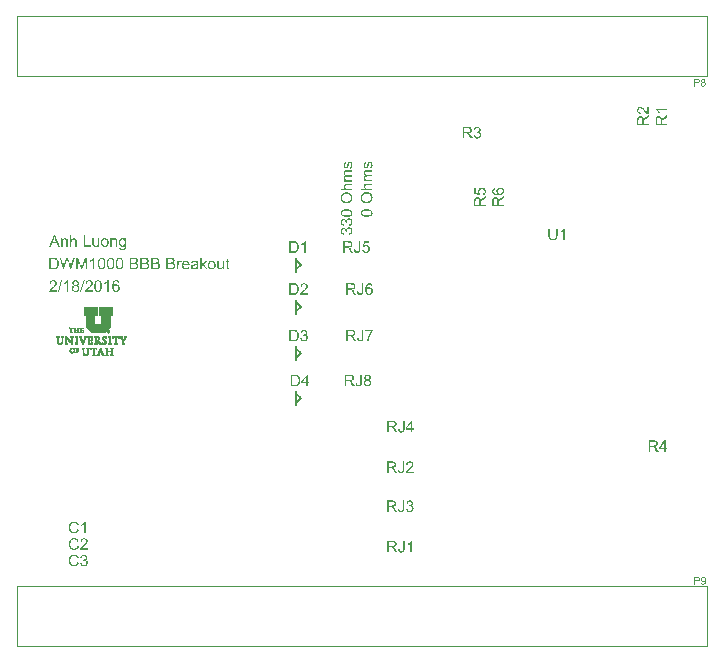
<source format=gto>
G04 Layer_Color=65535*
%FSLAX25Y25*%
%MOIN*%
G70*
G01*
G75*
%ADD22C,0.00100*%
%ADD23C,0.00800*%
G36*
X93404Y34902D02*
X93454Y34896D01*
X93515Y34891D01*
X93576Y34885D01*
X93648Y34868D01*
X93798Y34835D01*
X93964Y34785D01*
X94047Y34752D01*
X94125Y34713D01*
X94203Y34663D01*
X94281Y34613D01*
X94286Y34607D01*
X94297Y34602D01*
X94319Y34585D01*
X94347Y34558D01*
X94375Y34530D01*
X94414Y34491D01*
X94453Y34447D01*
X94497Y34402D01*
X94541Y34347D01*
X94586Y34280D01*
X94636Y34214D01*
X94680Y34141D01*
X94719Y34058D01*
X94763Y33975D01*
X94797Y33886D01*
X94830Y33786D01*
X94331Y33669D01*
Y33675D01*
X94325Y33686D01*
X94314Y33708D01*
X94303Y33736D01*
X94292Y33770D01*
X94275Y33814D01*
X94231Y33903D01*
X94175Y34003D01*
X94108Y34102D01*
X94025Y34197D01*
X93937Y34280D01*
X93925Y34291D01*
X93892Y34313D01*
X93836Y34341D01*
X93764Y34380D01*
X93670Y34413D01*
X93565Y34447D01*
X93437Y34469D01*
X93298Y34474D01*
X93254D01*
X93226Y34469D01*
X93187D01*
X93143Y34463D01*
X93037Y34447D01*
X92921Y34424D01*
X92799Y34385D01*
X92671Y34330D01*
X92554Y34258D01*
X92549D01*
X92543Y34247D01*
X92505Y34219D01*
X92455Y34175D01*
X92394Y34108D01*
X92321Y34025D01*
X92255Y33930D01*
X92194Y33814D01*
X92138Y33686D01*
Y33681D01*
X92133Y33669D01*
X92127Y33653D01*
X92122Y33625D01*
X92111Y33592D01*
X92099Y33553D01*
X92083Y33459D01*
X92061Y33348D01*
X92038Y33226D01*
X92027Y33092D01*
X92022Y32948D01*
Y32943D01*
Y32926D01*
Y32898D01*
Y32865D01*
X92027Y32826D01*
Y32776D01*
X92033Y32721D01*
X92038Y32659D01*
X92055Y32526D01*
X92083Y32382D01*
X92116Y32238D01*
X92160Y32093D01*
Y32088D01*
X92166Y32077D01*
X92177Y32060D01*
X92188Y32032D01*
X92221Y31966D01*
X92272Y31888D01*
X92333Y31799D01*
X92410Y31705D01*
X92499Y31622D01*
X92604Y31544D01*
X92610D01*
X92621Y31538D01*
X92638Y31527D01*
X92660Y31516D01*
X92688Y31505D01*
X92721Y31488D01*
X92799Y31455D01*
X92899Y31422D01*
X93010Y31394D01*
X93132Y31372D01*
X93259Y31366D01*
X93298D01*
X93331Y31372D01*
X93370D01*
X93409Y31377D01*
X93509Y31400D01*
X93626Y31427D01*
X93742Y31472D01*
X93864Y31533D01*
X93925Y31566D01*
X93981Y31611D01*
X93986Y31616D01*
X93992Y31622D01*
X94009Y31638D01*
X94031Y31655D01*
X94053Y31683D01*
X94081Y31716D01*
X94114Y31749D01*
X94142Y31794D01*
X94175Y31844D01*
X94214Y31899D01*
X94247Y31955D01*
X94281Y32021D01*
X94308Y32093D01*
X94336Y32171D01*
X94364Y32254D01*
X94386Y32343D01*
X94897Y32215D01*
Y32210D01*
X94891Y32188D01*
X94880Y32154D01*
X94863Y32110D01*
X94847Y32060D01*
X94824Y31999D01*
X94797Y31932D01*
X94763Y31860D01*
X94686Y31705D01*
X94586Y31550D01*
X94525Y31472D01*
X94464Y31394D01*
X94397Y31327D01*
X94319Y31261D01*
X94314Y31255D01*
X94303Y31244D01*
X94275Y31233D01*
X94247Y31211D01*
X94203Y31183D01*
X94159Y31155D01*
X94097Y31128D01*
X94036Y31100D01*
X93964Y31067D01*
X93887Y31039D01*
X93803Y31011D01*
X93714Y30983D01*
X93620Y30961D01*
X93520Y30950D01*
X93415Y30939D01*
X93304Y30933D01*
X93243D01*
X93198Y30939D01*
X93148D01*
X93087Y30944D01*
X93021Y30956D01*
X92943Y30967D01*
X92782Y30994D01*
X92615Y31039D01*
X92449Y31100D01*
X92371Y31139D01*
X92294Y31183D01*
X92288Y31189D01*
X92277Y31194D01*
X92255Y31211D01*
X92233Y31233D01*
X92199Y31255D01*
X92160Y31289D01*
X92116Y31327D01*
X92072Y31372D01*
X92027Y31422D01*
X91977Y31472D01*
X91877Y31599D01*
X91783Y31749D01*
X91700Y31916D01*
Y31921D01*
X91689Y31938D01*
X91683Y31966D01*
X91667Y31999D01*
X91655Y32043D01*
X91639Y32099D01*
X91616Y32160D01*
X91600Y32226D01*
X91583Y32299D01*
X91561Y32382D01*
X91533Y32554D01*
X91511Y32748D01*
X91500Y32948D01*
Y32954D01*
Y32976D01*
Y33009D01*
X91506Y33048D01*
Y33103D01*
X91511Y33159D01*
X91517Y33231D01*
X91528Y33303D01*
X91556Y33464D01*
X91594Y33642D01*
X91650Y33819D01*
X91728Y33991D01*
X91733Y33997D01*
X91739Y34014D01*
X91750Y34036D01*
X91772Y34064D01*
X91794Y34102D01*
X91822Y34147D01*
X91894Y34247D01*
X91988Y34358D01*
X92099Y34469D01*
X92227Y34580D01*
X92377Y34674D01*
X92382Y34680D01*
X92399Y34685D01*
X92421Y34696D01*
X92449Y34713D01*
X92493Y34730D01*
X92538Y34746D01*
X92593Y34769D01*
X92654Y34791D01*
X92721Y34813D01*
X92793Y34835D01*
X92949Y34868D01*
X93126Y34896D01*
X93309Y34907D01*
X93365D01*
X93404Y34902D01*
D02*
G37*
G36*
X96650Y34852D02*
X96723Y34841D01*
X96811Y34824D01*
X96911Y34796D01*
X97011Y34763D01*
X97111Y34718D01*
X97117D01*
X97122Y34713D01*
X97155Y34696D01*
X97205Y34663D01*
X97261Y34624D01*
X97328Y34569D01*
X97394Y34508D01*
X97461Y34435D01*
X97516Y34352D01*
X97522Y34341D01*
X97538Y34313D01*
X97561Y34263D01*
X97588Y34202D01*
X97616Y34130D01*
X97638Y34047D01*
X97655Y33953D01*
X97660Y33858D01*
Y33847D01*
Y33814D01*
X97655Y33770D01*
X97644Y33708D01*
X97627Y33636D01*
X97600Y33559D01*
X97566Y33481D01*
X97522Y33403D01*
X97516Y33392D01*
X97500Y33370D01*
X97466Y33331D01*
X97422Y33287D01*
X97366Y33237D01*
X97300Y33181D01*
X97222Y33131D01*
X97128Y33081D01*
X97133D01*
X97144Y33076D01*
X97161Y33070D01*
X97183Y33065D01*
X97244Y33042D01*
X97322Y33009D01*
X97411Y32965D01*
X97500Y32909D01*
X97583Y32837D01*
X97660Y32754D01*
X97666Y32743D01*
X97688Y32709D01*
X97722Y32654D01*
X97755Y32582D01*
X97788Y32493D01*
X97821Y32388D01*
X97844Y32265D01*
X97849Y32132D01*
Y32127D01*
Y32110D01*
Y32082D01*
X97844Y32049D01*
X97838Y32005D01*
X97827Y31955D01*
X97816Y31899D01*
X97805Y31838D01*
X97760Y31705D01*
X97727Y31633D01*
X97694Y31566D01*
X97649Y31494D01*
X97600Y31422D01*
X97544Y31350D01*
X97477Y31283D01*
X97472Y31277D01*
X97461Y31266D01*
X97439Y31250D01*
X97411Y31228D01*
X97377Y31200D01*
X97333Y31172D01*
X97283Y31139D01*
X97222Y31111D01*
X97161Y31078D01*
X97089Y31044D01*
X97017Y31017D01*
X96934Y30989D01*
X96845Y30967D01*
X96750Y30950D01*
X96656Y30939D01*
X96551Y30933D01*
X96500D01*
X96467Y30939D01*
X96423Y30944D01*
X96373Y30950D01*
X96317Y30961D01*
X96256Y30972D01*
X96123Y31005D01*
X95984Y31061D01*
X95912Y31094D01*
X95846Y31133D01*
X95779Y31183D01*
X95713Y31233D01*
X95707Y31239D01*
X95696Y31250D01*
X95679Y31266D01*
X95662Y31289D01*
X95635Y31316D01*
X95607Y31355D01*
X95574Y31394D01*
X95540Y31444D01*
X95507Y31499D01*
X95474Y31555D01*
X95413Y31688D01*
X95363Y31844D01*
X95346Y31927D01*
X95335Y32016D01*
X95807Y32077D01*
Y32071D01*
X95812Y32060D01*
X95818Y32038D01*
X95824Y32010D01*
X95829Y31977D01*
X95840Y31938D01*
X95868Y31855D01*
X95907Y31755D01*
X95957Y31660D01*
X96012Y31572D01*
X96079Y31494D01*
X96090Y31488D01*
X96112Y31466D01*
X96156Y31438D01*
X96212Y31411D01*
X96279Y31377D01*
X96362Y31350D01*
X96456Y31327D01*
X96556Y31322D01*
X96589D01*
X96611Y31327D01*
X96673Y31333D01*
X96750Y31350D01*
X96839Y31377D01*
X96934Y31416D01*
X97028Y31472D01*
X97117Y31550D01*
X97128Y31561D01*
X97155Y31594D01*
X97189Y31644D01*
X97233Y31710D01*
X97277Y31794D01*
X97311Y31888D01*
X97339Y31999D01*
X97350Y32121D01*
Y32127D01*
Y32138D01*
Y32154D01*
X97344Y32177D01*
X97339Y32238D01*
X97322Y32310D01*
X97300Y32399D01*
X97261Y32487D01*
X97205Y32576D01*
X97133Y32659D01*
X97122Y32671D01*
X97094Y32693D01*
X97050Y32726D01*
X96989Y32765D01*
X96911Y32804D01*
X96817Y32837D01*
X96711Y32859D01*
X96595Y32870D01*
X96545D01*
X96506Y32865D01*
X96456Y32859D01*
X96401Y32848D01*
X96334Y32837D01*
X96262Y32820D01*
X96317Y33237D01*
X96345D01*
X96367Y33231D01*
X96439D01*
X96500Y33242D01*
X96573Y33253D01*
X96656Y33270D01*
X96750Y33298D01*
X96839Y33336D01*
X96934Y33386D01*
X96939D01*
X96945Y33392D01*
X96972Y33414D01*
X97011Y33453D01*
X97056Y33503D01*
X97100Y33575D01*
X97139Y33658D01*
X97167Y33753D01*
X97178Y33808D01*
Y33869D01*
Y33875D01*
Y33880D01*
Y33914D01*
X97167Y33958D01*
X97155Y34019D01*
X97133Y34086D01*
X97105Y34158D01*
X97061Y34230D01*
X97000Y34297D01*
X96995Y34302D01*
X96967Y34324D01*
X96928Y34352D01*
X96878Y34385D01*
X96811Y34413D01*
X96734Y34441D01*
X96645Y34463D01*
X96545Y34469D01*
X96500D01*
X96451Y34458D01*
X96384Y34447D01*
X96312Y34424D01*
X96240Y34397D01*
X96162Y34352D01*
X96090Y34297D01*
X96084Y34291D01*
X96062Y34263D01*
X96029Y34225D01*
X95990Y34169D01*
X95951Y34097D01*
X95912Y34008D01*
X95879Y33903D01*
X95857Y33781D01*
X95385Y33864D01*
Y33869D01*
X95390Y33886D01*
X95396Y33908D01*
X95402Y33942D01*
X95413Y33980D01*
X95429Y34025D01*
X95463Y34130D01*
X95518Y34252D01*
X95585Y34374D01*
X95668Y34491D01*
X95774Y34596D01*
X95779Y34602D01*
X95790Y34607D01*
X95807Y34619D01*
X95829Y34635D01*
X95857Y34657D01*
X95896Y34680D01*
X95934Y34702D01*
X95984Y34730D01*
X96095Y34774D01*
X96223Y34818D01*
X96373Y34846D01*
X96451Y34857D01*
X96589D01*
X96650Y34852D01*
D02*
G37*
G36*
X93404Y40402D02*
X93454Y40396D01*
X93515Y40391D01*
X93576Y40385D01*
X93648Y40368D01*
X93798Y40335D01*
X93964Y40285D01*
X94047Y40252D01*
X94125Y40213D01*
X94203Y40163D01*
X94281Y40113D01*
X94286Y40108D01*
X94297Y40102D01*
X94319Y40085D01*
X94347Y40058D01*
X94375Y40030D01*
X94414Y39991D01*
X94453Y39947D01*
X94497Y39902D01*
X94541Y39847D01*
X94586Y39780D01*
X94636Y39713D01*
X94680Y39641D01*
X94719Y39558D01*
X94763Y39475D01*
X94797Y39386D01*
X94830Y39286D01*
X94331Y39169D01*
Y39175D01*
X94325Y39186D01*
X94314Y39208D01*
X94303Y39236D01*
X94292Y39270D01*
X94275Y39314D01*
X94231Y39403D01*
X94175Y39503D01*
X94108Y39602D01*
X94025Y39697D01*
X93937Y39780D01*
X93925Y39791D01*
X93892Y39813D01*
X93836Y39841D01*
X93764Y39880D01*
X93670Y39913D01*
X93565Y39947D01*
X93437Y39969D01*
X93298Y39974D01*
X93254D01*
X93226Y39969D01*
X93187D01*
X93143Y39963D01*
X93037Y39947D01*
X92921Y39924D01*
X92799Y39886D01*
X92671Y39830D01*
X92554Y39758D01*
X92549D01*
X92543Y39747D01*
X92505Y39719D01*
X92455Y39675D01*
X92394Y39608D01*
X92321Y39525D01*
X92255Y39430D01*
X92194Y39314D01*
X92138Y39186D01*
Y39181D01*
X92133Y39169D01*
X92127Y39153D01*
X92122Y39125D01*
X92111Y39092D01*
X92099Y39053D01*
X92083Y38959D01*
X92061Y38848D01*
X92038Y38726D01*
X92027Y38592D01*
X92022Y38448D01*
Y38443D01*
Y38426D01*
Y38398D01*
Y38365D01*
X92027Y38326D01*
Y38276D01*
X92033Y38221D01*
X92038Y38159D01*
X92055Y38026D01*
X92083Y37882D01*
X92116Y37738D01*
X92160Y37593D01*
Y37588D01*
X92166Y37577D01*
X92177Y37560D01*
X92188Y37532D01*
X92221Y37466D01*
X92272Y37388D01*
X92333Y37299D01*
X92410Y37205D01*
X92499Y37122D01*
X92604Y37044D01*
X92610D01*
X92621Y37038D01*
X92638Y37027D01*
X92660Y37016D01*
X92688Y37005D01*
X92721Y36988D01*
X92799Y36955D01*
X92899Y36922D01*
X93010Y36894D01*
X93132Y36872D01*
X93259Y36866D01*
X93298D01*
X93331Y36872D01*
X93370D01*
X93409Y36877D01*
X93509Y36900D01*
X93626Y36927D01*
X93742Y36972D01*
X93864Y37033D01*
X93925Y37066D01*
X93981Y37110D01*
X93986Y37116D01*
X93992Y37122D01*
X94009Y37138D01*
X94031Y37155D01*
X94053Y37183D01*
X94081Y37216D01*
X94114Y37249D01*
X94142Y37294D01*
X94175Y37344D01*
X94214Y37399D01*
X94247Y37455D01*
X94281Y37521D01*
X94308Y37593D01*
X94336Y37671D01*
X94364Y37754D01*
X94386Y37843D01*
X94897Y37715D01*
Y37710D01*
X94891Y37688D01*
X94880Y37654D01*
X94863Y37610D01*
X94847Y37560D01*
X94824Y37499D01*
X94797Y37432D01*
X94763Y37360D01*
X94686Y37205D01*
X94586Y37049D01*
X94525Y36972D01*
X94464Y36894D01*
X94397Y36827D01*
X94319Y36761D01*
X94314Y36755D01*
X94303Y36744D01*
X94275Y36733D01*
X94247Y36711D01*
X94203Y36683D01*
X94159Y36655D01*
X94097Y36628D01*
X94036Y36600D01*
X93964Y36567D01*
X93887Y36539D01*
X93803Y36511D01*
X93714Y36483D01*
X93620Y36461D01*
X93520Y36450D01*
X93415Y36439D01*
X93304Y36433D01*
X93243D01*
X93198Y36439D01*
X93148D01*
X93087Y36445D01*
X93021Y36456D01*
X92943Y36467D01*
X92782Y36494D01*
X92615Y36539D01*
X92449Y36600D01*
X92371Y36639D01*
X92294Y36683D01*
X92288Y36689D01*
X92277Y36694D01*
X92255Y36711D01*
X92233Y36733D01*
X92199Y36755D01*
X92160Y36789D01*
X92116Y36827D01*
X92072Y36872D01*
X92027Y36922D01*
X91977Y36972D01*
X91877Y37099D01*
X91783Y37249D01*
X91700Y37416D01*
Y37421D01*
X91689Y37438D01*
X91683Y37466D01*
X91667Y37499D01*
X91655Y37543D01*
X91639Y37599D01*
X91616Y37660D01*
X91600Y37727D01*
X91583Y37799D01*
X91561Y37882D01*
X91533Y38054D01*
X91511Y38248D01*
X91500Y38448D01*
Y38454D01*
Y38476D01*
Y38509D01*
X91506Y38548D01*
Y38603D01*
X91511Y38659D01*
X91517Y38731D01*
X91528Y38803D01*
X91556Y38964D01*
X91594Y39142D01*
X91650Y39319D01*
X91728Y39491D01*
X91733Y39497D01*
X91739Y39514D01*
X91750Y39536D01*
X91772Y39564D01*
X91794Y39602D01*
X91822Y39647D01*
X91894Y39747D01*
X91988Y39858D01*
X92099Y39969D01*
X92227Y40080D01*
X92377Y40174D01*
X92382Y40180D01*
X92399Y40185D01*
X92421Y40196D01*
X92449Y40213D01*
X92493Y40230D01*
X92538Y40246D01*
X92593Y40268D01*
X92654Y40291D01*
X92721Y40313D01*
X92793Y40335D01*
X92949Y40368D01*
X93126Y40396D01*
X93309Y40407D01*
X93365D01*
X93404Y40402D01*
D02*
G37*
G36*
X166576Y125335D02*
X166687Y125329D01*
X166798Y125318D01*
X166909Y125302D01*
X167004Y125285D01*
X167009D01*
X167020Y125279D01*
X167037D01*
X167059Y125268D01*
X167120Y125252D01*
X167198Y125224D01*
X167287Y125185D01*
X167381Y125135D01*
X167475Y125080D01*
X167564Y125008D01*
X167570Y125002D01*
X167575Y124996D01*
X167592Y124980D01*
X167614Y124963D01*
X167670Y124908D01*
X167736Y124830D01*
X167808Y124736D01*
X167886Y124625D01*
X167958Y124497D01*
X168019Y124353D01*
Y124347D01*
X168025Y124336D01*
X168036Y124314D01*
X168041Y124281D01*
X168058Y124242D01*
X168069Y124197D01*
X168080Y124147D01*
X168097Y124086D01*
X168114Y124025D01*
X168125Y123953D01*
X168152Y123798D01*
X168169Y123626D01*
X168175Y123437D01*
Y123431D01*
Y123420D01*
Y123393D01*
Y123365D01*
X168169Y123326D01*
Y123282D01*
X168164Y123176D01*
X168147Y123054D01*
X168130Y122926D01*
X168102Y122793D01*
X168069Y122660D01*
Y122654D01*
X168064Y122643D01*
X168058Y122627D01*
X168052Y122604D01*
X168030Y122543D01*
X167997Y122466D01*
X167964Y122377D01*
X167919Y122288D01*
X167864Y122194D01*
X167808Y122105D01*
X167803Y122094D01*
X167780Y122066D01*
X167747Y122027D01*
X167703Y121977D01*
X167653Y121922D01*
X167592Y121866D01*
X167531Y121805D01*
X167459Y121755D01*
X167448Y121750D01*
X167425Y121733D01*
X167386Y121711D01*
X167331Y121683D01*
X167264Y121650D01*
X167187Y121622D01*
X167098Y121589D01*
X166998Y121561D01*
X166987D01*
X166970Y121555D01*
X166954Y121550D01*
X166898Y121544D01*
X166820Y121533D01*
X166732Y121522D01*
X166626Y121511D01*
X166510Y121505D01*
X166382Y121500D01*
X165000D01*
Y125341D01*
X166476D01*
X166576Y125335D01*
D02*
G37*
G36*
X170456Y135500D02*
X169984D01*
Y138503D01*
X169978Y138497D01*
X169951Y138475D01*
X169917Y138442D01*
X169862Y138403D01*
X169801Y138353D01*
X169723Y138297D01*
X169634Y138236D01*
X169534Y138175D01*
X169529D01*
X169523Y138170D01*
X169490Y138147D01*
X169434Y138120D01*
X169368Y138086D01*
X169290Y138048D01*
X169207Y138009D01*
X169124Y137970D01*
X169040Y137936D01*
Y138392D01*
X169046D01*
X169057Y138403D01*
X169079Y138408D01*
X169107Y138425D01*
X169140Y138442D01*
X169179Y138464D01*
X169273Y138519D01*
X169385Y138580D01*
X169495Y138658D01*
X169612Y138747D01*
X169729Y138841D01*
X169734Y138847D01*
X169740Y138852D01*
X169756Y138869D01*
X169779Y138885D01*
X169828Y138941D01*
X169895Y139008D01*
X169962Y139085D01*
X170034Y139174D01*
X170095Y139263D01*
X170150Y139357D01*
X170456D01*
Y135500D01*
D02*
G37*
G36*
X166576Y139335D02*
X166687Y139330D01*
X166798Y139318D01*
X166909Y139302D01*
X167004Y139285D01*
X167009D01*
X167020Y139279D01*
X167037D01*
X167059Y139269D01*
X167120Y139252D01*
X167198Y139224D01*
X167287Y139185D01*
X167381Y139135D01*
X167475Y139080D01*
X167564Y139008D01*
X167570Y139002D01*
X167575Y138997D01*
X167592Y138980D01*
X167614Y138963D01*
X167670Y138908D01*
X167736Y138830D01*
X167808Y138736D01*
X167886Y138625D01*
X167958Y138497D01*
X168019Y138353D01*
Y138347D01*
X168025Y138336D01*
X168036Y138314D01*
X168041Y138280D01*
X168058Y138242D01*
X168069Y138197D01*
X168080Y138147D01*
X168097Y138086D01*
X168114Y138025D01*
X168125Y137953D01*
X168152Y137798D01*
X168169Y137626D01*
X168175Y137437D01*
Y137431D01*
Y137420D01*
Y137393D01*
Y137365D01*
X168169Y137326D01*
Y137282D01*
X168164Y137176D01*
X168147Y137054D01*
X168130Y136926D01*
X168102Y136793D01*
X168069Y136660D01*
Y136654D01*
X168064Y136643D01*
X168058Y136627D01*
X168052Y136604D01*
X168030Y136543D01*
X167997Y136466D01*
X167964Y136377D01*
X167919Y136288D01*
X167864Y136194D01*
X167808Y136105D01*
X167803Y136094D01*
X167780Y136066D01*
X167747Y136027D01*
X167703Y135977D01*
X167653Y135922D01*
X167592Y135866D01*
X167531Y135805D01*
X167459Y135755D01*
X167448Y135750D01*
X167425Y135733D01*
X167386Y135711D01*
X167331Y135683D01*
X167264Y135650D01*
X167187Y135622D01*
X167098Y135589D01*
X166998Y135561D01*
X166987D01*
X166970Y135556D01*
X166954Y135550D01*
X166898Y135544D01*
X166820Y135533D01*
X166732Y135522D01*
X166626Y135511D01*
X166510Y135505D01*
X166382Y135500D01*
X165000D01*
Y139341D01*
X166476D01*
X166576Y139335D01*
D02*
G37*
G36*
X96695Y40352D02*
X96739Y40346D01*
X96795Y40341D01*
X96856Y40330D01*
X96917Y40318D01*
X97061Y40280D01*
X97205Y40224D01*
X97277Y40191D01*
X97350Y40152D01*
X97416Y40102D01*
X97477Y40046D01*
X97483Y40041D01*
X97494Y40035D01*
X97505Y40013D01*
X97527Y39991D01*
X97555Y39963D01*
X97583Y39924D01*
X97611Y39886D01*
X97644Y39836D01*
X97699Y39730D01*
X97755Y39597D01*
X97777Y39530D01*
X97788Y39453D01*
X97799Y39375D01*
X97805Y39292D01*
Y39281D01*
Y39253D01*
X97799Y39208D01*
X97794Y39147D01*
X97783Y39081D01*
X97760Y39003D01*
X97738Y38920D01*
X97705Y38837D01*
X97699Y38826D01*
X97688Y38798D01*
X97666Y38753D01*
X97633Y38692D01*
X97588Y38626D01*
X97533Y38542D01*
X97466Y38459D01*
X97388Y38365D01*
X97377Y38354D01*
X97350Y38320D01*
X97322Y38293D01*
X97294Y38265D01*
X97261Y38232D01*
X97216Y38187D01*
X97172Y38143D01*
X97117Y38093D01*
X97061Y38037D01*
X96995Y37976D01*
X96922Y37915D01*
X96845Y37843D01*
X96756Y37771D01*
X96667Y37693D01*
X96662Y37688D01*
X96650Y37677D01*
X96628Y37660D01*
X96601Y37638D01*
X96567Y37604D01*
X96528Y37571D01*
X96439Y37499D01*
X96345Y37416D01*
X96256Y37332D01*
X96179Y37260D01*
X96145Y37233D01*
X96118Y37205D01*
X96112Y37199D01*
X96095Y37183D01*
X96073Y37160D01*
X96046Y37127D01*
X96018Y37088D01*
X95984Y37049D01*
X95918Y36955D01*
X97810D01*
Y36500D01*
X95263D01*
Y36505D01*
Y36528D01*
Y36561D01*
X95268Y36606D01*
X95274Y36655D01*
X95285Y36711D01*
X95296Y36766D01*
X95318Y36827D01*
Y36833D01*
X95324Y36838D01*
X95335Y36872D01*
X95357Y36922D01*
X95390Y36988D01*
X95435Y37066D01*
X95490Y37155D01*
X95552Y37244D01*
X95629Y37338D01*
Y37344D01*
X95640Y37349D01*
X95668Y37383D01*
X95718Y37432D01*
X95790Y37505D01*
X95873Y37588D01*
X95979Y37688D01*
X96106Y37799D01*
X96245Y37915D01*
X96251Y37921D01*
X96273Y37938D01*
X96306Y37965D01*
X96345Y37999D01*
X96395Y38043D01*
X96456Y38093D01*
X96517Y38148D01*
X96589Y38209D01*
X96728Y38343D01*
X96867Y38476D01*
X96934Y38542D01*
X96995Y38609D01*
X97050Y38670D01*
X97094Y38731D01*
Y38737D01*
X97105Y38742D01*
X97117Y38759D01*
X97128Y38781D01*
X97167Y38842D01*
X97211Y38914D01*
X97250Y39003D01*
X97289Y39097D01*
X97311Y39203D01*
X97322Y39303D01*
Y39308D01*
Y39314D01*
X97316Y39347D01*
X97311Y39403D01*
X97294Y39464D01*
X97272Y39541D01*
X97233Y39619D01*
X97183Y39697D01*
X97117Y39775D01*
X97105Y39786D01*
X97078Y39808D01*
X97039Y39836D01*
X96978Y39874D01*
X96900Y39908D01*
X96811Y39941D01*
X96706Y39963D01*
X96589Y39969D01*
X96556D01*
X96534Y39963D01*
X96467Y39958D01*
X96390Y39941D01*
X96306Y39919D01*
X96212Y39880D01*
X96123Y39830D01*
X96040Y39763D01*
X96029Y39752D01*
X96007Y39724D01*
X95973Y39680D01*
X95940Y39614D01*
X95901Y39536D01*
X95868Y39436D01*
X95846Y39325D01*
X95835Y39197D01*
X95352Y39247D01*
Y39253D01*
X95357Y39270D01*
Y39297D01*
X95363Y39336D01*
X95374Y39380D01*
X95385Y39430D01*
X95402Y39491D01*
X95418Y39553D01*
X95463Y39686D01*
X95529Y39819D01*
X95568Y39886D01*
X95618Y39952D01*
X95668Y40013D01*
X95724Y40069D01*
X95729Y40074D01*
X95740Y40080D01*
X95757Y40096D01*
X95785Y40113D01*
X95818Y40135D01*
X95857Y40157D01*
X95901Y40185D01*
X95957Y40213D01*
X96018Y40241D01*
X96084Y40268D01*
X96156Y40291D01*
X96234Y40313D01*
X96317Y40330D01*
X96406Y40346D01*
X96500Y40352D01*
X96601Y40357D01*
X96656D01*
X96695Y40352D01*
D02*
G37*
G36*
X303045Y193468D02*
X303075Y193464D01*
X303108Y193460D01*
X303145Y193457D01*
X303182Y193446D01*
X303271Y193423D01*
X303360Y193390D01*
X303404Y193368D01*
X303448Y193342D01*
X303489Y193309D01*
X303530Y193275D01*
X303533Y193272D01*
X303537Y193268D01*
X303548Y193257D01*
X303563Y193242D01*
X303578Y193220D01*
X303596Y193198D01*
X303633Y193142D01*
X303670Y193072D01*
X303704Y192991D01*
X303730Y192898D01*
X303733Y192850D01*
X303737Y192798D01*
Y192794D01*
Y192791D01*
Y192769D01*
X303733Y192735D01*
X303726Y192694D01*
X303715Y192643D01*
X303696Y192591D01*
X303674Y192539D01*
X303641Y192487D01*
X303637Y192480D01*
X303622Y192465D01*
X303600Y192443D01*
X303570Y192413D01*
X303530Y192380D01*
X303482Y192347D01*
X303426Y192313D01*
X303360Y192284D01*
X303363D01*
X303371Y192280D01*
X303382Y192276D01*
X303397Y192269D01*
X303441Y192251D01*
X303493Y192225D01*
X303548Y192188D01*
X303607Y192147D01*
X303663Y192095D01*
X303715Y192036D01*
Y192032D01*
X303718Y192028D01*
X303733Y192006D01*
X303755Y191969D01*
X303778Y191921D01*
X303800Y191862D01*
X303822Y191792D01*
X303837Y191714D01*
X303840Y191629D01*
Y191625D01*
Y191614D01*
Y191596D01*
X303837Y191573D01*
X303833Y191548D01*
X303829Y191514D01*
X303822Y191477D01*
X303811Y191437D01*
X303785Y191351D01*
X303766Y191303D01*
X303741Y191259D01*
X303715Y191211D01*
X303685Y191166D01*
X303648Y191122D01*
X303607Y191078D01*
X303604Y191074D01*
X303596Y191067D01*
X303585Y191055D01*
X303567Y191044D01*
X303541Y191026D01*
X303515Y191007D01*
X303482Y190989D01*
X303445Y190967D01*
X303404Y190944D01*
X303356Y190926D01*
X303304Y190907D01*
X303252Y190889D01*
X303193Y190878D01*
X303130Y190867D01*
X303067Y190859D01*
X302997Y190856D01*
X302960D01*
X302934Y190859D01*
X302901Y190863D01*
X302864Y190867D01*
X302823Y190874D01*
X302779Y190885D01*
X302679Y190911D01*
X302627Y190930D01*
X302579Y190948D01*
X302527Y190974D01*
X302475Y191004D01*
X302427Y191037D01*
X302383Y191078D01*
X302379Y191081D01*
X302372Y191089D01*
X302361Y191100D01*
X302346Y191118D01*
X302331Y191140D01*
X302309Y191166D01*
X302290Y191196D01*
X302268Y191233D01*
X302246Y191270D01*
X302227Y191314D01*
X302190Y191407D01*
X302175Y191462D01*
X302164Y191518D01*
X302157Y191577D01*
X302153Y191636D01*
Y191640D01*
Y191647D01*
Y191662D01*
X302157Y191677D01*
Y191699D01*
X302161Y191725D01*
X302168Y191784D01*
X302183Y191851D01*
X302205Y191918D01*
X302238Y191988D01*
X302279Y192054D01*
Y192058D01*
X302287Y192062D01*
X302301Y192080D01*
X302331Y192110D01*
X302372Y192147D01*
X302423Y192184D01*
X302486Y192225D01*
X302557Y192258D01*
X302642Y192284D01*
X302638D01*
X302634Y192288D01*
X302623Y192291D01*
X302608Y192299D01*
X302575Y192313D01*
X302531Y192336D01*
X302483Y192365D01*
X302434Y192402D01*
X302390Y192443D01*
X302349Y192487D01*
X302346Y192495D01*
X302335Y192509D01*
X302320Y192539D01*
X302305Y192576D01*
X302287Y192624D01*
X302272Y192680D01*
X302261Y192743D01*
X302257Y192809D01*
Y192813D01*
Y192820D01*
Y192835D01*
X302261Y192857D01*
X302264Y192879D01*
X302268Y192909D01*
X302283Y192972D01*
X302305Y193046D01*
X302342Y193124D01*
X302364Y193164D01*
X302390Y193205D01*
X302423Y193242D01*
X302457Y193279D01*
X302460Y193283D01*
X302468Y193287D01*
X302479Y193298D01*
X302494Y193309D01*
X302512Y193324D01*
X302538Y193338D01*
X302568Y193357D01*
X302597Y193375D01*
X302634Y193394D01*
X302675Y193412D01*
X302719Y193427D01*
X302767Y193442D01*
X302871Y193464D01*
X302930Y193468D01*
X302990Y193472D01*
X303023D01*
X303045Y193468D01*
D02*
G37*
G36*
X107411Y126352D02*
X107450D01*
X107494Y126346D01*
X107600Y126324D01*
X107716Y126296D01*
X107838Y126252D01*
X107960Y126185D01*
X108021Y126146D01*
X108077Y126102D01*
X108082Y126096D01*
X108088Y126091D01*
X108105Y126074D01*
X108121Y126058D01*
X108149Y126030D01*
X108171Y125996D01*
X108232Y125919D01*
X108293Y125819D01*
X108349Y125697D01*
X108399Y125558D01*
X108432Y125403D01*
X107960Y125364D01*
Y125369D01*
X107955Y125375D01*
X107949Y125408D01*
X107933Y125458D01*
X107910Y125519D01*
X107888Y125586D01*
X107855Y125652D01*
X107816Y125713D01*
X107777Y125763D01*
X107766Y125775D01*
X107744Y125797D01*
X107705Y125830D01*
X107650Y125869D01*
X107577Y125902D01*
X107500Y125935D01*
X107405Y125958D01*
X107305Y125969D01*
X107267D01*
X107222Y125963D01*
X107172Y125952D01*
X107106Y125935D01*
X107039Y125913D01*
X106973Y125885D01*
X106906Y125841D01*
X106895Y125836D01*
X106867Y125813D01*
X106828Y125775D01*
X106778Y125719D01*
X106723Y125652D01*
X106662Y125575D01*
X106606Y125475D01*
X106551Y125364D01*
Y125358D01*
X106545Y125347D01*
X106540Y125330D01*
X106528Y125308D01*
X106523Y125275D01*
X106512Y125236D01*
X106501Y125192D01*
X106490Y125136D01*
X106473Y125075D01*
X106462Y125009D01*
X106451Y124936D01*
X106445Y124859D01*
X106434Y124770D01*
X106429Y124681D01*
X106423Y124581D01*
Y124481D01*
X106429Y124487D01*
X106451Y124520D01*
X106490Y124565D01*
X106540Y124620D01*
X106595Y124687D01*
X106667Y124748D01*
X106745Y124809D01*
X106834Y124864D01*
X106839D01*
X106845Y124870D01*
X106878Y124887D01*
X106928Y124903D01*
X106995Y124931D01*
X107072Y124953D01*
X107161Y124970D01*
X107255Y124986D01*
X107355Y124992D01*
X107400D01*
X107433Y124986D01*
X107477Y124981D01*
X107522Y124975D01*
X107577Y124964D01*
X107633Y124948D01*
X107761Y124909D01*
X107827Y124881D01*
X107894Y124842D01*
X107960Y124803D01*
X108033Y124759D01*
X108099Y124703D01*
X108160Y124642D01*
X108166Y124637D01*
X108177Y124626D01*
X108194Y124609D01*
X108210Y124581D01*
X108238Y124542D01*
X108266Y124504D01*
X108293Y124454D01*
X108327Y124398D01*
X108360Y124337D01*
X108388Y124270D01*
X108415Y124193D01*
X108443Y124115D01*
X108460Y124032D01*
X108476Y123937D01*
X108488Y123843D01*
X108493Y123743D01*
Y123738D01*
Y123726D01*
Y123710D01*
Y123682D01*
X108488Y123649D01*
Y123616D01*
X108471Y123527D01*
X108454Y123421D01*
X108426Y123310D01*
X108388Y123188D01*
X108332Y123072D01*
Y123066D01*
X108327Y123061D01*
X108316Y123044D01*
X108304Y123022D01*
X108271Y122966D01*
X108221Y122894D01*
X108160Y122816D01*
X108088Y122739D01*
X107999Y122661D01*
X107905Y122594D01*
X107899D01*
X107894Y122589D01*
X107877Y122578D01*
X107855Y122572D01*
X107799Y122544D01*
X107727Y122517D01*
X107633Y122483D01*
X107527Y122461D01*
X107411Y122439D01*
X107283Y122433D01*
X107255D01*
X107228Y122439D01*
X107183D01*
X107133Y122444D01*
X107078Y122456D01*
X107011Y122472D01*
X106945Y122489D01*
X106867Y122511D01*
X106789Y122539D01*
X106712Y122572D01*
X106628Y122617D01*
X106551Y122667D01*
X106473Y122722D01*
X106395Y122789D01*
X106323Y122866D01*
X106318Y122872D01*
X106306Y122889D01*
X106290Y122911D01*
X106268Y122950D01*
X106234Y123000D01*
X106207Y123055D01*
X106173Y123127D01*
X106140Y123205D01*
X106101Y123299D01*
X106068Y123405D01*
X106040Y123521D01*
X106012Y123649D01*
X105984Y123793D01*
X105968Y123949D01*
X105957Y124115D01*
X105951Y124293D01*
Y124298D01*
Y124304D01*
Y124320D01*
Y124343D01*
X105957Y124398D01*
Y124476D01*
X105962Y124565D01*
X105973Y124670D01*
X105984Y124787D01*
X106001Y124914D01*
X106023Y125042D01*
X106051Y125181D01*
X106084Y125314D01*
X106123Y125447D01*
X106173Y125575D01*
X106229Y125697D01*
X106290Y125813D01*
X106362Y125913D01*
X106368Y125919D01*
X106379Y125930D01*
X106401Y125952D01*
X106429Y125985D01*
X106462Y126019D01*
X106506Y126052D01*
X106562Y126096D01*
X106617Y126135D01*
X106684Y126174D01*
X106756Y126218D01*
X106839Y126252D01*
X106922Y126291D01*
X107017Y126318D01*
X107117Y126341D01*
X107222Y126352D01*
X107333Y126357D01*
X107378D01*
X107411Y126352D01*
D02*
G37*
G36*
X102571Y133852D02*
X102644Y133841D01*
X102727Y133824D01*
X102815Y133802D01*
X102910Y133774D01*
X102999Y133730D01*
X103004D01*
X103010Y133724D01*
X103038Y133707D01*
X103082Y133680D01*
X103137Y133641D01*
X103199Y133585D01*
X103265Y133524D01*
X103326Y133452D01*
X103387Y133369D01*
X103393Y133358D01*
X103415Y133330D01*
X103437Y133280D01*
X103476Y133208D01*
X103509Y133125D01*
X103554Y133030D01*
X103593Y132919D01*
X103626Y132797D01*
Y132792D01*
X103631Y132781D01*
X103637Y132764D01*
X103642Y132736D01*
X103648Y132703D01*
X103654Y132664D01*
X103665Y132614D01*
X103670Y132559D01*
X103681Y132498D01*
X103687Y132431D01*
X103692Y132353D01*
X103703Y132275D01*
X103709Y132187D01*
Y132098D01*
X103715Y131998D01*
Y131893D01*
Y131887D01*
Y131865D01*
Y131826D01*
Y131781D01*
X103709Y131720D01*
Y131654D01*
X103703Y131582D01*
X103698Y131504D01*
X103681Y131326D01*
X103654Y131143D01*
X103620Y130966D01*
X103598Y130882D01*
X103570Y130799D01*
Y130794D01*
X103565Y130782D01*
X103554Y130760D01*
X103543Y130733D01*
X103531Y130694D01*
X103509Y130655D01*
X103465Y130561D01*
X103409Y130461D01*
X103337Y130350D01*
X103254Y130250D01*
X103154Y130155D01*
X103148D01*
X103143Y130144D01*
X103126Y130133D01*
X103104Y130122D01*
X103076Y130105D01*
X103049Y130083D01*
X102965Y130044D01*
X102866Y130006D01*
X102749Y129967D01*
X102610Y129945D01*
X102460Y129933D01*
X102405D01*
X102366Y129939D01*
X102322Y129945D01*
X102266Y129956D01*
X102205Y129967D01*
X102138Y129983D01*
X102072Y130006D01*
X102000Y130028D01*
X101927Y130061D01*
X101855Y130100D01*
X101783Y130144D01*
X101711Y130200D01*
X101644Y130261D01*
X101583Y130327D01*
X101578Y130333D01*
X101567Y130350D01*
X101550Y130377D01*
X101522Y130422D01*
X101495Y130472D01*
X101467Y130538D01*
X101428Y130616D01*
X101395Y130705D01*
X101361Y130805D01*
X101328Y130921D01*
X101295Y131049D01*
X101267Y131193D01*
X101239Y131349D01*
X101223Y131515D01*
X101212Y131698D01*
X101206Y131893D01*
Y131898D01*
Y131920D01*
Y131959D01*
Y132003D01*
X101212Y132065D01*
Y132131D01*
X101217Y132203D01*
X101223Y132287D01*
X101239Y132459D01*
X101267Y132642D01*
X101300Y132825D01*
X101323Y132908D01*
X101345Y132992D01*
Y132997D01*
X101350Y133008D01*
X101361Y133030D01*
X101373Y133058D01*
X101384Y133097D01*
X101406Y133136D01*
X101450Y133230D01*
X101506Y133330D01*
X101578Y133435D01*
X101661Y133541D01*
X101761Y133630D01*
X101767D01*
X101772Y133641D01*
X101789Y133652D01*
X101811Y133663D01*
X101839Y133685D01*
X101872Y133702D01*
X101955Y133746D01*
X102055Y133785D01*
X102172Y133824D01*
X102311Y133846D01*
X102460Y133857D01*
X102510D01*
X102571Y133852D01*
D02*
G37*
G36*
X93404Y45902D02*
X93454Y45896D01*
X93515Y45891D01*
X93576Y45885D01*
X93648Y45868D01*
X93798Y45835D01*
X93964Y45785D01*
X94047Y45752D01*
X94125Y45713D01*
X94203Y45663D01*
X94281Y45613D01*
X94286Y45608D01*
X94297Y45602D01*
X94319Y45585D01*
X94347Y45557D01*
X94375Y45530D01*
X94414Y45491D01*
X94453Y45447D01*
X94497Y45402D01*
X94541Y45347D01*
X94586Y45280D01*
X94636Y45213D01*
X94680Y45141D01*
X94719Y45058D01*
X94763Y44975D01*
X94797Y44886D01*
X94830Y44786D01*
X94331Y44669D01*
Y44675D01*
X94325Y44686D01*
X94314Y44708D01*
X94303Y44736D01*
X94292Y44769D01*
X94275Y44814D01*
X94231Y44903D01*
X94175Y45003D01*
X94108Y45102D01*
X94025Y45197D01*
X93937Y45280D01*
X93925Y45291D01*
X93892Y45313D01*
X93836Y45341D01*
X93764Y45380D01*
X93670Y45413D01*
X93565Y45447D01*
X93437Y45469D01*
X93298Y45474D01*
X93254D01*
X93226Y45469D01*
X93187D01*
X93143Y45463D01*
X93037Y45447D01*
X92921Y45424D01*
X92799Y45386D01*
X92671Y45330D01*
X92554Y45258D01*
X92549D01*
X92543Y45247D01*
X92505Y45219D01*
X92455Y45175D01*
X92394Y45108D01*
X92321Y45025D01*
X92255Y44930D01*
X92194Y44814D01*
X92138Y44686D01*
Y44681D01*
X92133Y44669D01*
X92127Y44653D01*
X92122Y44625D01*
X92111Y44592D01*
X92099Y44553D01*
X92083Y44459D01*
X92061Y44348D01*
X92038Y44225D01*
X92027Y44092D01*
X92022Y43948D01*
Y43942D01*
Y43926D01*
Y43898D01*
Y43865D01*
X92027Y43826D01*
Y43776D01*
X92033Y43720D01*
X92038Y43659D01*
X92055Y43526D01*
X92083Y43382D01*
X92116Y43238D01*
X92160Y43093D01*
Y43088D01*
X92166Y43077D01*
X92177Y43060D01*
X92188Y43032D01*
X92221Y42966D01*
X92272Y42888D01*
X92333Y42799D01*
X92410Y42705D01*
X92499Y42622D01*
X92604Y42544D01*
X92610D01*
X92621Y42538D01*
X92638Y42527D01*
X92660Y42516D01*
X92688Y42505D01*
X92721Y42488D01*
X92799Y42455D01*
X92899Y42422D01*
X93010Y42394D01*
X93132Y42372D01*
X93259Y42366D01*
X93298D01*
X93331Y42372D01*
X93370D01*
X93409Y42377D01*
X93509Y42400D01*
X93626Y42427D01*
X93742Y42472D01*
X93864Y42533D01*
X93925Y42566D01*
X93981Y42610D01*
X93986Y42616D01*
X93992Y42622D01*
X94009Y42638D01*
X94031Y42655D01*
X94053Y42683D01*
X94081Y42716D01*
X94114Y42749D01*
X94142Y42794D01*
X94175Y42844D01*
X94214Y42899D01*
X94247Y42955D01*
X94281Y43021D01*
X94308Y43093D01*
X94336Y43171D01*
X94364Y43254D01*
X94386Y43343D01*
X94897Y43215D01*
Y43210D01*
X94891Y43188D01*
X94880Y43154D01*
X94863Y43110D01*
X94847Y43060D01*
X94824Y42999D01*
X94797Y42932D01*
X94763Y42860D01*
X94686Y42705D01*
X94586Y42549D01*
X94525Y42472D01*
X94464Y42394D01*
X94397Y42327D01*
X94319Y42261D01*
X94314Y42255D01*
X94303Y42244D01*
X94275Y42233D01*
X94247Y42211D01*
X94203Y42183D01*
X94159Y42155D01*
X94097Y42128D01*
X94036Y42100D01*
X93964Y42067D01*
X93887Y42039D01*
X93803Y42011D01*
X93714Y41983D01*
X93620Y41961D01*
X93520Y41950D01*
X93415Y41939D01*
X93304Y41933D01*
X93243D01*
X93198Y41939D01*
X93148D01*
X93087Y41945D01*
X93021Y41956D01*
X92943Y41967D01*
X92782Y41995D01*
X92615Y42039D01*
X92449Y42100D01*
X92371Y42139D01*
X92294Y42183D01*
X92288Y42189D01*
X92277Y42194D01*
X92255Y42211D01*
X92233Y42233D01*
X92199Y42255D01*
X92160Y42289D01*
X92116Y42327D01*
X92072Y42372D01*
X92027Y42422D01*
X91977Y42472D01*
X91877Y42599D01*
X91783Y42749D01*
X91700Y42916D01*
Y42921D01*
X91689Y42938D01*
X91683Y42966D01*
X91667Y42999D01*
X91655Y43043D01*
X91639Y43099D01*
X91616Y43160D01*
X91600Y43227D01*
X91583Y43299D01*
X91561Y43382D01*
X91533Y43554D01*
X91511Y43748D01*
X91500Y43948D01*
Y43954D01*
Y43976D01*
Y44009D01*
X91506Y44048D01*
Y44103D01*
X91511Y44159D01*
X91517Y44231D01*
X91528Y44303D01*
X91556Y44464D01*
X91594Y44642D01*
X91650Y44819D01*
X91728Y44991D01*
X91733Y44997D01*
X91739Y45014D01*
X91750Y45036D01*
X91772Y45064D01*
X91794Y45102D01*
X91822Y45147D01*
X91894Y45247D01*
X91988Y45358D01*
X92099Y45469D01*
X92227Y45580D01*
X92377Y45674D01*
X92382Y45680D01*
X92399Y45685D01*
X92421Y45696D01*
X92449Y45713D01*
X92493Y45730D01*
X92538Y45746D01*
X92593Y45768D01*
X92654Y45791D01*
X92721Y45813D01*
X92793Y45835D01*
X92949Y45868D01*
X93126Y45896D01*
X93309Y45907D01*
X93365D01*
X93404Y45902D01*
D02*
G37*
G36*
X97105Y42000D02*
X96634D01*
Y45003D01*
X96628Y44997D01*
X96601Y44975D01*
X96567Y44941D01*
X96512Y44903D01*
X96451Y44853D01*
X96373Y44797D01*
X96284Y44736D01*
X96184Y44675D01*
X96179D01*
X96173Y44669D01*
X96140Y44647D01*
X96084Y44620D01*
X96018Y44586D01*
X95940Y44547D01*
X95857Y44509D01*
X95774Y44470D01*
X95690Y44436D01*
Y44892D01*
X95696D01*
X95707Y44903D01*
X95729Y44908D01*
X95757Y44925D01*
X95790Y44941D01*
X95829Y44964D01*
X95923Y45019D01*
X96034Y45080D01*
X96145Y45158D01*
X96262Y45247D01*
X96378Y45341D01*
X96384Y45347D01*
X96390Y45352D01*
X96406Y45369D01*
X96428Y45386D01*
X96478Y45441D01*
X96545Y45508D01*
X96611Y45585D01*
X96684Y45674D01*
X96745Y45763D01*
X96800Y45857D01*
X97105D01*
Y42000D01*
D02*
G37*
G36*
X301006Y193457D02*
X301069Y193453D01*
X301136Y193449D01*
X301199Y193442D01*
X301254Y193435D01*
X301262D01*
X301288Y193427D01*
X301321Y193420D01*
X301365Y193409D01*
X301413Y193390D01*
X301465Y193368D01*
X301521Y193342D01*
X301569Y193312D01*
X301576Y193309D01*
X301591Y193298D01*
X301613Y193275D01*
X301643Y193249D01*
X301676Y193216D01*
X301709Y193172D01*
X301746Y193124D01*
X301776Y193068D01*
X301780Y193061D01*
X301787Y193042D01*
X301802Y193009D01*
X301817Y192965D01*
X301828Y192913D01*
X301842Y192854D01*
X301850Y192787D01*
X301854Y192717D01*
Y192713D01*
Y192702D01*
Y192687D01*
X301850Y192661D01*
X301846Y192635D01*
X301842Y192602D01*
X301835Y192565D01*
X301828Y192524D01*
X301802Y192439D01*
X301787Y192395D01*
X301765Y192347D01*
X301739Y192299D01*
X301713Y192254D01*
X301680Y192210D01*
X301643Y192165D01*
X301639Y192162D01*
X301632Y192154D01*
X301621Y192143D01*
X301602Y192132D01*
X301580Y192114D01*
X301550Y192095D01*
X301513Y192073D01*
X301472Y192054D01*
X301424Y192032D01*
X301369Y192010D01*
X301310Y191991D01*
X301239Y191977D01*
X301165Y191962D01*
X301084Y191951D01*
X300992Y191943D01*
X300895Y191940D01*
X300240D01*
Y190900D01*
X299900D01*
Y193460D01*
X300951D01*
X301006Y193457D01*
D02*
G37*
G36*
X101367Y126352D02*
X101439Y126341D01*
X101522Y126324D01*
X101611Y126302D01*
X101706Y126274D01*
X101794Y126230D01*
X101800D01*
X101805Y126224D01*
X101833Y126207D01*
X101877Y126180D01*
X101933Y126141D01*
X101994Y126085D01*
X102061Y126024D01*
X102122Y125952D01*
X102183Y125869D01*
X102188Y125858D01*
X102211Y125830D01*
X102233Y125780D01*
X102272Y125708D01*
X102305Y125625D01*
X102349Y125530D01*
X102388Y125419D01*
X102421Y125297D01*
Y125292D01*
X102427Y125280D01*
X102433Y125264D01*
X102438Y125236D01*
X102444Y125203D01*
X102449Y125164D01*
X102460Y125114D01*
X102466Y125058D01*
X102477Y124997D01*
X102482Y124931D01*
X102488Y124853D01*
X102499Y124776D01*
X102505Y124687D01*
Y124598D01*
X102510Y124498D01*
Y124393D01*
Y124387D01*
Y124365D01*
Y124326D01*
Y124282D01*
X102505Y124221D01*
Y124154D01*
X102499Y124082D01*
X102494Y124004D01*
X102477Y123826D01*
X102449Y123643D01*
X102416Y123466D01*
X102394Y123382D01*
X102366Y123299D01*
Y123294D01*
X102360Y123283D01*
X102349Y123260D01*
X102338Y123233D01*
X102327Y123194D01*
X102305Y123155D01*
X102260Y123061D01*
X102205Y122961D01*
X102133Y122850D01*
X102050Y122750D01*
X101950Y122655D01*
X101944D01*
X101939Y122644D01*
X101922Y122633D01*
X101900Y122622D01*
X101872Y122605D01*
X101844Y122583D01*
X101761Y122544D01*
X101661Y122505D01*
X101545Y122467D01*
X101406Y122444D01*
X101256Y122433D01*
X101200D01*
X101162Y122439D01*
X101117Y122444D01*
X101062Y122456D01*
X101001Y122467D01*
X100934Y122483D01*
X100867Y122505D01*
X100795Y122528D01*
X100723Y122561D01*
X100651Y122600D01*
X100579Y122644D01*
X100507Y122700D01*
X100440Y122761D01*
X100379Y122827D01*
X100373Y122833D01*
X100362Y122850D01*
X100346Y122877D01*
X100318Y122922D01*
X100290Y122972D01*
X100262Y123038D01*
X100224Y123116D01*
X100190Y123205D01*
X100157Y123305D01*
X100124Y123421D01*
X100090Y123549D01*
X100063Y123693D01*
X100035Y123849D01*
X100018Y124015D01*
X100007Y124198D01*
X100002Y124393D01*
Y124398D01*
Y124420D01*
Y124459D01*
Y124504D01*
X100007Y124565D01*
Y124631D01*
X100013Y124703D01*
X100018Y124787D01*
X100035Y124959D01*
X100063Y125142D01*
X100096Y125325D01*
X100118Y125408D01*
X100140Y125491D01*
Y125497D01*
X100146Y125508D01*
X100157Y125530D01*
X100168Y125558D01*
X100179Y125597D01*
X100201Y125636D01*
X100246Y125730D01*
X100301Y125830D01*
X100373Y125935D01*
X100457Y126041D01*
X100557Y126130D01*
X100562D01*
X100568Y126141D01*
X100584Y126152D01*
X100607Y126163D01*
X100634Y126185D01*
X100668Y126202D01*
X100751Y126246D01*
X100851Y126285D01*
X100967Y126324D01*
X101106Y126346D01*
X101256Y126357D01*
X101306D01*
X101367Y126352D01*
D02*
G37*
G36*
X86437D02*
X86482Y126346D01*
X86537Y126341D01*
X86598Y126330D01*
X86659Y126318D01*
X86804Y126279D01*
X86948Y126224D01*
X87020Y126191D01*
X87092Y126152D01*
X87159Y126102D01*
X87220Y126047D01*
X87226Y126041D01*
X87237Y126035D01*
X87248Y126013D01*
X87270Y125991D01*
X87298Y125963D01*
X87326Y125924D01*
X87353Y125885D01*
X87387Y125836D01*
X87442Y125730D01*
X87498Y125597D01*
X87520Y125530D01*
X87531Y125453D01*
X87542Y125375D01*
X87547Y125292D01*
Y125280D01*
Y125253D01*
X87542Y125208D01*
X87536Y125147D01*
X87525Y125081D01*
X87503Y125003D01*
X87481Y124920D01*
X87448Y124837D01*
X87442Y124826D01*
X87431Y124798D01*
X87409Y124753D01*
X87375Y124692D01*
X87331Y124626D01*
X87275Y124542D01*
X87209Y124459D01*
X87131Y124365D01*
X87120Y124354D01*
X87092Y124320D01*
X87065Y124293D01*
X87037Y124265D01*
X87003Y124232D01*
X86959Y124187D01*
X86915Y124143D01*
X86859Y124093D01*
X86804Y124037D01*
X86737Y123976D01*
X86665Y123915D01*
X86587Y123843D01*
X86498Y123771D01*
X86410Y123693D01*
X86404Y123688D01*
X86393Y123677D01*
X86371Y123660D01*
X86343Y123638D01*
X86310Y123604D01*
X86271Y123571D01*
X86182Y123499D01*
X86088Y123416D01*
X85999Y123333D01*
X85921Y123260D01*
X85888Y123233D01*
X85860Y123205D01*
X85855Y123199D01*
X85838Y123183D01*
X85816Y123160D01*
X85788Y123127D01*
X85760Y123088D01*
X85727Y123049D01*
X85660Y122955D01*
X87553D01*
Y122500D01*
X85006D01*
Y122505D01*
Y122528D01*
Y122561D01*
X85011Y122605D01*
X85017Y122655D01*
X85028Y122711D01*
X85039Y122766D01*
X85061Y122827D01*
Y122833D01*
X85067Y122839D01*
X85078Y122872D01*
X85100Y122922D01*
X85133Y122988D01*
X85178Y123066D01*
X85233Y123155D01*
X85294Y123244D01*
X85372Y123338D01*
Y123344D01*
X85383Y123349D01*
X85411Y123382D01*
X85461Y123432D01*
X85533Y123504D01*
X85616Y123588D01*
X85721Y123688D01*
X85849Y123799D01*
X85988Y123915D01*
X85993Y123921D01*
X86016Y123937D01*
X86049Y123965D01*
X86088Y123998D01*
X86138Y124043D01*
X86199Y124093D01*
X86260Y124148D01*
X86332Y124209D01*
X86471Y124343D01*
X86610Y124476D01*
X86676Y124542D01*
X86737Y124609D01*
X86793Y124670D01*
X86837Y124731D01*
Y124737D01*
X86848Y124742D01*
X86859Y124759D01*
X86870Y124781D01*
X86909Y124842D01*
X86954Y124914D01*
X86992Y125003D01*
X87031Y125097D01*
X87054Y125203D01*
X87065Y125303D01*
Y125308D01*
Y125314D01*
X87059Y125347D01*
X87054Y125403D01*
X87037Y125464D01*
X87015Y125541D01*
X86976Y125619D01*
X86926Y125697D01*
X86859Y125775D01*
X86848Y125786D01*
X86820Y125808D01*
X86782Y125836D01*
X86721Y125874D01*
X86643Y125908D01*
X86554Y125941D01*
X86449Y125963D01*
X86332Y125969D01*
X86299D01*
X86277Y125963D01*
X86210Y125958D01*
X86132Y125941D01*
X86049Y125919D01*
X85955Y125880D01*
X85866Y125830D01*
X85783Y125763D01*
X85772Y125752D01*
X85749Y125724D01*
X85716Y125680D01*
X85683Y125614D01*
X85644Y125536D01*
X85611Y125436D01*
X85588Y125325D01*
X85577Y125197D01*
X85094Y125247D01*
Y125253D01*
X85100Y125269D01*
Y125297D01*
X85105Y125336D01*
X85116Y125380D01*
X85128Y125430D01*
X85144Y125491D01*
X85161Y125552D01*
X85205Y125686D01*
X85272Y125819D01*
X85311Y125885D01*
X85361Y125952D01*
X85411Y126013D01*
X85466Y126069D01*
X85472Y126074D01*
X85483Y126080D01*
X85500Y126096D01*
X85527Y126113D01*
X85561Y126135D01*
X85599Y126157D01*
X85644Y126185D01*
X85699Y126213D01*
X85760Y126241D01*
X85827Y126268D01*
X85899Y126291D01*
X85977Y126313D01*
X86060Y126330D01*
X86149Y126346D01*
X86243Y126352D01*
X86343Y126357D01*
X86399D01*
X86437Y126352D01*
D02*
G37*
G36*
X91327Y122500D02*
X90855D01*
Y125503D01*
X90850Y125497D01*
X90822Y125475D01*
X90789Y125442D01*
X90733Y125403D01*
X90672Y125353D01*
X90594Y125297D01*
X90506Y125236D01*
X90406Y125175D01*
X90400D01*
X90395Y125170D01*
X90361Y125147D01*
X90306Y125120D01*
X90239Y125086D01*
X90162Y125048D01*
X90078Y125009D01*
X89995Y124970D01*
X89912Y124936D01*
Y125392D01*
X89917D01*
X89928Y125403D01*
X89951Y125408D01*
X89978Y125425D01*
X90012Y125442D01*
X90051Y125464D01*
X90145Y125519D01*
X90256Y125580D01*
X90367Y125658D01*
X90483Y125747D01*
X90600Y125841D01*
X90605Y125847D01*
X90611Y125852D01*
X90628Y125869D01*
X90650Y125885D01*
X90700Y125941D01*
X90766Y126008D01*
X90833Y126085D01*
X90905Y126174D01*
X90966Y126263D01*
X91022Y126357D01*
X91327D01*
Y122500D01*
D02*
G37*
G36*
X95678Y122433D02*
X95301D01*
X96416Y126407D01*
X96794D01*
X95678Y122433D01*
D02*
G37*
G36*
X291000Y182978D02*
X287997D01*
X288003Y182973D01*
X288025Y182945D01*
X288058Y182912D01*
X288097Y182856D01*
X288147Y182795D01*
X288203Y182718D01*
X288264Y182629D01*
X288325Y182529D01*
Y182523D01*
X288331Y182518D01*
X288353Y182484D01*
X288380Y182429D01*
X288414Y182362D01*
X288453Y182285D01*
X288491Y182201D01*
X288530Y182118D01*
X288563Y182035D01*
X288108D01*
Y182040D01*
X288097Y182052D01*
X288092Y182074D01*
X288075Y182101D01*
X288058Y182135D01*
X288036Y182174D01*
X287981Y182268D01*
X287920Y182379D01*
X287842Y182490D01*
X287753Y182606D01*
X287659Y182723D01*
X287653Y182729D01*
X287648Y182734D01*
X287631Y182751D01*
X287614Y182773D01*
X287559Y182823D01*
X287492Y182890D01*
X287415Y182956D01*
X287326Y183028D01*
X287237Y183089D01*
X287143Y183145D01*
Y183450D01*
X291000D01*
Y182978D01*
D02*
G37*
G36*
Y180742D02*
X290201Y180237D01*
X290195D01*
X290184Y180226D01*
X290167Y180215D01*
X290145Y180198D01*
X290084Y180159D01*
X290007Y180109D01*
X289923Y180048D01*
X289834Y179987D01*
X289751Y179926D01*
X289673Y179870D01*
X289668Y179865D01*
X289646Y179848D01*
X289613Y179820D01*
X289574Y179781D01*
X289490Y179698D01*
X289452Y179654D01*
X289418Y179610D01*
X289413Y179604D01*
X289407Y179593D01*
X289396Y179571D01*
X289379Y179537D01*
X289363Y179504D01*
X289346Y179465D01*
X289318Y179376D01*
Y179371D01*
X289313Y179360D01*
Y179338D01*
X289307Y179310D01*
X289302Y179271D01*
Y179227D01*
X289296Y179165D01*
Y179099D01*
Y178511D01*
X291000D01*
Y178000D01*
X287159D01*
Y179698D01*
Y179704D01*
Y179720D01*
Y179748D01*
Y179781D01*
X287165Y179826D01*
Y179876D01*
X287171Y179992D01*
X287187Y180115D01*
X287204Y180248D01*
X287232Y180370D01*
X287248Y180431D01*
X287265Y180481D01*
Y180486D01*
X287270Y180492D01*
X287287Y180525D01*
X287309Y180575D01*
X287348Y180636D01*
X287398Y180703D01*
X287465Y180775D01*
X287542Y180842D01*
X287631Y180908D01*
X287637D01*
X287642Y180914D01*
X287676Y180936D01*
X287731Y180958D01*
X287803Y180991D01*
X287887Y181019D01*
X287986Y181047D01*
X288092Y181064D01*
X288208Y181069D01*
X288247D01*
X288275Y181064D01*
X288314D01*
X288353Y181058D01*
X288447Y181036D01*
X288558Y181002D01*
X288674Y180958D01*
X288791Y180892D01*
X288847Y180847D01*
X288902Y180803D01*
X288908Y180797D01*
X288913Y180792D01*
X288930Y180775D01*
X288947Y180753D01*
X288969Y180725D01*
X288991Y180692D01*
X289019Y180647D01*
X289052Y180603D01*
X289080Y180547D01*
X289107Y180486D01*
X289141Y180420D01*
X289169Y180348D01*
X289191Y180264D01*
X289218Y180181D01*
X289235Y180087D01*
X289252Y179987D01*
X289257Y179998D01*
X289268Y180020D01*
X289291Y180053D01*
X289313Y180098D01*
X289374Y180198D01*
X289413Y180248D01*
X289446Y180292D01*
X289457Y180303D01*
X289485Y180331D01*
X289529Y180375D01*
X289585Y180431D01*
X289662Y180492D01*
X289746Y180564D01*
X289846Y180636D01*
X289957Y180714D01*
X291000Y181374D01*
Y180742D01*
D02*
G37*
G36*
X171161Y92354D02*
X171683D01*
Y91921D01*
X171161D01*
Y91000D01*
X170689D01*
Y91921D01*
X169019D01*
Y92354D01*
X170778Y94841D01*
X171161D01*
Y92354D01*
D02*
G37*
G36*
X166576Y109835D02*
X166687Y109829D01*
X166798Y109818D01*
X166909Y109802D01*
X167004Y109785D01*
X167009D01*
X167020Y109780D01*
X167037D01*
X167059Y109768D01*
X167120Y109752D01*
X167198Y109724D01*
X167287Y109685D01*
X167381Y109635D01*
X167475Y109580D01*
X167564Y109508D01*
X167570Y109502D01*
X167575Y109496D01*
X167592Y109480D01*
X167614Y109463D01*
X167670Y109408D01*
X167736Y109330D01*
X167808Y109236D01*
X167886Y109125D01*
X167958Y108997D01*
X168019Y108853D01*
Y108847D01*
X168025Y108836D01*
X168036Y108814D01*
X168041Y108781D01*
X168058Y108742D01*
X168069Y108697D01*
X168080Y108647D01*
X168097Y108586D01*
X168114Y108525D01*
X168125Y108453D01*
X168152Y108298D01*
X168169Y108126D01*
X168175Y107937D01*
Y107931D01*
Y107920D01*
Y107893D01*
Y107865D01*
X168169Y107826D01*
Y107782D01*
X168164Y107676D01*
X168147Y107554D01*
X168130Y107426D01*
X168102Y107293D01*
X168069Y107160D01*
Y107154D01*
X168064Y107143D01*
X168058Y107127D01*
X168052Y107104D01*
X168030Y107043D01*
X167997Y106966D01*
X167964Y106877D01*
X167919Y106788D01*
X167864Y106694D01*
X167808Y106605D01*
X167803Y106594D01*
X167780Y106566D01*
X167747Y106527D01*
X167703Y106477D01*
X167653Y106422D01*
X167592Y106366D01*
X167531Y106305D01*
X167459Y106255D01*
X167448Y106250D01*
X167425Y106233D01*
X167386Y106211D01*
X167331Y106183D01*
X167264Y106150D01*
X167187Y106122D01*
X167098Y106089D01*
X166998Y106061D01*
X166987D01*
X166970Y106055D01*
X166954Y106050D01*
X166898Y106044D01*
X166820Y106033D01*
X166732Y106022D01*
X166626Y106011D01*
X166510Y106006D01*
X166382Y106000D01*
X165000D01*
Y109841D01*
X166476D01*
X166576Y109835D01*
D02*
G37*
G36*
X104764Y122500D02*
X104292D01*
Y125503D01*
X104286Y125497D01*
X104259Y125475D01*
X104225Y125442D01*
X104170Y125403D01*
X104109Y125353D01*
X104031Y125297D01*
X103942Y125236D01*
X103842Y125175D01*
X103837D01*
X103831Y125170D01*
X103798Y125147D01*
X103742Y125120D01*
X103676Y125086D01*
X103598Y125048D01*
X103515Y125009D01*
X103431Y124970D01*
X103348Y124936D01*
Y125392D01*
X103354D01*
X103365Y125403D01*
X103387Y125408D01*
X103415Y125425D01*
X103448Y125442D01*
X103487Y125464D01*
X103581Y125519D01*
X103692Y125580D01*
X103803Y125658D01*
X103920Y125747D01*
X104036Y125841D01*
X104042Y125847D01*
X104048Y125852D01*
X104064Y125869D01*
X104086Y125885D01*
X104136Y125941D01*
X104203Y126008D01*
X104270Y126085D01*
X104342Y126174D01*
X104403Y126263D01*
X104458Y126357D01*
X104764D01*
Y122500D01*
D02*
G37*
G36*
X170045Y125352D02*
X170089Y125346D01*
X170145Y125341D01*
X170206Y125329D01*
X170267Y125318D01*
X170411Y125279D01*
X170555Y125224D01*
X170628Y125191D01*
X170700Y125152D01*
X170766Y125102D01*
X170827Y125047D01*
X170833Y125041D01*
X170844Y125035D01*
X170855Y125013D01*
X170877Y124991D01*
X170905Y124963D01*
X170933Y124924D01*
X170961Y124885D01*
X170994Y124836D01*
X171049Y124730D01*
X171105Y124597D01*
X171127Y124530D01*
X171138Y124453D01*
X171149Y124375D01*
X171155Y124292D01*
Y124281D01*
Y124253D01*
X171149Y124208D01*
X171144Y124147D01*
X171133Y124081D01*
X171110Y124003D01*
X171088Y123920D01*
X171055Y123837D01*
X171049Y123826D01*
X171038Y123798D01*
X171016Y123753D01*
X170983Y123692D01*
X170939Y123626D01*
X170883Y123542D01*
X170816Y123459D01*
X170739Y123365D01*
X170728Y123354D01*
X170700Y123320D01*
X170672Y123293D01*
X170644Y123265D01*
X170611Y123232D01*
X170567Y123187D01*
X170522Y123143D01*
X170467Y123093D01*
X170411Y123037D01*
X170345Y122976D01*
X170273Y122915D01*
X170195Y122843D01*
X170106Y122771D01*
X170017Y122693D01*
X170012Y122688D01*
X170001Y122677D01*
X169978Y122660D01*
X169951Y122638D01*
X169917Y122604D01*
X169878Y122571D01*
X169790Y122499D01*
X169695Y122416D01*
X169606Y122333D01*
X169529Y122260D01*
X169495Y122233D01*
X169468Y122205D01*
X169462Y122199D01*
X169446Y122183D01*
X169423Y122160D01*
X169396Y122127D01*
X169368Y122088D01*
X169334Y122049D01*
X169268Y121955D01*
X171160D01*
Y121500D01*
X168613D01*
Y121505D01*
Y121528D01*
Y121561D01*
X168619Y121605D01*
X168624Y121655D01*
X168635Y121711D01*
X168646Y121766D01*
X168669Y121827D01*
Y121833D01*
X168674Y121839D01*
X168685Y121872D01*
X168707Y121922D01*
X168741Y121988D01*
X168785Y122066D01*
X168841Y122155D01*
X168902Y122244D01*
X168979Y122338D01*
Y122344D01*
X168991Y122349D01*
X169018Y122382D01*
X169068Y122432D01*
X169140Y122504D01*
X169224Y122588D01*
X169329Y122688D01*
X169457Y122799D01*
X169595Y122915D01*
X169601Y122921D01*
X169623Y122937D01*
X169656Y122965D01*
X169695Y122998D01*
X169745Y123043D01*
X169806Y123093D01*
X169867Y123148D01*
X169939Y123209D01*
X170078Y123343D01*
X170217Y123476D01*
X170284Y123542D01*
X170345Y123609D01*
X170400Y123670D01*
X170445Y123731D01*
Y123737D01*
X170456Y123742D01*
X170467Y123759D01*
X170478Y123781D01*
X170517Y123842D01*
X170561Y123914D01*
X170600Y124003D01*
X170639Y124097D01*
X170661Y124203D01*
X170672Y124303D01*
Y124308D01*
Y124314D01*
X170667Y124347D01*
X170661Y124403D01*
X170644Y124464D01*
X170622Y124541D01*
X170583Y124619D01*
X170533Y124697D01*
X170467Y124775D01*
X170456Y124786D01*
X170428Y124808D01*
X170389Y124836D01*
X170328Y124874D01*
X170250Y124908D01*
X170161Y124941D01*
X170056Y124963D01*
X169939Y124969D01*
X169906D01*
X169884Y124963D01*
X169817Y124958D01*
X169740Y124941D01*
X169656Y124919D01*
X169562Y124880D01*
X169473Y124830D01*
X169390Y124763D01*
X169379Y124752D01*
X169357Y124724D01*
X169324Y124680D01*
X169290Y124614D01*
X169251Y124536D01*
X169218Y124436D01*
X169196Y124325D01*
X169185Y124197D01*
X168702Y124247D01*
Y124253D01*
X168707Y124269D01*
Y124297D01*
X168713Y124336D01*
X168724Y124380D01*
X168735Y124430D01*
X168752Y124492D01*
X168769Y124553D01*
X168813Y124686D01*
X168879Y124819D01*
X168918Y124885D01*
X168968Y124952D01*
X169018Y125013D01*
X169074Y125069D01*
X169079Y125074D01*
X169090Y125080D01*
X169107Y125096D01*
X169135Y125113D01*
X169168Y125135D01*
X169207Y125157D01*
X169251Y125185D01*
X169307Y125213D01*
X169368Y125241D01*
X169434Y125268D01*
X169507Y125291D01*
X169584Y125313D01*
X169668Y125329D01*
X169756Y125346D01*
X169851Y125352D01*
X169951Y125357D01*
X170006D01*
X170045Y125352D01*
D02*
G37*
G36*
X167076Y94835D02*
X167187Y94829D01*
X167298Y94818D01*
X167409Y94802D01*
X167503Y94785D01*
X167509D01*
X167520Y94779D01*
X167537D01*
X167559Y94768D01*
X167620Y94752D01*
X167698Y94724D01*
X167787Y94685D01*
X167881Y94635D01*
X167975Y94580D01*
X168064Y94508D01*
X168070Y94502D01*
X168075Y94497D01*
X168092Y94480D01*
X168114Y94463D01*
X168170Y94408D01*
X168236Y94330D01*
X168308Y94236D01*
X168386Y94125D01*
X168458Y93997D01*
X168519Y93853D01*
Y93847D01*
X168525Y93836D01*
X168536Y93814D01*
X168541Y93781D01*
X168558Y93742D01*
X168569Y93697D01*
X168580Y93647D01*
X168597Y93586D01*
X168614Y93525D01*
X168625Y93453D01*
X168652Y93298D01*
X168669Y93126D01*
X168675Y92937D01*
Y92931D01*
Y92920D01*
Y92893D01*
Y92865D01*
X168669Y92826D01*
Y92782D01*
X168664Y92676D01*
X168647Y92554D01*
X168630Y92426D01*
X168602Y92293D01*
X168569Y92160D01*
Y92154D01*
X168564Y92143D01*
X168558Y92127D01*
X168552Y92104D01*
X168530Y92043D01*
X168497Y91966D01*
X168464Y91877D01*
X168419Y91788D01*
X168364Y91694D01*
X168308Y91605D01*
X168303Y91594D01*
X168280Y91566D01*
X168247Y91527D01*
X168203Y91477D01*
X168153Y91422D01*
X168092Y91366D01*
X168031Y91305D01*
X167959Y91255D01*
X167948Y91250D01*
X167925Y91233D01*
X167886Y91211D01*
X167831Y91183D01*
X167764Y91150D01*
X167687Y91122D01*
X167598Y91089D01*
X167498Y91061D01*
X167487D01*
X167470Y91056D01*
X167454Y91050D01*
X167398Y91044D01*
X167320Y91033D01*
X167232Y91022D01*
X167126Y91011D01*
X167010Y91006D01*
X166882Y91000D01*
X165500D01*
Y94841D01*
X166976D01*
X167076Y94835D01*
D02*
G37*
G36*
X170001Y109852D02*
X170073Y109841D01*
X170161Y109824D01*
X170261Y109796D01*
X170361Y109763D01*
X170461Y109719D01*
X170467D01*
X170472Y109713D01*
X170506Y109696D01*
X170555Y109663D01*
X170611Y109624D01*
X170678Y109569D01*
X170744Y109508D01*
X170811Y109435D01*
X170866Y109352D01*
X170872Y109341D01*
X170889Y109313D01*
X170911Y109263D01*
X170939Y109202D01*
X170966Y109130D01*
X170988Y109047D01*
X171005Y108953D01*
X171011Y108858D01*
Y108847D01*
Y108814D01*
X171005Y108770D01*
X170994Y108708D01*
X170977Y108636D01*
X170950Y108558D01*
X170916Y108481D01*
X170872Y108403D01*
X170866Y108392D01*
X170850Y108370D01*
X170816Y108331D01*
X170772Y108287D01*
X170717Y108237D01*
X170650Y108181D01*
X170572Y108131D01*
X170478Y108081D01*
X170483D01*
X170494Y108076D01*
X170511Y108070D01*
X170533Y108065D01*
X170594Y108042D01*
X170672Y108009D01*
X170761Y107965D01*
X170850Y107909D01*
X170933Y107837D01*
X171011Y107754D01*
X171016Y107743D01*
X171038Y107709D01*
X171072Y107654D01*
X171105Y107582D01*
X171138Y107493D01*
X171172Y107387D01*
X171194Y107265D01*
X171199Y107132D01*
Y107127D01*
Y107110D01*
Y107082D01*
X171194Y107049D01*
X171188Y107004D01*
X171177Y106955D01*
X171166Y106899D01*
X171155Y106838D01*
X171110Y106705D01*
X171077Y106633D01*
X171044Y106566D01*
X171000Y106494D01*
X170950Y106422D01*
X170894Y106350D01*
X170827Y106283D01*
X170822Y106278D01*
X170811Y106266D01*
X170789Y106250D01*
X170761Y106228D01*
X170728Y106200D01*
X170683Y106172D01*
X170633Y106139D01*
X170572Y106111D01*
X170511Y106078D01*
X170439Y106044D01*
X170367Y106017D01*
X170284Y105989D01*
X170195Y105967D01*
X170100Y105950D01*
X170006Y105939D01*
X169901Y105933D01*
X169851D01*
X169817Y105939D01*
X169773Y105945D01*
X169723Y105950D01*
X169668Y105961D01*
X169606Y105972D01*
X169473Y106006D01*
X169334Y106061D01*
X169262Y106094D01*
X169196Y106133D01*
X169129Y106183D01*
X169063Y106233D01*
X169057Y106239D01*
X169046Y106250D01*
X169029Y106266D01*
X169013Y106289D01*
X168985Y106316D01*
X168957Y106355D01*
X168924Y106394D01*
X168891Y106444D01*
X168857Y106500D01*
X168824Y106555D01*
X168763Y106688D01*
X168713Y106844D01*
X168696Y106927D01*
X168685Y107016D01*
X169157Y107077D01*
Y107071D01*
X169162Y107060D01*
X169168Y107038D01*
X169174Y107010D01*
X169179Y106977D01*
X169190Y106938D01*
X169218Y106855D01*
X169257Y106755D01*
X169307Y106660D01*
X169362Y106572D01*
X169429Y106494D01*
X169440Y106488D01*
X169462Y106466D01*
X169507Y106438D01*
X169562Y106411D01*
X169629Y106377D01*
X169712Y106350D01*
X169806Y106327D01*
X169906Y106322D01*
X169939D01*
X169962Y106327D01*
X170023Y106333D01*
X170100Y106350D01*
X170189Y106377D01*
X170284Y106416D01*
X170378Y106472D01*
X170467Y106550D01*
X170478Y106561D01*
X170506Y106594D01*
X170539Y106644D01*
X170583Y106710D01*
X170628Y106794D01*
X170661Y106888D01*
X170689Y106999D01*
X170700Y107121D01*
Y107127D01*
Y107138D01*
Y107154D01*
X170694Y107177D01*
X170689Y107238D01*
X170672Y107310D01*
X170650Y107399D01*
X170611Y107487D01*
X170555Y107576D01*
X170483Y107659D01*
X170472Y107671D01*
X170445Y107693D01*
X170400Y107726D01*
X170339Y107765D01*
X170261Y107804D01*
X170167Y107837D01*
X170062Y107859D01*
X169945Y107870D01*
X169895D01*
X169856Y107865D01*
X169806Y107859D01*
X169751Y107848D01*
X169684Y107837D01*
X169612Y107820D01*
X169668Y108237D01*
X169695D01*
X169718Y108231D01*
X169790D01*
X169851Y108242D01*
X169923Y108253D01*
X170006Y108270D01*
X170100Y108298D01*
X170189Y108337D01*
X170284Y108387D01*
X170289D01*
X170295Y108392D01*
X170323Y108414D01*
X170361Y108453D01*
X170406Y108503D01*
X170450Y108575D01*
X170489Y108658D01*
X170517Y108753D01*
X170528Y108808D01*
Y108869D01*
Y108875D01*
Y108880D01*
Y108914D01*
X170517Y108958D01*
X170506Y109019D01*
X170483Y109086D01*
X170456Y109158D01*
X170411Y109230D01*
X170350Y109297D01*
X170345Y109302D01*
X170317Y109325D01*
X170278Y109352D01*
X170228Y109386D01*
X170161Y109413D01*
X170084Y109441D01*
X169995Y109463D01*
X169895Y109469D01*
X169851D01*
X169801Y109458D01*
X169734Y109447D01*
X169662Y109424D01*
X169590Y109397D01*
X169512Y109352D01*
X169440Y109297D01*
X169434Y109291D01*
X169412Y109263D01*
X169379Y109224D01*
X169340Y109169D01*
X169301Y109097D01*
X169262Y109008D01*
X169229Y108903D01*
X169207Y108781D01*
X168735Y108864D01*
Y108869D01*
X168741Y108886D01*
X168746Y108908D01*
X168752Y108941D01*
X168763Y108980D01*
X168780Y109025D01*
X168813Y109130D01*
X168868Y109252D01*
X168935Y109374D01*
X169018Y109491D01*
X169124Y109596D01*
X169129Y109602D01*
X169140Y109608D01*
X169157Y109619D01*
X169179Y109635D01*
X169207Y109657D01*
X169246Y109680D01*
X169285Y109702D01*
X169334Y109730D01*
X169446Y109774D01*
X169573Y109818D01*
X169723Y109846D01*
X169801Y109857D01*
X169939D01*
X170001Y109852D01*
D02*
G37*
G36*
X98381Y126352D02*
X98426Y126346D01*
X98481Y126341D01*
X98542Y126330D01*
X98603Y126318D01*
X98747Y126279D01*
X98892Y126224D01*
X98964Y126191D01*
X99036Y126152D01*
X99102Y126102D01*
X99164Y126047D01*
X99169Y126041D01*
X99180Y126035D01*
X99191Y126013D01*
X99213Y125991D01*
X99241Y125963D01*
X99269Y125924D01*
X99297Y125885D01*
X99330Y125836D01*
X99386Y125730D01*
X99441Y125597D01*
X99463Y125530D01*
X99474Y125453D01*
X99485Y125375D01*
X99491Y125292D01*
Y125280D01*
Y125253D01*
X99485Y125208D01*
X99480Y125147D01*
X99469Y125081D01*
X99447Y125003D01*
X99424Y124920D01*
X99391Y124837D01*
X99386Y124826D01*
X99375Y124798D01*
X99352Y124753D01*
X99319Y124692D01*
X99275Y124626D01*
X99219Y124542D01*
X99152Y124459D01*
X99075Y124365D01*
X99064Y124354D01*
X99036Y124320D01*
X99008Y124293D01*
X98980Y124265D01*
X98947Y124232D01*
X98903Y124187D01*
X98858Y124143D01*
X98803Y124093D01*
X98747Y124037D01*
X98681Y123976D01*
X98609Y123915D01*
X98531Y123843D01*
X98442Y123771D01*
X98353Y123693D01*
X98348Y123688D01*
X98337Y123677D01*
X98314Y123660D01*
X98287Y123638D01*
X98253Y123604D01*
X98215Y123571D01*
X98126Y123499D01*
X98031Y123416D01*
X97943Y123333D01*
X97865Y123260D01*
X97832Y123233D01*
X97804Y123205D01*
X97798Y123199D01*
X97782Y123183D01*
X97759Y123160D01*
X97732Y123127D01*
X97704Y123088D01*
X97671Y123049D01*
X97604Y122955D01*
X99497D01*
Y122500D01*
X96949D01*
Y122505D01*
Y122528D01*
Y122561D01*
X96955Y122605D01*
X96960Y122655D01*
X96971Y122711D01*
X96982Y122766D01*
X97005Y122827D01*
Y122833D01*
X97010Y122839D01*
X97021Y122872D01*
X97044Y122922D01*
X97077Y122988D01*
X97121Y123066D01*
X97177Y123155D01*
X97238Y123244D01*
X97315Y123338D01*
Y123344D01*
X97326Y123349D01*
X97354Y123382D01*
X97404Y123432D01*
X97476Y123504D01*
X97560Y123588D01*
X97665Y123688D01*
X97793Y123799D01*
X97931Y123915D01*
X97937Y123921D01*
X97959Y123937D01*
X97993Y123965D01*
X98031Y123998D01*
X98081Y124043D01*
X98142Y124093D01*
X98203Y124148D01*
X98276Y124209D01*
X98414Y124343D01*
X98553Y124476D01*
X98620Y124542D01*
X98681Y124609D01*
X98736Y124670D01*
X98781Y124731D01*
Y124737D01*
X98792Y124742D01*
X98803Y124759D01*
X98814Y124781D01*
X98853Y124842D01*
X98897Y124914D01*
X98936Y125003D01*
X98975Y125097D01*
X98997Y125203D01*
X99008Y125303D01*
Y125308D01*
Y125314D01*
X99003Y125347D01*
X98997Y125403D01*
X98980Y125464D01*
X98958Y125541D01*
X98919Y125619D01*
X98869Y125697D01*
X98803Y125775D01*
X98792Y125786D01*
X98764Y125808D01*
X98725Y125836D01*
X98664Y125874D01*
X98586Y125908D01*
X98498Y125941D01*
X98392Y125963D01*
X98276Y125969D01*
X98242D01*
X98220Y125963D01*
X98154Y125958D01*
X98076Y125941D01*
X97993Y125919D01*
X97898Y125880D01*
X97809Y125830D01*
X97726Y125763D01*
X97715Y125752D01*
X97693Y125724D01*
X97660Y125680D01*
X97626Y125614D01*
X97587Y125536D01*
X97554Y125436D01*
X97532Y125325D01*
X97521Y125197D01*
X97038Y125247D01*
Y125253D01*
X97044Y125269D01*
Y125297D01*
X97049Y125336D01*
X97060Y125380D01*
X97071Y125430D01*
X97088Y125491D01*
X97105Y125552D01*
X97149Y125686D01*
X97215Y125819D01*
X97254Y125885D01*
X97304Y125952D01*
X97354Y126013D01*
X97410Y126069D01*
X97415Y126074D01*
X97426Y126080D01*
X97443Y126096D01*
X97471Y126113D01*
X97504Y126135D01*
X97543Y126157D01*
X97587Y126185D01*
X97643Y126213D01*
X97704Y126241D01*
X97771Y126268D01*
X97843Y126291D01*
X97920Y126313D01*
X98004Y126330D01*
X98092Y126346D01*
X98187Y126352D01*
X98287Y126357D01*
X98342D01*
X98381Y126352D01*
D02*
G37*
G36*
X303104Y27468D02*
X303123D01*
X303149Y27464D01*
X303212Y27453D01*
X303282Y27438D01*
X303360Y27412D01*
X303437Y27379D01*
X303515Y27335D01*
X303519D01*
X303522Y27327D01*
X303534Y27320D01*
X303548Y27309D01*
X303585Y27279D01*
X303633Y27238D01*
X303681Y27183D01*
X303737Y27116D01*
X303785Y27039D01*
X303830Y26950D01*
Y26946D01*
X303833Y26939D01*
X303841Y26924D01*
X303848Y26905D01*
X303855Y26880D01*
X303867Y26846D01*
X303874Y26809D01*
X303885Y26768D01*
X303896Y26720D01*
X303907Y26665D01*
X303915Y26606D01*
X303922Y26543D01*
X303929Y26472D01*
X303937Y26399D01*
X303941Y26317D01*
Y26232D01*
Y26228D01*
Y26210D01*
Y26184D01*
Y26151D01*
X303937Y26110D01*
Y26062D01*
X303933Y26006D01*
X303926Y25951D01*
X303915Y25825D01*
X303896Y25692D01*
X303870Y25566D01*
X303852Y25503D01*
X303833Y25448D01*
Y25444D01*
X303830Y25436D01*
X303822Y25422D01*
X303815Y25400D01*
X303804Y25377D01*
X303789Y25348D01*
X303752Y25285D01*
X303707Y25214D01*
X303656Y25141D01*
X303589Y25070D01*
X303515Y25007D01*
X303511D01*
X303504Y25000D01*
X303493Y24993D01*
X303478Y24985D01*
X303456Y24974D01*
X303434Y24959D01*
X303404Y24944D01*
X303374Y24933D01*
X303304Y24904D01*
X303219Y24878D01*
X303127Y24863D01*
X303023Y24856D01*
X302993D01*
X302975Y24859D01*
X302949D01*
X302919Y24863D01*
X302849Y24878D01*
X302771Y24896D01*
X302690Y24926D01*
X302608Y24967D01*
X302568Y24993D01*
X302531Y25022D01*
X302527Y25026D01*
X302523Y25030D01*
X302512Y25041D01*
X302501Y25052D01*
X302486Y25070D01*
X302468Y25092D01*
X302431Y25144D01*
X302394Y25211D01*
X302357Y25292D01*
X302327Y25385D01*
X302305Y25492D01*
X302608Y25518D01*
Y25514D01*
X302612Y25507D01*
Y25499D01*
X302616Y25485D01*
X302627Y25444D01*
X302642Y25400D01*
X302660Y25348D01*
X302686Y25296D01*
X302716Y25248D01*
X302753Y25207D01*
X302757Y25203D01*
X302771Y25192D01*
X302797Y25177D01*
X302827Y25163D01*
X302868Y25144D01*
X302916Y25129D01*
X302971Y25118D01*
X303030Y25115D01*
X303056D01*
X303082Y25118D01*
X303115Y25122D01*
X303156Y25129D01*
X303197Y25141D01*
X303241Y25155D01*
X303282Y25177D01*
X303286Y25181D01*
X303300Y25189D01*
X303323Y25203D01*
X303345Y25226D01*
X303374Y25251D01*
X303404Y25281D01*
X303434Y25314D01*
X303463Y25355D01*
X303467Y25359D01*
X303474Y25377D01*
X303489Y25403D01*
X303504Y25436D01*
X303522Y25481D01*
X303541Y25533D01*
X303559Y25592D01*
X303578Y25659D01*
Y25662D01*
X303582Y25666D01*
Y25677D01*
X303585Y25692D01*
X303593Y25729D01*
X303604Y25777D01*
X303611Y25836D01*
X303619Y25899D01*
X303622Y25969D01*
X303626Y26043D01*
Y26047D01*
Y26058D01*
Y26077D01*
Y26106D01*
X303622Y26099D01*
X303608Y26080D01*
X303585Y26054D01*
X303559Y26017D01*
X303522Y25980D01*
X303478Y25940D01*
X303426Y25899D01*
X303367Y25862D01*
X303360Y25858D01*
X303337Y25847D01*
X303304Y25832D01*
X303263Y25818D01*
X303208Y25799D01*
X303149Y25784D01*
X303082Y25773D01*
X303012Y25769D01*
X302982D01*
X302960Y25773D01*
X302930Y25777D01*
X302901Y25781D01*
X302864Y25788D01*
X302827Y25799D01*
X302742Y25825D01*
X302697Y25844D01*
X302653Y25866D01*
X302605Y25892D01*
X302560Y25925D01*
X302516Y25958D01*
X302475Y25999D01*
X302472Y26003D01*
X302464Y26010D01*
X302457Y26021D01*
X302442Y26040D01*
X302424Y26065D01*
X302405Y26091D01*
X302386Y26125D01*
X302368Y26162D01*
X302346Y26202D01*
X302327Y26247D01*
X302309Y26299D01*
X302290Y26350D01*
X302275Y26410D01*
X302268Y26472D01*
X302261Y26535D01*
X302257Y26606D01*
Y26609D01*
Y26624D01*
Y26643D01*
X302261Y26669D01*
X302264Y26702D01*
X302268Y26743D01*
X302275Y26783D01*
X302287Y26831D01*
X302312Y26928D01*
X302331Y26979D01*
X302353Y27035D01*
X302379Y27087D01*
X302412Y27135D01*
X302446Y27187D01*
X302486Y27231D01*
X302490Y27235D01*
X302498Y27242D01*
X302509Y27253D01*
X302527Y27268D01*
X302549Y27286D01*
X302579Y27309D01*
X302608Y27327D01*
X302645Y27353D01*
X302682Y27375D01*
X302727Y27394D01*
X302827Y27435D01*
X302879Y27449D01*
X302938Y27460D01*
X302997Y27468D01*
X303060Y27472D01*
X303086D01*
X303104Y27468D01*
D02*
G37*
G36*
X99996Y130000D02*
X99524D01*
Y133002D01*
X99519Y132997D01*
X99491Y132975D01*
X99458Y132941D01*
X99402Y132903D01*
X99341Y132853D01*
X99264Y132797D01*
X99175Y132736D01*
X99075Y132675D01*
X99069D01*
X99064Y132670D01*
X99030Y132647D01*
X98975Y132620D01*
X98908Y132586D01*
X98831Y132547D01*
X98747Y132509D01*
X98664Y132470D01*
X98581Y132436D01*
Y132892D01*
X98586D01*
X98598Y132903D01*
X98620Y132908D01*
X98647Y132925D01*
X98681Y132941D01*
X98720Y132964D01*
X98814Y133019D01*
X98925Y133080D01*
X99036Y133158D01*
X99152Y133247D01*
X99269Y133341D01*
X99275Y133347D01*
X99280Y133352D01*
X99297Y133369D01*
X99319Y133386D01*
X99369Y133441D01*
X99436Y133508D01*
X99502Y133585D01*
X99574Y133674D01*
X99635Y133763D01*
X99691Y133857D01*
X99996D01*
Y130000D01*
D02*
G37*
G36*
X113377Y133835D02*
X113422D01*
X113522Y133824D01*
X113632Y133813D01*
X113749Y133791D01*
X113866Y133763D01*
X113971Y133724D01*
X113977D01*
X113982Y133719D01*
X114015Y133702D01*
X114065Y133674D01*
X114121Y133635D01*
X114187Y133585D01*
X114260Y133524D01*
X114326Y133447D01*
X114387Y133363D01*
X114393Y133352D01*
X114409Y133319D01*
X114437Y133274D01*
X114465Y133208D01*
X114493Y133130D01*
X114521Y133047D01*
X114537Y132953D01*
X114543Y132858D01*
Y132847D01*
Y132819D01*
X114537Y132770D01*
X114526Y132708D01*
X114509Y132636D01*
X114482Y132559D01*
X114448Y132481D01*
X114404Y132398D01*
X114398Y132387D01*
X114382Y132364D01*
X114348Y132320D01*
X114304Y132275D01*
X114249Y132220D01*
X114182Y132159D01*
X114099Y132103D01*
X114004Y132048D01*
X114010D01*
X114021Y132042D01*
X114038Y132037D01*
X114060Y132026D01*
X114126Y132003D01*
X114204Y131965D01*
X114287Y131915D01*
X114382Y131854D01*
X114465Y131781D01*
X114543Y131693D01*
X114548Y131682D01*
X114570Y131648D01*
X114604Y131598D01*
X114637Y131532D01*
X114670Y131443D01*
X114704Y131349D01*
X114726Y131238D01*
X114731Y131116D01*
Y131110D01*
Y131104D01*
Y131071D01*
X114726Y131016D01*
X114715Y130949D01*
X114704Y130871D01*
X114681Y130788D01*
X114654Y130699D01*
X114615Y130611D01*
X114609Y130599D01*
X114593Y130572D01*
X114570Y130533D01*
X114537Y130477D01*
X114493Y130422D01*
X114448Y130361D01*
X114393Y130300D01*
X114332Y130250D01*
X114326Y130244D01*
X114304Y130227D01*
X114265Y130205D01*
X114215Y130183D01*
X114154Y130150D01*
X114082Y130117D01*
X114004Y130089D01*
X113910Y130061D01*
X113899D01*
X113866Y130050D01*
X113810Y130044D01*
X113738Y130033D01*
X113649Y130022D01*
X113544Y130011D01*
X113427Y130006D01*
X113294Y130000D01*
X111829D01*
Y133841D01*
X113338D01*
X113377Y133835D01*
D02*
G37*
G36*
X97587Y130000D02*
X97099D01*
Y133213D01*
X95978Y130000D01*
X95523D01*
X94413Y133269D01*
Y130000D01*
X93924D01*
Y133841D01*
X94685D01*
X95595Y131116D01*
Y131110D01*
X95600Y131099D01*
X95606Y131082D01*
X95617Y131054D01*
X95639Y130988D01*
X95667Y130905D01*
X95695Y130810D01*
X95728Y130716D01*
X95756Y130627D01*
X95778Y130550D01*
X95784Y130561D01*
X95789Y130588D01*
X95806Y130638D01*
X95828Y130705D01*
X95856Y130794D01*
X95895Y130899D01*
X95934Y131021D01*
X95983Y131166D01*
X96905Y133841D01*
X97587D01*
Y130000D01*
D02*
G37*
G36*
X139268Y132842D02*
X139318Y132836D01*
X139373Y132825D01*
X139434Y132814D01*
X139506Y132803D01*
X139656Y132753D01*
X139734Y132725D01*
X139812Y132686D01*
X139890Y132647D01*
X139967Y132592D01*
X140039Y132536D01*
X140111Y132470D01*
X140117Y132464D01*
X140128Y132453D01*
X140145Y132431D01*
X140167Y132403D01*
X140195Y132364D01*
X140228Y132314D01*
X140261Y132259D01*
X140295Y132198D01*
X140328Y132131D01*
X140361Y132048D01*
X140395Y131965D01*
X140422Y131870D01*
X140445Y131771D01*
X140461Y131665D01*
X140472Y131554D01*
X140478Y131432D01*
Y131426D01*
Y131410D01*
Y131382D01*
Y131343D01*
X140472Y131299D01*
X140467Y131243D01*
Y131188D01*
X140456Y131127D01*
X140439Y130988D01*
X140406Y130849D01*
X140367Y130710D01*
X140311Y130583D01*
Y130577D01*
X140306Y130572D01*
X140295Y130555D01*
X140284Y130533D01*
X140245Y130477D01*
X140195Y130411D01*
X140128Y130333D01*
X140045Y130255D01*
X139951Y130178D01*
X139840Y130105D01*
X139834D01*
X139828Y130100D01*
X139812Y130089D01*
X139784Y130078D01*
X139756Y130067D01*
X139723Y130055D01*
X139640Y130022D01*
X139545Y129994D01*
X139429Y129967D01*
X139307Y129945D01*
X139174Y129939D01*
X139118D01*
X139074Y129945D01*
X139024Y129950D01*
X138968Y129961D01*
X138902Y129972D01*
X138835Y129983D01*
X138685Y130028D01*
X138602Y130061D01*
X138524Y130094D01*
X138446Y130139D01*
X138369Y130189D01*
X138297Y130244D01*
X138224Y130311D01*
X138219Y130316D01*
X138208Y130327D01*
X138191Y130350D01*
X138169Y130383D01*
X138141Y130422D01*
X138113Y130466D01*
X138080Y130522D01*
X138047Y130588D01*
X138014Y130660D01*
X137980Y130744D01*
X137952Y130833D01*
X137925Y130927D01*
X137903Y131032D01*
X137886Y131143D01*
X137875Y131265D01*
X137869Y131393D01*
Y131404D01*
Y131426D01*
X137875Y131465D01*
Y131521D01*
X137880Y131582D01*
X137891Y131659D01*
X137903Y131737D01*
X137925Y131826D01*
X137947Y131915D01*
X137975Y132009D01*
X138008Y132109D01*
X138052Y132203D01*
X138097Y132292D01*
X138158Y132381D01*
X138219Y132464D01*
X138297Y132536D01*
X138302Y132542D01*
X138313Y132547D01*
X138336Y132564D01*
X138363Y132586D01*
X138397Y132608D01*
X138441Y132636D01*
X138485Y132664D01*
X138541Y132692D01*
X138602Y132720D01*
X138669Y132747D01*
X138818Y132797D01*
X138990Y132836D01*
X139079Y132842D01*
X139174Y132847D01*
X139229D01*
X139268Y132842D01*
D02*
G37*
G36*
X144568Y132786D02*
X145045D01*
Y132420D01*
X144568D01*
Y130782D01*
Y130772D01*
Y130749D01*
Y130716D01*
X144574Y130677D01*
X144579Y130588D01*
X144585Y130550D01*
X144590Y130522D01*
X144596Y130511D01*
X144613Y130488D01*
X144635Y130461D01*
X144674Y130433D01*
X144685Y130427D01*
X144712Y130416D01*
X144762Y130405D01*
X144834Y130400D01*
X144890D01*
X144918Y130405D01*
X144957D01*
X145001Y130411D01*
X145045Y130416D01*
X145106Y130000D01*
X145095D01*
X145073Y129994D01*
X145034Y129989D01*
X144984Y129983D01*
X144929Y129972D01*
X144868Y129967D01*
X144746Y129961D01*
X144701D01*
X144657Y129967D01*
X144601Y129972D01*
X144535Y129978D01*
X144468Y129994D01*
X144407Y130011D01*
X144346Y130039D01*
X144341Y130044D01*
X144324Y130055D01*
X144302Y130072D01*
X144269Y130100D01*
X144241Y130128D01*
X144207Y130166D01*
X144174Y130205D01*
X144152Y130255D01*
Y130261D01*
X144141Y130283D01*
X144135Y130322D01*
X144124Y130377D01*
X144113Y130449D01*
X144107Y130494D01*
Y130544D01*
X144102Y130605D01*
X144096Y130666D01*
Y130733D01*
Y130810D01*
Y132420D01*
X143747D01*
Y132786D01*
X144096D01*
Y133474D01*
X144568Y133757D01*
Y132786D01*
D02*
G37*
G36*
X86576Y133835D02*
X86687Y133829D01*
X86798Y133818D01*
X86909Y133802D01*
X87003Y133785D01*
X87009D01*
X87020Y133780D01*
X87037D01*
X87059Y133768D01*
X87120Y133752D01*
X87198Y133724D01*
X87287Y133685D01*
X87381Y133635D01*
X87475Y133580D01*
X87564Y133508D01*
X87570Y133502D01*
X87575Y133496D01*
X87592Y133480D01*
X87614Y133463D01*
X87670Y133408D01*
X87736Y133330D01*
X87808Y133236D01*
X87886Y133125D01*
X87958Y132997D01*
X88019Y132853D01*
Y132847D01*
X88025Y132836D01*
X88036Y132814D01*
X88041Y132781D01*
X88058Y132742D01*
X88069Y132697D01*
X88080Y132647D01*
X88097Y132586D01*
X88113Y132525D01*
X88125Y132453D01*
X88152Y132298D01*
X88169Y132126D01*
X88175Y131937D01*
Y131931D01*
Y131920D01*
Y131893D01*
Y131865D01*
X88169Y131826D01*
Y131781D01*
X88164Y131676D01*
X88147Y131554D01*
X88130Y131426D01*
X88102Y131293D01*
X88069Y131160D01*
Y131154D01*
X88064Y131143D01*
X88058Y131127D01*
X88052Y131104D01*
X88030Y131043D01*
X87997Y130966D01*
X87964Y130877D01*
X87919Y130788D01*
X87864Y130694D01*
X87808Y130605D01*
X87803Y130594D01*
X87781Y130566D01*
X87747Y130527D01*
X87703Y130477D01*
X87653Y130422D01*
X87592Y130366D01*
X87531Y130305D01*
X87459Y130255D01*
X87448Y130250D01*
X87425Y130233D01*
X87387Y130211D01*
X87331Y130183D01*
X87264Y130150D01*
X87187Y130122D01*
X87098Y130089D01*
X86998Y130061D01*
X86987D01*
X86970Y130055D01*
X86954Y130050D01*
X86898Y130044D01*
X86820Y130033D01*
X86732Y130022D01*
X86626Y130011D01*
X86510Y130006D01*
X86382Y130000D01*
X85000D01*
Y133841D01*
X86476D01*
X86576Y133835D01*
D02*
G37*
G36*
X92409Y130000D02*
X91910D01*
X91105Y132925D01*
Y132930D01*
X91100Y132941D01*
X91094Y132958D01*
X91088Y132986D01*
X91072Y133047D01*
X91055Y133119D01*
X91033Y133197D01*
X91011Y133269D01*
X90994Y133330D01*
X90988Y133358D01*
X90983Y133374D01*
Y133369D01*
X90977Y133363D01*
X90972Y133330D01*
X90961Y133280D01*
X90944Y133219D01*
X90927Y133152D01*
X90905Y133075D01*
X90889Y132997D01*
X90866Y132925D01*
X90056Y130000D01*
X89523D01*
X88519Y133841D01*
X89046D01*
X89618Y131321D01*
Y131315D01*
X89623Y131304D01*
X89629Y131282D01*
X89634Y131254D01*
X89640Y131216D01*
X89651Y131177D01*
X89662Y131127D01*
X89673Y131071D01*
X89701Y130955D01*
X89729Y130821D01*
X89756Y130677D01*
X89784Y130533D01*
Y130538D01*
X89790Y130561D01*
X89801Y130588D01*
X89806Y130633D01*
X89817Y130677D01*
X89834Y130733D01*
X89862Y130855D01*
X89895Y130977D01*
X89906Y131038D01*
X89923Y131093D01*
X89934Y131143D01*
X89945Y131188D01*
X89956Y131221D01*
X89962Y131243D01*
X90689Y133841D01*
X91305D01*
X91849Y131893D01*
Y131887D01*
X91860Y131859D01*
X91871Y131820D01*
X91882Y131771D01*
X91899Y131704D01*
X91921Y131632D01*
X91943Y131549D01*
X91965Y131454D01*
X91993Y131349D01*
X92015Y131243D01*
X92065Y131016D01*
X92115Y130777D01*
X92154Y130533D01*
Y130538D01*
X92159Y130550D01*
Y130572D01*
X92171Y130599D01*
X92176Y130633D01*
X92187Y130672D01*
X92193Y130721D01*
X92210Y130777D01*
X92237Y130899D01*
X92270Y131043D01*
X92304Y131199D01*
X92348Y131371D01*
X92948Y133841D01*
X93464D01*
X92409Y130000D01*
D02*
G37*
G36*
X133674Y132842D02*
X133757Y132836D01*
X133851Y132825D01*
X133946Y132808D01*
X134040Y132786D01*
X134129Y132758D01*
X134140Y132753D01*
X134168Y132742D01*
X134206Y132725D01*
X134256Y132703D01*
X134312Y132670D01*
X134367Y132636D01*
X134417Y132592D01*
X134462Y132547D01*
X134467Y132542D01*
X134478Y132525D01*
X134495Y132498D01*
X134517Y132464D01*
X134545Y132414D01*
X134567Y132364D01*
X134589Y132303D01*
X134606Y132231D01*
Y132226D01*
X134611Y132209D01*
X134617Y132176D01*
X134623Y132131D01*
Y132070D01*
X134628Y131998D01*
X134634Y131904D01*
Y131798D01*
Y131166D01*
Y131160D01*
Y131138D01*
Y131104D01*
Y131060D01*
Y131010D01*
Y130949D01*
X134639Y130816D01*
Y130677D01*
X134645Y130538D01*
X134650Y130477D01*
Y130422D01*
X134656Y130372D01*
X134661Y130333D01*
Y130327D01*
X134667Y130305D01*
X134672Y130272D01*
X134689Y130227D01*
X134700Y130178D01*
X134722Y130122D01*
X134750Y130061D01*
X134778Y130000D01*
X134284D01*
X134278Y130006D01*
X134273Y130028D01*
X134262Y130055D01*
X134245Y130100D01*
X134229Y130150D01*
X134217Y130211D01*
X134206Y130278D01*
X134195Y130350D01*
X134190D01*
X134184Y130339D01*
X134151Y130311D01*
X134101Y130272D01*
X134034Y130222D01*
X133951Y130172D01*
X133868Y130117D01*
X133779Y130067D01*
X133685Y130028D01*
X133674Y130022D01*
X133640Y130017D01*
X133590Y130000D01*
X133529Y129983D01*
X133451Y129967D01*
X133363Y129956D01*
X133263Y129945D01*
X133163Y129939D01*
X133118D01*
X133085Y129945D01*
X133046D01*
X133002Y129950D01*
X132902Y129967D01*
X132791Y129994D01*
X132669Y130033D01*
X132558Y130089D01*
X132458Y130161D01*
X132447Y130172D01*
X132419Y130200D01*
X132380Y130250D01*
X132336Y130316D01*
X132292Y130400D01*
X132253Y130494D01*
X132225Y130611D01*
X132219Y130666D01*
X132214Y130733D01*
Y130744D01*
Y130766D01*
X132219Y130805D01*
X132225Y130855D01*
X132236Y130916D01*
X132253Y130977D01*
X132275Y131043D01*
X132303Y131104D01*
X132308Y131110D01*
X132319Y131132D01*
X132342Y131166D01*
X132369Y131204D01*
X132403Y131249D01*
X132447Y131293D01*
X132491Y131338D01*
X132547Y131376D01*
X132552Y131382D01*
X132575Y131393D01*
X132602Y131415D01*
X132647Y131437D01*
X132697Y131460D01*
X132758Y131487D01*
X132819Y131510D01*
X132891Y131532D01*
X132896D01*
X132919Y131537D01*
X132952Y131549D01*
X132996Y131554D01*
X133052Y131565D01*
X133124Y131576D01*
X133207Y131593D01*
X133307Y131604D01*
X133313D01*
X133335Y131609D01*
X133363D01*
X133402Y131615D01*
X133446Y131621D01*
X133501Y131632D01*
X133563Y131637D01*
X133629Y131648D01*
X133762Y131676D01*
X133907Y131704D01*
X134034Y131737D01*
X134095Y131754D01*
X134151Y131771D01*
Y131776D01*
Y131787D01*
X134156Y131820D01*
Y131859D01*
Y131881D01*
Y131893D01*
Y131898D01*
Y131904D01*
Y131937D01*
X134151Y131992D01*
X134140Y132053D01*
X134123Y132120D01*
X134095Y132187D01*
X134062Y132248D01*
X134018Y132298D01*
X134012Y132303D01*
X133984Y132325D01*
X133940Y132348D01*
X133884Y132381D01*
X133807Y132409D01*
X133718Y132436D01*
X133607Y132453D01*
X133479Y132459D01*
X133424D01*
X133368Y132453D01*
X133291Y132442D01*
X133213Y132431D01*
X133130Y132409D01*
X133052Y132381D01*
X132985Y132342D01*
X132980Y132337D01*
X132957Y132320D01*
X132930Y132292D01*
X132896Y132248D01*
X132863Y132192D01*
X132824Y132120D01*
X132791Y132031D01*
X132758Y131931D01*
X132297Y131992D01*
Y131998D01*
X132303Y132003D01*
Y132020D01*
X132308Y132042D01*
X132325Y132092D01*
X132347Y132165D01*
X132375Y132237D01*
X132408Y132314D01*
X132452Y132392D01*
X132502Y132464D01*
X132508Y132470D01*
X132530Y132492D01*
X132563Y132525D01*
X132608Y132570D01*
X132669Y132614D01*
X132741Y132658D01*
X132824Y132708D01*
X132919Y132747D01*
X132924D01*
X132930Y132753D01*
X132947Y132758D01*
X132969Y132764D01*
X133024Y132781D01*
X133102Y132797D01*
X133191Y132814D01*
X133302Y132831D01*
X133418Y132842D01*
X133551Y132847D01*
X133612D01*
X133674Y132842D01*
D02*
G37*
G36*
X135832Y131648D02*
X136948Y132786D01*
X137564D01*
X136493Y131748D01*
X137670Y130000D01*
X137087D01*
X136160Y131421D01*
X135832Y131104D01*
Y130000D01*
X135361D01*
Y133841D01*
X135832D01*
Y131648D01*
D02*
G37*
G36*
X143280Y130000D02*
X142859D01*
Y130405D01*
X142853Y130400D01*
X142842Y130383D01*
X142825Y130361D01*
X142798Y130333D01*
X142764Y130300D01*
X142726Y130255D01*
X142681Y130217D01*
X142626Y130172D01*
X142565Y130128D01*
X142498Y130089D01*
X142426Y130050D01*
X142348Y130011D01*
X142259Y129983D01*
X142171Y129961D01*
X142071Y129945D01*
X141971Y129939D01*
X141932D01*
X141882Y129945D01*
X141821Y129950D01*
X141749Y129961D01*
X141671Y129978D01*
X141593Y130000D01*
X141510Y130033D01*
X141499Y130039D01*
X141477Y130050D01*
X141438Y130072D01*
X141394Y130100D01*
X141338Y130133D01*
X141288Y130172D01*
X141238Y130217D01*
X141194Y130266D01*
X141188Y130272D01*
X141177Y130294D01*
X141160Y130322D01*
X141138Y130366D01*
X141111Y130416D01*
X141088Y130477D01*
X141066Y130544D01*
X141050Y130616D01*
Y130622D01*
X141044Y130644D01*
X141038Y130677D01*
Y130721D01*
X141033Y130788D01*
X141027Y130860D01*
X141022Y130955D01*
Y131060D01*
Y132786D01*
X141493D01*
Y131238D01*
Y131232D01*
Y131221D01*
Y131204D01*
Y131177D01*
Y131116D01*
X141499Y131038D01*
Y130955D01*
X141505Y130871D01*
X141510Y130799D01*
X141521Y130738D01*
Y130733D01*
X141532Y130710D01*
X141543Y130677D01*
X141560Y130633D01*
X141588Y130588D01*
X141621Y130538D01*
X141660Y130494D01*
X141710Y130449D01*
X141716Y130444D01*
X141738Y130433D01*
X141765Y130416D01*
X141810Y130400D01*
X141860Y130377D01*
X141921Y130361D01*
X141987Y130350D01*
X142065Y130344D01*
X142104D01*
X142143Y130350D01*
X142193Y130355D01*
X142254Y130372D01*
X142320Y130388D01*
X142393Y130416D01*
X142465Y130449D01*
X142476Y130455D01*
X142498Y130472D01*
X142531Y130494D01*
X142570Y130527D01*
X142615Y130572D01*
X142659Y130622D01*
X142698Y130677D01*
X142731Y130744D01*
X142737Y130755D01*
X142742Y130777D01*
X142753Y130821D01*
X142770Y130882D01*
X142787Y130960D01*
X142798Y131054D01*
X142803Y131166D01*
X142809Y131293D01*
Y132786D01*
X143280D01*
Y130000D01*
D02*
G37*
G36*
X116957Y133835D02*
X117001D01*
X117101Y133824D01*
X117212Y133813D01*
X117329Y133791D01*
X117445Y133763D01*
X117551Y133724D01*
X117556D01*
X117562Y133719D01*
X117595Y133702D01*
X117645Y133674D01*
X117701Y133635D01*
X117767Y133585D01*
X117839Y133524D01*
X117906Y133447D01*
X117967Y133363D01*
X117973Y133352D01*
X117989Y133319D01*
X118017Y133274D01*
X118045Y133208D01*
X118072Y133130D01*
X118100Y133047D01*
X118117Y132953D01*
X118122Y132858D01*
Y132847D01*
Y132819D01*
X118117Y132770D01*
X118106Y132708D01*
X118089Y132636D01*
X118061Y132559D01*
X118028Y132481D01*
X117984Y132398D01*
X117978Y132387D01*
X117961Y132364D01*
X117928Y132320D01*
X117884Y132275D01*
X117828Y132220D01*
X117762Y132159D01*
X117678Y132103D01*
X117584Y132048D01*
X117590D01*
X117601Y132042D01*
X117617Y132037D01*
X117640Y132026D01*
X117706Y132003D01*
X117784Y131965D01*
X117867Y131915D01*
X117961Y131854D01*
X118045Y131781D01*
X118122Y131693D01*
X118128Y131682D01*
X118150Y131648D01*
X118183Y131598D01*
X118217Y131532D01*
X118250Y131443D01*
X118283Y131349D01*
X118306Y131238D01*
X118311Y131116D01*
Y131110D01*
Y131104D01*
Y131071D01*
X118306Y131016D01*
X118295Y130949D01*
X118283Y130871D01*
X118261Y130788D01*
X118233Y130699D01*
X118195Y130611D01*
X118189Y130599D01*
X118172Y130572D01*
X118150Y130533D01*
X118117Y130477D01*
X118072Y130422D01*
X118028Y130361D01*
X117973Y130300D01*
X117912Y130250D01*
X117906Y130244D01*
X117884Y130227D01*
X117845Y130205D01*
X117795Y130183D01*
X117734Y130150D01*
X117662Y130117D01*
X117584Y130089D01*
X117490Y130061D01*
X117479D01*
X117445Y130050D01*
X117390Y130044D01*
X117318Y130033D01*
X117229Y130022D01*
X117123Y130011D01*
X117007Y130006D01*
X116874Y130000D01*
X115408D01*
Y133841D01*
X116918D01*
X116957Y133835D01*
D02*
G37*
G36*
X120537D02*
X120581D01*
X120681Y133824D01*
X120792Y133813D01*
X120908Y133791D01*
X121025Y133763D01*
X121131Y133724D01*
X121136D01*
X121142Y133719D01*
X121175Y133702D01*
X121225Y133674D01*
X121280Y133635D01*
X121347Y133585D01*
X121419Y133524D01*
X121486Y133447D01*
X121547Y133363D01*
X121552Y133352D01*
X121569Y133319D01*
X121597Y133274D01*
X121625Y133208D01*
X121652Y133130D01*
X121680Y133047D01*
X121697Y132953D01*
X121702Y132858D01*
Y132847D01*
Y132819D01*
X121697Y132770D01*
X121686Y132708D01*
X121669Y132636D01*
X121641Y132559D01*
X121608Y132481D01*
X121563Y132398D01*
X121558Y132387D01*
X121541Y132364D01*
X121508Y132320D01*
X121464Y132275D01*
X121408Y132220D01*
X121341Y132159D01*
X121258Y132103D01*
X121164Y132048D01*
X121169D01*
X121180Y132042D01*
X121197Y132037D01*
X121219Y132026D01*
X121286Y132003D01*
X121364Y131965D01*
X121447Y131915D01*
X121541Y131854D01*
X121625Y131781D01*
X121702Y131693D01*
X121708Y131682D01*
X121730Y131648D01*
X121763Y131598D01*
X121797Y131532D01*
X121830Y131443D01*
X121863Y131349D01*
X121885Y131238D01*
X121891Y131116D01*
Y131110D01*
Y131104D01*
Y131071D01*
X121885Y131016D01*
X121874Y130949D01*
X121863Y130871D01*
X121841Y130788D01*
X121813Y130699D01*
X121774Y130611D01*
X121769Y130599D01*
X121752Y130572D01*
X121730Y130533D01*
X121697Y130477D01*
X121652Y130422D01*
X121608Y130361D01*
X121552Y130300D01*
X121491Y130250D01*
X121486Y130244D01*
X121464Y130227D01*
X121425Y130205D01*
X121375Y130183D01*
X121314Y130150D01*
X121241Y130117D01*
X121164Y130089D01*
X121070Y130061D01*
X121058D01*
X121025Y130050D01*
X120970Y130044D01*
X120897Y130033D01*
X120809Y130022D01*
X120703Y130011D01*
X120587Y130006D01*
X120453Y130000D01*
X118988D01*
Y133841D01*
X120498D01*
X120537Y133835D01*
D02*
G37*
G36*
X125609D02*
X125654D01*
X125754Y133824D01*
X125865Y133813D01*
X125981Y133791D01*
X126098Y133763D01*
X126203Y133724D01*
X126209D01*
X126214Y133719D01*
X126248Y133702D01*
X126298Y133674D01*
X126353Y133635D01*
X126420Y133585D01*
X126492Y133524D01*
X126558Y133447D01*
X126620Y133363D01*
X126625Y133352D01*
X126642Y133319D01*
X126669Y133274D01*
X126697Y133208D01*
X126725Y133130D01*
X126753Y133047D01*
X126769Y132953D01*
X126775Y132858D01*
Y132847D01*
Y132819D01*
X126769Y132770D01*
X126758Y132708D01*
X126742Y132636D01*
X126714Y132559D01*
X126681Y132481D01*
X126636Y132398D01*
X126630Y132387D01*
X126614Y132364D01*
X126581Y132320D01*
X126536Y132275D01*
X126481Y132220D01*
X126414Y132159D01*
X126331Y132103D01*
X126236Y132048D01*
X126242D01*
X126253Y132042D01*
X126270Y132037D01*
X126292Y132026D01*
X126359Y132003D01*
X126436Y131965D01*
X126520Y131915D01*
X126614Y131854D01*
X126697Y131781D01*
X126775Y131693D01*
X126780Y131682D01*
X126803Y131648D01*
X126836Y131598D01*
X126869Y131532D01*
X126902Y131443D01*
X126936Y131349D01*
X126958Y131238D01*
X126964Y131116D01*
Y131110D01*
Y131104D01*
Y131071D01*
X126958Y131016D01*
X126947Y130949D01*
X126936Y130871D01*
X126914Y130788D01*
X126886Y130699D01*
X126847Y130611D01*
X126841Y130599D01*
X126825Y130572D01*
X126803Y130533D01*
X126769Y130477D01*
X126725Y130422D01*
X126681Y130361D01*
X126625Y130300D01*
X126564Y130250D01*
X126558Y130244D01*
X126536Y130227D01*
X126497Y130205D01*
X126447Y130183D01*
X126386Y130150D01*
X126314Y130117D01*
X126236Y130089D01*
X126142Y130061D01*
X126131D01*
X126098Y130050D01*
X126042Y130044D01*
X125970Y130033D01*
X125881Y130022D01*
X125776Y130011D01*
X125659Y130006D01*
X125526Y130000D01*
X124061D01*
Y133841D01*
X125570D01*
X125609Y133835D01*
D02*
G37*
G36*
X105557Y133852D02*
X105629Y133841D01*
X105713Y133824D01*
X105801Y133802D01*
X105896Y133774D01*
X105984Y133730D01*
X105990D01*
X105996Y133724D01*
X106023Y133707D01*
X106068Y133680D01*
X106123Y133641D01*
X106184Y133585D01*
X106251Y133524D01*
X106312Y133452D01*
X106373Y133369D01*
X106379Y133358D01*
X106401Y133330D01*
X106423Y133280D01*
X106462Y133208D01*
X106495Y133125D01*
X106540Y133030D01*
X106578Y132919D01*
X106612Y132797D01*
Y132792D01*
X106617Y132781D01*
X106623Y132764D01*
X106628Y132736D01*
X106634Y132703D01*
X106640Y132664D01*
X106650Y132614D01*
X106656Y132559D01*
X106667Y132498D01*
X106673Y132431D01*
X106678Y132353D01*
X106689Y132275D01*
X106695Y132187D01*
Y132098D01*
X106701Y131998D01*
Y131893D01*
Y131887D01*
Y131865D01*
Y131826D01*
Y131781D01*
X106695Y131720D01*
Y131654D01*
X106689Y131582D01*
X106684Y131504D01*
X106667Y131326D01*
X106640Y131143D01*
X106606Y130966D01*
X106584Y130882D01*
X106556Y130799D01*
Y130794D01*
X106551Y130782D01*
X106540Y130760D01*
X106528Y130733D01*
X106517Y130694D01*
X106495Y130655D01*
X106451Y130561D01*
X106395Y130461D01*
X106323Y130350D01*
X106240Y130250D01*
X106140Y130155D01*
X106134D01*
X106129Y130144D01*
X106112Y130133D01*
X106090Y130122D01*
X106062Y130105D01*
X106035Y130083D01*
X105951Y130044D01*
X105851Y130006D01*
X105735Y129967D01*
X105596Y129945D01*
X105446Y129933D01*
X105391D01*
X105352Y129939D01*
X105307Y129945D01*
X105252Y129956D01*
X105191Y129967D01*
X105124Y129983D01*
X105058Y130006D01*
X104985Y130028D01*
X104913Y130061D01*
X104841Y130100D01*
X104769Y130144D01*
X104697Y130200D01*
X104630Y130261D01*
X104569Y130327D01*
X104564Y130333D01*
X104553Y130350D01*
X104536Y130377D01*
X104508Y130422D01*
X104481Y130472D01*
X104453Y130538D01*
X104414Y130616D01*
X104381Y130705D01*
X104347Y130805D01*
X104314Y130921D01*
X104281Y131049D01*
X104253Y131193D01*
X104225Y131349D01*
X104209Y131515D01*
X104198Y131698D01*
X104192Y131893D01*
Y131898D01*
Y131920D01*
Y131959D01*
Y132003D01*
X104198Y132065D01*
Y132131D01*
X104203Y132203D01*
X104209Y132287D01*
X104225Y132459D01*
X104253Y132642D01*
X104286Y132825D01*
X104308Y132908D01*
X104331Y132992D01*
Y132997D01*
X104336Y133008D01*
X104347Y133030D01*
X104358Y133058D01*
X104369Y133097D01*
X104392Y133136D01*
X104436Y133230D01*
X104492Y133330D01*
X104564Y133435D01*
X104647Y133541D01*
X104747Y133630D01*
X104752D01*
X104758Y133641D01*
X104775Y133652D01*
X104797Y133663D01*
X104825Y133685D01*
X104858Y133702D01*
X104941Y133746D01*
X105041Y133785D01*
X105158Y133824D01*
X105296Y133846D01*
X105446Y133857D01*
X105496D01*
X105557Y133852D01*
D02*
G37*
G36*
X108543D02*
X108615Y133841D01*
X108698Y133824D01*
X108787Y133802D01*
X108882Y133774D01*
X108970Y133730D01*
X108976D01*
X108982Y133724D01*
X109009Y133707D01*
X109054Y133680D01*
X109109Y133641D01*
X109170Y133585D01*
X109237Y133524D01*
X109298Y133452D01*
X109359Y133369D01*
X109364Y133358D01*
X109387Y133330D01*
X109409Y133280D01*
X109448Y133208D01*
X109481Y133125D01*
X109526Y133030D01*
X109564Y132919D01*
X109598Y132797D01*
Y132792D01*
X109603Y132781D01*
X109609Y132764D01*
X109614Y132736D01*
X109620Y132703D01*
X109625Y132664D01*
X109636Y132614D01*
X109642Y132559D01*
X109653Y132498D01*
X109659Y132431D01*
X109664Y132353D01*
X109675Y132275D01*
X109681Y132187D01*
Y132098D01*
X109686Y131998D01*
Y131893D01*
Y131887D01*
Y131865D01*
Y131826D01*
Y131781D01*
X109681Y131720D01*
Y131654D01*
X109675Y131582D01*
X109670Y131504D01*
X109653Y131326D01*
X109625Y131143D01*
X109592Y130966D01*
X109570Y130882D01*
X109542Y130799D01*
Y130794D01*
X109537Y130782D01*
X109526Y130760D01*
X109514Y130733D01*
X109503Y130694D01*
X109481Y130655D01*
X109437Y130561D01*
X109381Y130461D01*
X109309Y130350D01*
X109226Y130250D01*
X109126Y130155D01*
X109120D01*
X109115Y130144D01*
X109098Y130133D01*
X109076Y130122D01*
X109048Y130105D01*
X109020Y130083D01*
X108937Y130044D01*
X108837Y130006D01*
X108721Y129967D01*
X108582Y129945D01*
X108432Y129933D01*
X108377D01*
X108338Y129939D01*
X108293Y129945D01*
X108238Y129956D01*
X108177Y129967D01*
X108110Y129983D01*
X108044Y130006D01*
X107972Y130028D01*
X107899Y130061D01*
X107827Y130100D01*
X107755Y130144D01*
X107683Y130200D01*
X107616Y130261D01*
X107555Y130327D01*
X107550Y130333D01*
X107539Y130350D01*
X107522Y130377D01*
X107494Y130422D01*
X107466Y130472D01*
X107439Y130538D01*
X107400Y130616D01*
X107367Y130705D01*
X107333Y130805D01*
X107300Y130921D01*
X107267Y131049D01*
X107239Y131193D01*
X107211Y131349D01*
X107194Y131515D01*
X107183Y131698D01*
X107178Y131893D01*
Y131898D01*
Y131920D01*
Y131959D01*
Y132003D01*
X107183Y132065D01*
Y132131D01*
X107189Y132203D01*
X107194Y132287D01*
X107211Y132459D01*
X107239Y132642D01*
X107272Y132825D01*
X107294Y132908D01*
X107317Y132992D01*
Y132997D01*
X107322Y133008D01*
X107333Y133030D01*
X107344Y133058D01*
X107355Y133097D01*
X107378Y133136D01*
X107422Y133230D01*
X107477Y133330D01*
X107550Y133435D01*
X107633Y133541D01*
X107733Y133630D01*
X107738D01*
X107744Y133641D01*
X107761Y133652D01*
X107783Y133663D01*
X107810Y133685D01*
X107844Y133702D01*
X107927Y133746D01*
X108027Y133785D01*
X108143Y133824D01*
X108282Y133846D01*
X108432Y133857D01*
X108482D01*
X108543Y133852D01*
D02*
G37*
G36*
X101639Y137500D02*
X101217D01*
Y137905D01*
X101212Y137900D01*
X101200Y137883D01*
X101184Y137861D01*
X101156Y137833D01*
X101123Y137800D01*
X101084Y137755D01*
X101040Y137716D01*
X100984Y137672D01*
X100923Y137628D01*
X100856Y137589D01*
X100784Y137550D01*
X100707Y137511D01*
X100618Y137483D01*
X100529Y137461D01*
X100429Y137444D01*
X100329Y137439D01*
X100290D01*
X100240Y137444D01*
X100179Y137450D01*
X100107Y137461D01*
X100029Y137478D01*
X99952Y137500D01*
X99868Y137533D01*
X99857Y137539D01*
X99835Y137550D01*
X99796Y137572D01*
X99752Y137600D01*
X99696Y137633D01*
X99647Y137672D01*
X99597Y137716D01*
X99552Y137766D01*
X99547Y137772D01*
X99536Y137794D01*
X99519Y137822D01*
X99497Y137866D01*
X99469Y137916D01*
X99447Y137977D01*
X99424Y138044D01*
X99408Y138116D01*
Y138122D01*
X99402Y138144D01*
X99397Y138177D01*
Y138222D01*
X99391Y138288D01*
X99386Y138360D01*
X99380Y138455D01*
Y138560D01*
Y140286D01*
X99852D01*
Y138738D01*
Y138732D01*
Y138721D01*
Y138704D01*
Y138677D01*
Y138616D01*
X99857Y138538D01*
Y138455D01*
X99863Y138371D01*
X99868Y138299D01*
X99879Y138238D01*
Y138233D01*
X99891Y138210D01*
X99902Y138177D01*
X99918Y138133D01*
X99946Y138088D01*
X99979Y138038D01*
X100018Y137994D01*
X100068Y137950D01*
X100074Y137944D01*
X100096Y137933D01*
X100124Y137916D01*
X100168Y137900D01*
X100218Y137877D01*
X100279Y137861D01*
X100346Y137850D01*
X100424Y137844D01*
X100462D01*
X100501Y137850D01*
X100551Y137855D01*
X100612Y137872D01*
X100679Y137889D01*
X100751Y137916D01*
X100823Y137950D01*
X100834Y137955D01*
X100856Y137972D01*
X100890Y137994D01*
X100928Y138027D01*
X100973Y138072D01*
X101017Y138122D01*
X101056Y138177D01*
X101089Y138244D01*
X101095Y138255D01*
X101101Y138277D01*
X101112Y138321D01*
X101128Y138382D01*
X101145Y138460D01*
X101156Y138555D01*
X101162Y138665D01*
X101167Y138793D01*
Y140286D01*
X101639D01*
Y137500D01*
D02*
G37*
G36*
X301106Y27457D02*
X301169Y27453D01*
X301236Y27449D01*
X301299Y27442D01*
X301354Y27435D01*
X301362D01*
X301388Y27427D01*
X301421Y27420D01*
X301465Y27409D01*
X301513Y27390D01*
X301565Y27368D01*
X301621Y27342D01*
X301669Y27312D01*
X301676Y27309D01*
X301691Y27298D01*
X301713Y27275D01*
X301743Y27250D01*
X301776Y27216D01*
X301809Y27172D01*
X301846Y27124D01*
X301876Y27068D01*
X301880Y27061D01*
X301887Y27042D01*
X301902Y27009D01*
X301917Y26965D01*
X301928Y26913D01*
X301942Y26854D01*
X301950Y26787D01*
X301954Y26717D01*
Y26713D01*
Y26702D01*
Y26687D01*
X301950Y26661D01*
X301946Y26635D01*
X301942Y26602D01*
X301935Y26565D01*
X301928Y26524D01*
X301902Y26439D01*
X301887Y26395D01*
X301865Y26347D01*
X301839Y26299D01*
X301813Y26254D01*
X301780Y26210D01*
X301743Y26165D01*
X301739Y26162D01*
X301732Y26154D01*
X301720Y26143D01*
X301702Y26132D01*
X301680Y26114D01*
X301650Y26095D01*
X301613Y26073D01*
X301572Y26054D01*
X301524Y26032D01*
X301469Y26010D01*
X301410Y25991D01*
X301339Y25977D01*
X301265Y25962D01*
X301184Y25951D01*
X301092Y25943D01*
X300995Y25940D01*
X300340D01*
Y24900D01*
X300000D01*
Y27460D01*
X301051D01*
X301106Y27457D01*
D02*
G37*
G36*
X106756Y140342D02*
X106817Y140336D01*
X106889Y140325D01*
X106967Y140308D01*
X107050Y140286D01*
X107128Y140253D01*
X107139Y140247D01*
X107161Y140236D01*
X107200Y140219D01*
X107244Y140192D01*
X107300Y140158D01*
X107350Y140114D01*
X107400Y140070D01*
X107444Y140014D01*
X107450Y140009D01*
X107461Y139986D01*
X107477Y139959D01*
X107505Y139920D01*
X107527Y139864D01*
X107550Y139809D01*
X107577Y139742D01*
X107594Y139670D01*
Y139664D01*
X107600Y139642D01*
X107605Y139609D01*
X107611Y139565D01*
Y139498D01*
X107616Y139420D01*
X107622Y139326D01*
Y139209D01*
Y137500D01*
X107150D01*
Y139187D01*
Y139193D01*
Y139198D01*
Y139237D01*
Y139287D01*
X107144Y139348D01*
X107139Y139420D01*
X107128Y139492D01*
X107111Y139559D01*
X107095Y139620D01*
Y139626D01*
X107083Y139642D01*
X107067Y139670D01*
X107050Y139703D01*
X107022Y139737D01*
X106989Y139776D01*
X106945Y139814D01*
X106895Y139848D01*
X106889Y139853D01*
X106873Y139864D01*
X106839Y139875D01*
X106800Y139892D01*
X106756Y139909D01*
X106701Y139925D01*
X106634Y139931D01*
X106567Y139936D01*
X106540D01*
X106517Y139931D01*
X106462Y139925D01*
X106390Y139914D01*
X106312Y139886D01*
X106223Y139853D01*
X106134Y139809D01*
X106051Y139742D01*
X106040Y139731D01*
X106018Y139703D01*
X106001Y139681D01*
X105984Y139653D01*
X105962Y139620D01*
X105946Y139581D01*
X105923Y139537D01*
X105901Y139481D01*
X105885Y139420D01*
X105868Y139354D01*
X105857Y139281D01*
X105846Y139204D01*
X105835Y139110D01*
Y139015D01*
Y137500D01*
X105363D01*
Y140286D01*
X105785D01*
Y139886D01*
X105790Y139892D01*
X105801Y139909D01*
X105818Y139931D01*
X105840Y139959D01*
X105874Y139992D01*
X105912Y140031D01*
X105957Y140075D01*
X106012Y140120D01*
X106068Y140158D01*
X106134Y140203D01*
X106207Y140242D01*
X106284Y140275D01*
X106373Y140303D01*
X106462Y140325D01*
X106562Y140342D01*
X106667Y140347D01*
X106712D01*
X106756Y140342D01*
D02*
G37*
G36*
X90334D02*
X90395Y140336D01*
X90467Y140325D01*
X90544Y140308D01*
X90628Y140286D01*
X90705Y140253D01*
X90716Y140247D01*
X90739Y140236D01*
X90777Y140219D01*
X90822Y140192D01*
X90877Y140158D01*
X90927Y140114D01*
X90977Y140070D01*
X91022Y140014D01*
X91027Y140009D01*
X91038Y139986D01*
X91055Y139959D01*
X91083Y139920D01*
X91105Y139864D01*
X91127Y139809D01*
X91155Y139742D01*
X91172Y139670D01*
Y139664D01*
X91177Y139642D01*
X91183Y139609D01*
X91188Y139565D01*
Y139498D01*
X91194Y139420D01*
X91199Y139326D01*
Y139209D01*
Y137500D01*
X90728D01*
Y139187D01*
Y139193D01*
Y139198D01*
Y139237D01*
Y139287D01*
X90722Y139348D01*
X90716Y139420D01*
X90705Y139492D01*
X90689Y139559D01*
X90672Y139620D01*
Y139626D01*
X90661Y139642D01*
X90644Y139670D01*
X90628Y139703D01*
X90600Y139737D01*
X90567Y139776D01*
X90522Y139814D01*
X90472Y139848D01*
X90467Y139853D01*
X90450Y139864D01*
X90417Y139875D01*
X90378Y139892D01*
X90334Y139909D01*
X90278Y139925D01*
X90211Y139931D01*
X90145Y139936D01*
X90117D01*
X90095Y139931D01*
X90039Y139925D01*
X89967Y139914D01*
X89890Y139886D01*
X89801Y139853D01*
X89712Y139809D01*
X89629Y139742D01*
X89618Y139731D01*
X89595Y139703D01*
X89579Y139681D01*
X89562Y139653D01*
X89540Y139620D01*
X89523Y139581D01*
X89501Y139537D01*
X89479Y139481D01*
X89462Y139420D01*
X89446Y139354D01*
X89434Y139281D01*
X89423Y139204D01*
X89412Y139110D01*
Y139015D01*
Y137500D01*
X88941D01*
Y140286D01*
X89362D01*
Y139886D01*
X89368Y139892D01*
X89379Y139909D01*
X89396Y139931D01*
X89418Y139959D01*
X89451Y139992D01*
X89490Y140031D01*
X89534Y140075D01*
X89590Y140120D01*
X89645Y140158D01*
X89712Y140203D01*
X89784Y140242D01*
X89862Y140275D01*
X89951Y140303D01*
X90039Y140325D01*
X90139Y140342D01*
X90245Y140347D01*
X90289D01*
X90334Y140342D01*
D02*
G37*
G36*
X130621Y132842D02*
X130665Y132836D01*
X130721Y132825D01*
X130782Y132814D01*
X130854Y132797D01*
X130921Y132781D01*
X130998Y132753D01*
X131071Y132725D01*
X131148Y132686D01*
X131226Y132642D01*
X131304Y132592D01*
X131376Y132531D01*
X131442Y132464D01*
X131448Y132459D01*
X131459Y132448D01*
X131476Y132425D01*
X131498Y132392D01*
X131526Y132353D01*
X131553Y132309D01*
X131587Y132253D01*
X131620Y132187D01*
X131653Y132115D01*
X131687Y132037D01*
X131714Y131948D01*
X131742Y131854D01*
X131764Y131748D01*
X131781Y131637D01*
X131792Y131521D01*
X131798Y131393D01*
Y131387D01*
Y131365D01*
Y131326D01*
X131792Y131271D01*
X129711D01*
Y131265D01*
Y131249D01*
X129716Y131227D01*
Y131193D01*
X129722Y131154D01*
X129733Y131110D01*
X129750Y131010D01*
X129783Y130899D01*
X129827Y130777D01*
X129888Y130666D01*
X129966Y130566D01*
X129972D01*
X129977Y130555D01*
X130010Y130527D01*
X130060Y130488D01*
X130127Y130449D01*
X130216Y130405D01*
X130316Y130366D01*
X130427Y130339D01*
X130488Y130333D01*
X130554Y130327D01*
X130599D01*
X130649Y130333D01*
X130710Y130344D01*
X130776Y130361D01*
X130854Y130383D01*
X130926Y130416D01*
X130998Y130461D01*
X131004Y130466D01*
X131032Y130488D01*
X131065Y130522D01*
X131104Y130566D01*
X131148Y130627D01*
X131198Y130705D01*
X131248Y130794D01*
X131293Y130899D01*
X131781Y130838D01*
Y130833D01*
X131775Y130821D01*
X131770Y130799D01*
X131759Y130766D01*
X131742Y130733D01*
X131726Y130688D01*
X131681Y130594D01*
X131625Y130488D01*
X131548Y130377D01*
X131459Y130272D01*
X131348Y130172D01*
X131342D01*
X131331Y130161D01*
X131315Y130150D01*
X131293Y130133D01*
X131259Y130117D01*
X131226Y130100D01*
X131182Y130078D01*
X131132Y130055D01*
X131076Y130033D01*
X131021Y130011D01*
X130882Y129978D01*
X130726Y129950D01*
X130554Y129939D01*
X130493D01*
X130455Y129945D01*
X130404Y129950D01*
X130343Y129961D01*
X130277Y129972D01*
X130205Y129983D01*
X130049Y130028D01*
X129966Y130061D01*
X129888Y130094D01*
X129805Y130139D01*
X129727Y130189D01*
X129655Y130244D01*
X129583Y130311D01*
X129578Y130316D01*
X129567Y130327D01*
X129550Y130350D01*
X129528Y130383D01*
X129500Y130422D01*
X129472Y130466D01*
X129439Y130522D01*
X129405Y130583D01*
X129372Y130655D01*
X129339Y130733D01*
X129311Y130821D01*
X129283Y130916D01*
X129261Y131016D01*
X129245Y131127D01*
X129234Y131243D01*
X129228Y131365D01*
Y131371D01*
Y131399D01*
Y131432D01*
X129234Y131482D01*
X129239Y131543D01*
X129245Y131609D01*
X129256Y131687D01*
X129272Y131765D01*
X129317Y131942D01*
X129344Y132031D01*
X129378Y132126D01*
X129422Y132214D01*
X129472Y132298D01*
X129528Y132381D01*
X129589Y132459D01*
X129594Y132464D01*
X129605Y132475D01*
X129628Y132492D01*
X129655Y132520D01*
X129689Y132547D01*
X129733Y132581D01*
X129783Y132620D01*
X129844Y132653D01*
X129905Y132692D01*
X129977Y132725D01*
X130055Y132758D01*
X130138Y132786D01*
X130227Y132814D01*
X130321Y132831D01*
X130421Y132842D01*
X130527Y132847D01*
X130582D01*
X130621Y132842D01*
D02*
G37*
G36*
X103598Y140342D02*
X103648Y140336D01*
X103703Y140325D01*
X103765Y140314D01*
X103837Y140303D01*
X103987Y140253D01*
X104064Y140225D01*
X104142Y140186D01*
X104220Y140147D01*
X104297Y140092D01*
X104369Y140036D01*
X104442Y139970D01*
X104447Y139964D01*
X104458Y139953D01*
X104475Y139931D01*
X104497Y139903D01*
X104525Y139864D01*
X104558Y139814D01*
X104592Y139759D01*
X104625Y139698D01*
X104658Y139631D01*
X104691Y139548D01*
X104725Y139465D01*
X104752Y139370D01*
X104775Y139270D01*
X104791Y139165D01*
X104802Y139054D01*
X104808Y138932D01*
Y138926D01*
Y138910D01*
Y138882D01*
Y138843D01*
X104802Y138799D01*
X104797Y138743D01*
Y138688D01*
X104786Y138627D01*
X104769Y138488D01*
X104736Y138349D01*
X104697Y138210D01*
X104641Y138083D01*
Y138077D01*
X104636Y138072D01*
X104625Y138055D01*
X104614Y138033D01*
X104575Y137977D01*
X104525Y137911D01*
X104458Y137833D01*
X104375Y137755D01*
X104281Y137678D01*
X104170Y137605D01*
X104164D01*
X104159Y137600D01*
X104142Y137589D01*
X104114Y137578D01*
X104086Y137567D01*
X104053Y137556D01*
X103970Y137522D01*
X103876Y137495D01*
X103759Y137467D01*
X103637Y137444D01*
X103504Y137439D01*
X103448D01*
X103404Y137444D01*
X103354Y137450D01*
X103298Y137461D01*
X103232Y137472D01*
X103165Y137483D01*
X103015Y137528D01*
X102932Y137561D01*
X102854Y137594D01*
X102777Y137639D01*
X102699Y137689D01*
X102627Y137744D01*
X102555Y137811D01*
X102549Y137816D01*
X102538Y137827D01*
X102521Y137850D01*
X102499Y137883D01*
X102471Y137922D01*
X102444Y137966D01*
X102410Y138022D01*
X102377Y138088D01*
X102344Y138160D01*
X102311Y138244D01*
X102283Y138332D01*
X102255Y138427D01*
X102233Y138532D01*
X102216Y138643D01*
X102205Y138765D01*
X102199Y138893D01*
Y138904D01*
Y138926D01*
X102205Y138965D01*
Y139021D01*
X102211Y139082D01*
X102222Y139159D01*
X102233Y139237D01*
X102255Y139326D01*
X102277Y139415D01*
X102305Y139509D01*
X102338Y139609D01*
X102383Y139703D01*
X102427Y139792D01*
X102488Y139881D01*
X102549Y139964D01*
X102627Y140036D01*
X102632Y140042D01*
X102644Y140048D01*
X102666Y140064D01*
X102693Y140086D01*
X102727Y140109D01*
X102771Y140136D01*
X102815Y140164D01*
X102871Y140192D01*
X102932Y140219D01*
X102999Y140247D01*
X103148Y140297D01*
X103321Y140336D01*
X103409Y140342D01*
X103504Y140347D01*
X103559D01*
X103598Y140342D01*
D02*
G37*
G36*
X109453D02*
X109492Y140336D01*
X109542Y140325D01*
X109598Y140314D01*
X109659Y140297D01*
X109720Y140275D01*
X109786Y140247D01*
X109853Y140214D01*
X109925Y140175D01*
X109992Y140131D01*
X110058Y140075D01*
X110125Y140014D01*
X110186Y139942D01*
Y140286D01*
X110619D01*
Y137877D01*
Y137872D01*
Y137850D01*
Y137816D01*
Y137772D01*
X110613Y137722D01*
Y137661D01*
X110608Y137594D01*
X110602Y137522D01*
X110585Y137372D01*
X110563Y137217D01*
X110547Y137145D01*
X110530Y137078D01*
X110508Y137017D01*
X110486Y136962D01*
Y136956D01*
X110480Y136951D01*
X110458Y136917D01*
X110430Y136867D01*
X110386Y136806D01*
X110325Y136740D01*
X110252Y136668D01*
X110164Y136595D01*
X110064Y136534D01*
X110058D01*
X110053Y136529D01*
X110036Y136518D01*
X110014Y136512D01*
X109986Y136495D01*
X109953Y136484D01*
X109870Y136457D01*
X109770Y136423D01*
X109648Y136401D01*
X109509Y136379D01*
X109359Y136373D01*
X109309D01*
X109276Y136379D01*
X109231D01*
X109187Y136384D01*
X109131Y136390D01*
X109070Y136401D01*
X108943Y136429D01*
X108809Y136468D01*
X108676Y136523D01*
X108554Y136601D01*
X108549Y136606D01*
X108543Y136612D01*
X108504Y136645D01*
X108460Y136695D01*
X108404Y136767D01*
X108349Y136862D01*
X108299Y136978D01*
X108282Y137045D01*
X108271Y137117D01*
X108260Y137189D01*
Y137273D01*
X108721Y137211D01*
Y137200D01*
X108726Y137178D01*
X108737Y137139D01*
X108748Y137089D01*
X108771Y137039D01*
X108798Y136989D01*
X108832Y136940D01*
X108876Y136901D01*
X108887Y136895D01*
X108909Y136878D01*
X108948Y136856D01*
X109004Y136834D01*
X109070Y136806D01*
X109154Y136784D01*
X109254Y136767D01*
X109359Y136762D01*
X109415D01*
X109470Y136767D01*
X109548Y136778D01*
X109625Y136795D01*
X109709Y136817D01*
X109792Y136851D01*
X109864Y136895D01*
X109870Y136901D01*
X109892Y136917D01*
X109925Y136951D01*
X109964Y136989D01*
X110003Y137045D01*
X110042Y137106D01*
X110080Y137178D01*
X110108Y137261D01*
Y137267D01*
X110114Y137289D01*
X110119Y137334D01*
X110125Y137389D01*
X110130Y137428D01*
Y137472D01*
X110136Y137522D01*
Y137578D01*
Y137639D01*
X110142Y137711D01*
Y137783D01*
Y137866D01*
X110136Y137861D01*
X110125Y137850D01*
X110108Y137833D01*
X110086Y137811D01*
X110058Y137783D01*
X110019Y137750D01*
X109975Y137716D01*
X109931Y137683D01*
X109814Y137617D01*
X109686Y137556D01*
X109614Y137533D01*
X109537Y137517D01*
X109453Y137505D01*
X109370Y137500D01*
X109342D01*
X109315Y137505D01*
X109276D01*
X109226Y137511D01*
X109170Y137522D01*
X109109Y137533D01*
X109043Y137550D01*
X108970Y137572D01*
X108898Y137600D01*
X108826Y137633D01*
X108748Y137672D01*
X108676Y137722D01*
X108604Y137777D01*
X108538Y137839D01*
X108476Y137911D01*
X108471Y137916D01*
X108465Y137927D01*
X108449Y137955D01*
X108426Y137983D01*
X108404Y138027D01*
X108377Y138072D01*
X108349Y138127D01*
X108321Y138194D01*
X108293Y138260D01*
X108266Y138338D01*
X108238Y138416D01*
X108216Y138505D01*
X108177Y138693D01*
X108171Y138799D01*
X108166Y138904D01*
Y138910D01*
Y138921D01*
Y138943D01*
Y138971D01*
X108171Y139010D01*
Y139049D01*
X108182Y139148D01*
X108199Y139259D01*
X108227Y139381D01*
X108260Y139509D01*
X108310Y139637D01*
Y139642D01*
X108316Y139653D01*
X108327Y139670D01*
X108338Y139692D01*
X108371Y139753D01*
X108415Y139831D01*
X108476Y139914D01*
X108549Y139997D01*
X108632Y140086D01*
X108726Y140158D01*
X108732D01*
X108737Y140164D01*
X108754Y140175D01*
X108776Y140186D01*
X108832Y140219D01*
X108909Y140253D01*
X109004Y140286D01*
X109115Y140319D01*
X109237Y140342D01*
X109370Y140347D01*
X109420D01*
X109453Y140342D01*
D02*
G37*
G36*
X128712Y132842D02*
X128773Y132831D01*
X128845Y132808D01*
X128923Y132781D01*
X129011Y132742D01*
X129106Y132692D01*
X128934Y132259D01*
X128928Y132264D01*
X128906Y132275D01*
X128873Y132292D01*
X128828Y132309D01*
X128778Y132325D01*
X128717Y132342D01*
X128656Y132353D01*
X128595Y132359D01*
X128568D01*
X128540Y132353D01*
X128501Y132348D01*
X128462Y132337D01*
X128412Y132320D01*
X128362Y132298D01*
X128318Y132264D01*
X128312Y132259D01*
X128296Y132248D01*
X128279Y132226D01*
X128251Y132198D01*
X128223Y132159D01*
X128196Y132115D01*
X128168Y132065D01*
X128146Y132003D01*
X128140Y131992D01*
X128135Y131959D01*
X128123Y131909D01*
X128107Y131843D01*
X128090Y131759D01*
X128079Y131665D01*
X128074Y131565D01*
X128068Y131454D01*
Y130000D01*
X127596D01*
Y132786D01*
X128024D01*
Y132364D01*
X128029Y132370D01*
X128051Y132409D01*
X128079Y132459D01*
X128123Y132520D01*
X128168Y132581D01*
X128218Y132647D01*
X128268Y132703D01*
X128318Y132747D01*
X128323Y132753D01*
X128340Y132764D01*
X128373Y132781D01*
X128407Y132797D01*
X128451Y132814D01*
X128506Y132831D01*
X128562Y132842D01*
X128623Y132847D01*
X128662D01*
X128712Y132842D01*
D02*
G37*
G36*
X96955Y137955D02*
X98847D01*
Y137500D01*
X96444D01*
Y141341D01*
X96955D01*
Y137955D01*
D02*
G37*
G36*
X92398Y139964D02*
X92404Y139970D01*
X92415Y139981D01*
X92431Y139997D01*
X92459Y140025D01*
X92487Y140053D01*
X92526Y140086D01*
X92576Y140120D01*
X92626Y140158D01*
X92681Y140192D01*
X92742Y140225D01*
X92887Y140286D01*
X92964Y140314D01*
X93047Y140331D01*
X93136Y140342D01*
X93225Y140347D01*
X93275D01*
X93336Y140342D01*
X93408Y140331D01*
X93492Y140319D01*
X93580Y140297D01*
X93669Y140264D01*
X93758Y140225D01*
X93769Y140219D01*
X93797Y140203D01*
X93836Y140175D01*
X93886Y140136D01*
X93936Y140086D01*
X93991Y140031D01*
X94041Y139964D01*
X94085Y139886D01*
X94091Y139875D01*
X94102Y139848D01*
X94119Y139798D01*
X94135Y139725D01*
X94152Y139637D01*
X94169Y139531D01*
X94180Y139404D01*
X94185Y139259D01*
Y137500D01*
X93713D01*
Y139265D01*
Y139270D01*
Y139281D01*
Y139298D01*
Y139320D01*
X93708Y139381D01*
X93697Y139459D01*
X93675Y139542D01*
X93647Y139626D01*
X93608Y139709D01*
X93558Y139776D01*
X93553Y139781D01*
X93530Y139803D01*
X93497Y139831D01*
X93447Y139859D01*
X93386Y139892D01*
X93314Y139914D01*
X93225Y139936D01*
X93125Y139942D01*
X93092D01*
X93053Y139936D01*
X92998Y139931D01*
X92942Y139914D01*
X92875Y139898D01*
X92809Y139870D01*
X92737Y139831D01*
X92731Y139825D01*
X92709Y139809D01*
X92676Y139787D01*
X92637Y139753D01*
X92592Y139709D01*
X92548Y139659D01*
X92509Y139598D01*
X92476Y139531D01*
X92470Y139520D01*
X92465Y139498D01*
X92454Y139454D01*
X92437Y139398D01*
X92420Y139326D01*
X92409Y139237D01*
X92404Y139137D01*
X92398Y139021D01*
Y137500D01*
X91926D01*
Y141341D01*
X92398D01*
Y139964D01*
D02*
G37*
G36*
X88591Y137500D02*
X88014D01*
X87564Y138665D01*
X85955D01*
X85538Y137500D01*
X85000D01*
X86465Y141341D01*
X87020D01*
X88591Y137500D01*
D02*
G37*
G36*
X284821Y180742D02*
X284022Y180237D01*
X284016D01*
X284005Y180226D01*
X283989Y180215D01*
X283967Y180198D01*
X283906Y180159D01*
X283828Y180109D01*
X283745Y180048D01*
X283656Y179987D01*
X283573Y179926D01*
X283495Y179870D01*
X283489Y179865D01*
X283467Y179848D01*
X283434Y179820D01*
X283395Y179781D01*
X283312Y179698D01*
X283273Y179654D01*
X283240Y179610D01*
X283234Y179604D01*
X283228Y179593D01*
X283217Y179571D01*
X283201Y179537D01*
X283184Y179504D01*
X283167Y179465D01*
X283140Y179376D01*
Y179371D01*
X283134Y179360D01*
Y179338D01*
X283128Y179310D01*
X283123Y179271D01*
Y179227D01*
X283117Y179165D01*
Y179099D01*
Y178511D01*
X284821D01*
Y178000D01*
X280981D01*
Y179698D01*
Y179704D01*
Y179720D01*
Y179748D01*
Y179781D01*
X280986Y179826D01*
Y179876D01*
X280992Y179992D01*
X281008Y180115D01*
X281025Y180248D01*
X281053Y180370D01*
X281069Y180431D01*
X281086Y180481D01*
Y180486D01*
X281092Y180492D01*
X281108Y180525D01*
X281131Y180575D01*
X281169Y180636D01*
X281219Y180703D01*
X281286Y180775D01*
X281364Y180842D01*
X281452Y180908D01*
X281458D01*
X281464Y180914D01*
X281497Y180936D01*
X281552Y180958D01*
X281625Y180991D01*
X281708Y181019D01*
X281808Y181047D01*
X281913Y181064D01*
X282030Y181069D01*
X282068D01*
X282096Y181064D01*
X282135D01*
X282174Y181058D01*
X282268Y181036D01*
X282379Y181002D01*
X282496Y180958D01*
X282612Y180892D01*
X282668Y180847D01*
X282723Y180803D01*
X282729Y180797D01*
X282734Y180792D01*
X282751Y180775D01*
X282768Y180753D01*
X282790Y180725D01*
X282812Y180692D01*
X282840Y180647D01*
X282873Y180603D01*
X282901Y180547D01*
X282929Y180486D01*
X282962Y180420D01*
X282990Y180348D01*
X283012Y180264D01*
X283040Y180181D01*
X283056Y180087D01*
X283073Y179987D01*
X283079Y179998D01*
X283090Y180020D01*
X283112Y180053D01*
X283134Y180098D01*
X283195Y180198D01*
X283234Y180248D01*
X283267Y180292D01*
X283278Y180303D01*
X283306Y180331D01*
X283350Y180375D01*
X283406Y180431D01*
X283484Y180492D01*
X283567Y180564D01*
X283667Y180636D01*
X283778Y180714D01*
X284821Y181374D01*
Y180742D01*
D02*
G37*
G36*
X191725Y138841D02*
X190187D01*
X189982Y137803D01*
X189987Y137809D01*
X189999Y137814D01*
X190015Y137826D01*
X190043Y137842D01*
X190076Y137859D01*
X190115Y137881D01*
X190204Y137925D01*
X190315Y137970D01*
X190437Y138009D01*
X190570Y138036D01*
X190637Y138048D01*
X190759D01*
X190792Y138042D01*
X190837Y138036D01*
X190887Y138031D01*
X190942Y138020D01*
X191003Y138003D01*
X191136Y137964D01*
X191208Y137936D01*
X191281Y137898D01*
X191353Y137859D01*
X191425Y137814D01*
X191491Y137759D01*
X191558Y137698D01*
X191564Y137692D01*
X191575Y137681D01*
X191591Y137664D01*
X191614Y137637D01*
X191641Y137598D01*
X191669Y137559D01*
X191702Y137509D01*
X191736Y137454D01*
X191763Y137393D01*
X191797Y137326D01*
X191824Y137248D01*
X191852Y137171D01*
X191875Y137087D01*
X191891Y136993D01*
X191902Y136899D01*
X191908Y136799D01*
Y136793D01*
Y136776D01*
Y136749D01*
X191902Y136710D01*
X191897Y136665D01*
X191891Y136616D01*
X191880Y136555D01*
X191869Y136494D01*
X191836Y136349D01*
X191780Y136199D01*
X191747Y136122D01*
X191702Y136049D01*
X191658Y135972D01*
X191603Y135900D01*
X191597Y135894D01*
X191586Y135877D01*
X191564Y135855D01*
X191536Y135827D01*
X191497Y135794D01*
X191453Y135750D01*
X191397Y135711D01*
X191336Y135667D01*
X191270Y135622D01*
X191192Y135583D01*
X191109Y135544D01*
X191020Y135505D01*
X190925Y135478D01*
X190820Y135456D01*
X190709Y135439D01*
X190592Y135433D01*
X190542D01*
X190504Y135439D01*
X190459Y135444D01*
X190409Y135450D01*
X190348Y135456D01*
X190287Y135472D01*
X190148Y135505D01*
X190010Y135556D01*
X189937Y135589D01*
X189865Y135628D01*
X189799Y135672D01*
X189732Y135722D01*
X189727Y135728D01*
X189716Y135733D01*
X189704Y135755D01*
X189682Y135777D01*
X189654Y135805D01*
X189627Y135839D01*
X189593Y135883D01*
X189566Y135933D01*
X189532Y135983D01*
X189499Y136044D01*
X189438Y136177D01*
X189388Y136332D01*
X189371Y136416D01*
X189360Y136504D01*
X189854Y136543D01*
Y136538D01*
Y136527D01*
X189860Y136510D01*
X189865Y136482D01*
X189882Y136421D01*
X189904Y136338D01*
X189937Y136255D01*
X189982Y136160D01*
X190037Y136077D01*
X190104Y136000D01*
X190115Y135994D01*
X190137Y135972D01*
X190182Y135944D01*
X190243Y135911D01*
X190309Y135877D01*
X190393Y135850D01*
X190487Y135827D01*
X190592Y135822D01*
X190626D01*
X190648Y135827D01*
X190715Y135833D01*
X190792Y135855D01*
X190887Y135883D01*
X190981Y135927D01*
X191081Y135994D01*
X191125Y136033D01*
X191170Y136077D01*
X191175Y136083D01*
X191181Y136088D01*
X191192Y136105D01*
X191208Y136122D01*
X191247Y136183D01*
X191292Y136260D01*
X191331Y136355D01*
X191369Y136471D01*
X191397Y136610D01*
X191408Y136682D01*
Y136760D01*
Y136765D01*
Y136776D01*
Y136799D01*
X191403Y136826D01*
Y136860D01*
X191397Y136899D01*
X191381Y136987D01*
X191353Y137093D01*
X191314Y137198D01*
X191258Y137298D01*
X191181Y137393D01*
Y137398D01*
X191170Y137404D01*
X191142Y137431D01*
X191092Y137470D01*
X191025Y137515D01*
X190937Y137554D01*
X190837Y137592D01*
X190720Y137620D01*
X190653Y137631D01*
X190548D01*
X190504Y137626D01*
X190448Y137620D01*
X190382Y137603D01*
X190315Y137587D01*
X190243Y137559D01*
X190171Y137526D01*
X190165Y137520D01*
X190143Y137509D01*
X190110Y137481D01*
X190065Y137454D01*
X190021Y137415D01*
X189976Y137365D01*
X189926Y137315D01*
X189888Y137254D01*
X189444Y137315D01*
X189815Y139291D01*
X191725D01*
Y138841D01*
D02*
G37*
G36*
X184826Y139335D02*
X184876D01*
X184993Y139330D01*
X185115Y139313D01*
X185248Y139296D01*
X185370Y139269D01*
X185431Y139252D01*
X185481Y139235D01*
X185486D01*
X185492Y139230D01*
X185525Y139213D01*
X185575Y139191D01*
X185636Y139152D01*
X185703Y139102D01*
X185775Y139035D01*
X185842Y138958D01*
X185908Y138869D01*
Y138863D01*
X185914Y138858D01*
X185936Y138824D01*
X185958Y138769D01*
X185992Y138697D01*
X186019Y138614D01*
X186047Y138514D01*
X186064Y138408D01*
X186069Y138292D01*
Y138286D01*
Y138275D01*
Y138253D01*
X186064Y138225D01*
Y138186D01*
X186058Y138147D01*
X186036Y138053D01*
X186003Y137942D01*
X185958Y137826D01*
X185892Y137709D01*
X185847Y137653D01*
X185803Y137598D01*
X185797Y137592D01*
X185792Y137587D01*
X185775Y137570D01*
X185753Y137554D01*
X185725Y137531D01*
X185692Y137509D01*
X185647Y137481D01*
X185603Y137448D01*
X185547Y137420D01*
X185486Y137393D01*
X185420Y137359D01*
X185348Y137331D01*
X185264Y137309D01*
X185181Y137282D01*
X185087Y137265D01*
X184987Y137248D01*
X184998Y137243D01*
X185020Y137232D01*
X185054Y137209D01*
X185098Y137187D01*
X185198Y137126D01*
X185248Y137087D01*
X185292Y137054D01*
X185303Y137043D01*
X185331Y137015D01*
X185375Y136971D01*
X185431Y136915D01*
X185492Y136838D01*
X185564Y136754D01*
X185636Y136654D01*
X185714Y136543D01*
X186374Y135500D01*
X185742D01*
X185237Y136299D01*
Y136305D01*
X185225Y136316D01*
X185214Y136332D01*
X185198Y136355D01*
X185159Y136416D01*
X185109Y136494D01*
X185048Y136577D01*
X184987Y136665D01*
X184926Y136749D01*
X184870Y136826D01*
X184865Y136832D01*
X184848Y136854D01*
X184820Y136888D01*
X184782Y136926D01*
X184698Y137010D01*
X184654Y137048D01*
X184609Y137082D01*
X184604Y137087D01*
X184593Y137093D01*
X184571Y137104D01*
X184537Y137121D01*
X184504Y137137D01*
X184465Y137154D01*
X184376Y137182D01*
X184371D01*
X184360Y137187D01*
X184338D01*
X184310Y137193D01*
X184271Y137198D01*
X184227D01*
X184166Y137204D01*
X183511D01*
Y135500D01*
X183000D01*
Y139341D01*
X184782D01*
X184826Y139335D01*
D02*
G37*
G36*
X184951Y144009D02*
X184995Y144003D01*
X185045Y143992D01*
X185101Y143981D01*
X185162Y143970D01*
X185295Y143925D01*
X185367Y143892D01*
X185434Y143859D01*
X185506Y143814D01*
X185578Y143764D01*
X185650Y143709D01*
X185717Y143642D01*
X185722Y143637D01*
X185734Y143626D01*
X185750Y143603D01*
X185773Y143576D01*
X185800Y143542D01*
X185828Y143498D01*
X185861Y143448D01*
X185889Y143387D01*
X185922Y143326D01*
X185956Y143254D01*
X185983Y143182D01*
X186011Y143098D01*
X186033Y143010D01*
X186050Y142915D01*
X186061Y142821D01*
X186067Y142716D01*
Y142710D01*
Y142693D01*
Y142666D01*
X186061Y142632D01*
X186056Y142588D01*
X186050Y142538D01*
X186039Y142482D01*
X186028Y142421D01*
X185995Y142288D01*
X185939Y142149D01*
X185906Y142077D01*
X185867Y142011D01*
X185817Y141944D01*
X185767Y141877D01*
X185761Y141872D01*
X185750Y141861D01*
X185734Y141844D01*
X185711Y141827D01*
X185684Y141800D01*
X185645Y141772D01*
X185606Y141739D01*
X185556Y141705D01*
X185501Y141672D01*
X185445Y141639D01*
X185312Y141578D01*
X185156Y141528D01*
X185073Y141511D01*
X184984Y141500D01*
X184923Y141972D01*
X184929D01*
X184940Y141977D01*
X184962Y141983D01*
X184990Y141988D01*
X185023Y141994D01*
X185062Y142005D01*
X185145Y142033D01*
X185245Y142072D01*
X185340Y142122D01*
X185428Y142177D01*
X185506Y142244D01*
X185512Y142255D01*
X185534Y142277D01*
X185562Y142321D01*
X185589Y142377D01*
X185623Y142444D01*
X185650Y142527D01*
X185673Y142621D01*
X185678Y142721D01*
Y142727D01*
Y142738D01*
Y142754D01*
X185673Y142777D01*
X185667Y142838D01*
X185650Y142915D01*
X185623Y143004D01*
X185584Y143098D01*
X185528Y143193D01*
X185450Y143281D01*
X185440Y143293D01*
X185406Y143320D01*
X185356Y143354D01*
X185290Y143398D01*
X185206Y143442D01*
X185112Y143476D01*
X185001Y143503D01*
X184879Y143515D01*
X184846D01*
X184823Y143509D01*
X184762Y143503D01*
X184690Y143487D01*
X184601Y143465D01*
X184513Y143426D01*
X184424Y143370D01*
X184341Y143298D01*
X184329Y143287D01*
X184307Y143259D01*
X184274Y143215D01*
X184235Y143154D01*
X184196Y143076D01*
X184163Y142982D01*
X184141Y142876D01*
X184130Y142760D01*
Y142754D01*
Y142738D01*
Y142710D01*
X184135Y142671D01*
X184141Y142621D01*
X184152Y142566D01*
X184163Y142499D01*
X184180Y142427D01*
X183763Y142482D01*
Y142488D01*
Y142510D01*
X183769Y142532D01*
Y142554D01*
Y142560D01*
Y142566D01*
Y142582D01*
Y142604D01*
X183758Y142666D01*
X183747Y142738D01*
X183730Y142821D01*
X183702Y142915D01*
X183663Y143004D01*
X183614Y143098D01*
Y143104D01*
X183608Y143110D01*
X183586Y143137D01*
X183547Y143176D01*
X183497Y143220D01*
X183425Y143265D01*
X183342Y143304D01*
X183247Y143332D01*
X183192Y143343D01*
X183086D01*
X183042Y143332D01*
X182981Y143320D01*
X182914Y143298D01*
X182842Y143271D01*
X182770Y143226D01*
X182703Y143165D01*
X182698Y143159D01*
X182676Y143132D01*
X182648Y143093D01*
X182615Y143043D01*
X182587Y142976D01*
X182559Y142899D01*
X182537Y142810D01*
X182531Y142710D01*
Y142704D01*
Y142699D01*
Y142666D01*
X182542Y142616D01*
X182553Y142549D01*
X182576Y142477D01*
X182603Y142405D01*
X182648Y142327D01*
X182703Y142255D01*
X182709Y142249D01*
X182737Y142227D01*
X182775Y142194D01*
X182831Y142155D01*
X182903Y142116D01*
X182992Y142077D01*
X183097Y142044D01*
X183220Y142022D01*
X183136Y141550D01*
X183131D01*
X183114Y141556D01*
X183092Y141561D01*
X183059Y141567D01*
X183020Y141578D01*
X182975Y141594D01*
X182870Y141628D01*
X182748Y141683D01*
X182626Y141750D01*
X182509Y141833D01*
X182404Y141938D01*
X182398Y141944D01*
X182393Y141955D01*
X182381Y141972D01*
X182365Y141994D01*
X182343Y142022D01*
X182320Y142060D01*
X182298Y142099D01*
X182270Y142149D01*
X182226Y142260D01*
X182182Y142388D01*
X182154Y142538D01*
X182143Y142616D01*
Y142699D01*
Y142704D01*
Y142716D01*
Y142732D01*
Y142754D01*
X182148Y142815D01*
X182159Y142887D01*
X182176Y142976D01*
X182204Y143076D01*
X182237Y143176D01*
X182281Y143276D01*
Y143281D01*
X182287Y143287D01*
X182304Y143320D01*
X182337Y143370D01*
X182376Y143426D01*
X182431Y143492D01*
X182492Y143559D01*
X182565Y143626D01*
X182648Y143681D01*
X182659Y143687D01*
X182687Y143703D01*
X182737Y143726D01*
X182798Y143753D01*
X182870Y143781D01*
X182953Y143803D01*
X183047Y143820D01*
X183142Y143825D01*
X183186D01*
X183230Y143820D01*
X183292Y143809D01*
X183364Y143792D01*
X183441Y143764D01*
X183519Y143731D01*
X183597Y143687D01*
X183608Y143681D01*
X183630Y143665D01*
X183669Y143631D01*
X183713Y143587D01*
X183763Y143531D01*
X183819Y143465D01*
X183869Y143387D01*
X183919Y143293D01*
Y143298D01*
X183924Y143309D01*
X183930Y143326D01*
X183935Y143348D01*
X183958Y143409D01*
X183991Y143487D01*
X184035Y143576D01*
X184091Y143665D01*
X184163Y143748D01*
X184246Y143825D01*
X184257Y143831D01*
X184291Y143853D01*
X184346Y143886D01*
X184418Y143920D01*
X184507Y143953D01*
X184613Y143986D01*
X184735Y144009D01*
X184868Y144014D01*
X184918D01*
X184951Y144009D01*
D02*
G37*
G36*
X185826Y125335D02*
X185876D01*
X185993Y125329D01*
X186115Y125313D01*
X186248Y125296D01*
X186370Y125268D01*
X186431Y125252D01*
X186481Y125235D01*
X186486D01*
X186492Y125230D01*
X186525Y125213D01*
X186575Y125191D01*
X186636Y125152D01*
X186703Y125102D01*
X186775Y125035D01*
X186842Y124958D01*
X186908Y124869D01*
Y124863D01*
X186914Y124858D01*
X186936Y124825D01*
X186958Y124769D01*
X186992Y124697D01*
X187019Y124614D01*
X187047Y124514D01*
X187064Y124408D01*
X187069Y124292D01*
Y124286D01*
Y124275D01*
Y124253D01*
X187064Y124225D01*
Y124186D01*
X187058Y124147D01*
X187036Y124053D01*
X187003Y123942D01*
X186958Y123826D01*
X186892Y123709D01*
X186847Y123653D01*
X186803Y123598D01*
X186797Y123592D01*
X186792Y123587D01*
X186775Y123570D01*
X186753Y123554D01*
X186725Y123531D01*
X186692Y123509D01*
X186647Y123481D01*
X186603Y123448D01*
X186548Y123420D01*
X186486Y123393D01*
X186420Y123359D01*
X186348Y123331D01*
X186264Y123309D01*
X186181Y123282D01*
X186087Y123265D01*
X185987Y123248D01*
X185998Y123243D01*
X186020Y123232D01*
X186054Y123209D01*
X186098Y123187D01*
X186198Y123126D01*
X186248Y123087D01*
X186292Y123054D01*
X186303Y123043D01*
X186331Y123015D01*
X186375Y122971D01*
X186431Y122915D01*
X186492Y122838D01*
X186564Y122754D01*
X186636Y122654D01*
X186714Y122543D01*
X187374Y121500D01*
X186742D01*
X186237Y122299D01*
Y122305D01*
X186225Y122316D01*
X186214Y122333D01*
X186198Y122355D01*
X186159Y122416D01*
X186109Y122494D01*
X186048Y122577D01*
X185987Y122666D01*
X185926Y122749D01*
X185870Y122826D01*
X185865Y122832D01*
X185848Y122854D01*
X185820Y122888D01*
X185782Y122926D01*
X185698Y123010D01*
X185654Y123048D01*
X185609Y123082D01*
X185604Y123087D01*
X185593Y123093D01*
X185571Y123104D01*
X185537Y123121D01*
X185504Y123137D01*
X185465Y123154D01*
X185376Y123182D01*
X185371D01*
X185360Y123187D01*
X185338D01*
X185310Y123193D01*
X185271Y123198D01*
X185227D01*
X185166Y123204D01*
X184511D01*
Y121500D01*
X184000D01*
Y125341D01*
X185782D01*
X185826Y125335D01*
D02*
G37*
G36*
X191967Y165865D02*
X192028Y165854D01*
X192094Y165837D01*
X192166Y165809D01*
X192250Y165776D01*
X192327Y165732D01*
X192339Y165726D01*
X192361Y165704D01*
X192400Y165676D01*
X192444Y165632D01*
X192494Y165571D01*
X192549Y165504D01*
X192599Y165427D01*
X192649Y165332D01*
Y165327D01*
X192655Y165321D01*
X192666Y165288D01*
X192683Y165232D01*
X192705Y165160D01*
X192727Y165071D01*
X192744Y164971D01*
X192755Y164866D01*
X192760Y164744D01*
Y164738D01*
Y164722D01*
Y164694D01*
X192755Y164655D01*
Y164611D01*
X192749Y164555D01*
X192744Y164500D01*
X192733Y164439D01*
X192705Y164305D01*
X192666Y164167D01*
X192610Y164033D01*
X192577Y163972D01*
X192538Y163917D01*
X192533Y163911D01*
X192527Y163906D01*
X192494Y163873D01*
X192444Y163823D01*
X192366Y163767D01*
X192272Y163706D01*
X192161Y163645D01*
X192022Y163595D01*
X191867Y163556D01*
X191795Y164022D01*
X191806D01*
X191839Y164033D01*
X191894Y164045D01*
X191955Y164067D01*
X192022Y164094D01*
X192094Y164128D01*
X192166Y164178D01*
X192227Y164239D01*
X192233Y164250D01*
X192250Y164272D01*
X192272Y164316D01*
X192300Y164372D01*
X192327Y164444D01*
X192350Y164527D01*
X192366Y164627D01*
X192372Y164744D01*
Y164749D01*
Y164760D01*
Y164777D01*
Y164799D01*
X192366Y164855D01*
X192355Y164927D01*
X192339Y165005D01*
X192316Y165088D01*
X192288Y165160D01*
X192244Y165227D01*
X192239Y165232D01*
X192222Y165254D01*
X192194Y165277D01*
X192155Y165310D01*
X192111Y165338D01*
X192055Y165366D01*
X192000Y165382D01*
X191933Y165388D01*
X191906D01*
X191878Y165382D01*
X191839Y165371D01*
X191800Y165354D01*
X191761Y165327D01*
X191717Y165293D01*
X191684Y165243D01*
X191678Y165238D01*
X191673Y165221D01*
X191656Y165193D01*
X191639Y165149D01*
X191617Y165082D01*
X191600Y165044D01*
X191589Y164999D01*
X191573Y164949D01*
X191556Y164894D01*
X191539Y164833D01*
X191523Y164760D01*
Y164755D01*
X191517Y164738D01*
X191511Y164710D01*
X191500Y164677D01*
X191489Y164633D01*
X191473Y164583D01*
X191445Y164477D01*
X191406Y164355D01*
X191373Y164239D01*
X191334Y164128D01*
X191312Y164078D01*
X191295Y164039D01*
X191289Y164028D01*
X191278Y164006D01*
X191256Y163972D01*
X191228Y163928D01*
X191190Y163878D01*
X191145Y163828D01*
X191095Y163778D01*
X191034Y163734D01*
X191029Y163728D01*
X191007Y163717D01*
X190968Y163700D01*
X190923Y163684D01*
X190868Y163667D01*
X190801Y163651D01*
X190735Y163639D01*
X190657Y163634D01*
X190623D01*
X190590Y163639D01*
X190540Y163645D01*
X190490Y163656D01*
X190429Y163667D01*
X190374Y163689D01*
X190313Y163717D01*
X190307Y163723D01*
X190285Y163734D01*
X190257Y163750D01*
X190218Y163778D01*
X190180Y163811D01*
X190130Y163850D01*
X190085Y163895D01*
X190046Y163950D01*
X190041Y163956D01*
X190035Y163972D01*
X190019Y163995D01*
X190002Y164028D01*
X189980Y164072D01*
X189957Y164122D01*
X189935Y164183D01*
X189913Y164250D01*
X189908Y164261D01*
X189902Y164283D01*
X189891Y164322D01*
X189880Y164372D01*
X189869Y164433D01*
X189863Y164500D01*
X189852Y164577D01*
Y164655D01*
Y164661D01*
Y164672D01*
Y164688D01*
Y164710D01*
X189858Y164772D01*
X189863Y164855D01*
X189874Y164944D01*
X189897Y165038D01*
X189919Y165138D01*
X189952Y165232D01*
Y165238D01*
X189957Y165243D01*
X189969Y165271D01*
X189991Y165315D01*
X190019Y165371D01*
X190057Y165432D01*
X190102Y165493D01*
X190152Y165549D01*
X190207Y165599D01*
X190213Y165604D01*
X190235Y165615D01*
X190274Y165637D01*
X190318Y165665D01*
X190385Y165693D01*
X190457Y165721D01*
X190540Y165743D01*
X190635Y165765D01*
X190696Y165304D01*
X190685D01*
X190662Y165299D01*
X190623Y165288D01*
X190574Y165271D01*
X190524Y165243D01*
X190468Y165210D01*
X190413Y165171D01*
X190363Y165116D01*
X190357Y165110D01*
X190346Y165088D01*
X190324Y165055D01*
X190302Y165005D01*
X190279Y164949D01*
X190257Y164877D01*
X190246Y164788D01*
X190241Y164694D01*
Y164688D01*
Y164677D01*
Y164661D01*
Y164638D01*
X190246Y164583D01*
X190252Y164511D01*
X190268Y164439D01*
X190285Y164361D01*
X190313Y164289D01*
X190352Y164228D01*
X190357Y164222D01*
X190368Y164206D01*
X190390Y164183D01*
X190424Y164161D01*
X190457Y164133D01*
X190501Y164111D01*
X190551Y164094D01*
X190601Y164089D01*
X190618D01*
X190635Y164094D01*
X190657D01*
X190712Y164111D01*
X190768Y164145D01*
X190773Y164150D01*
X190779Y164155D01*
X190796Y164167D01*
X190812Y164189D01*
X190829Y164211D01*
X190851Y164244D01*
X190868Y164283D01*
X190890Y164328D01*
Y164333D01*
X190895Y164344D01*
X190901Y164366D01*
X190918Y164405D01*
X190934Y164461D01*
X190951Y164533D01*
X190968Y164577D01*
X190979Y164627D01*
X190995Y164683D01*
X191012Y164744D01*
Y164749D01*
X191018Y164766D01*
X191023Y164794D01*
X191034Y164827D01*
X191045Y164866D01*
X191056Y164916D01*
X191090Y165021D01*
X191123Y165138D01*
X191162Y165254D01*
X191201Y165360D01*
X191217Y165404D01*
X191234Y165443D01*
X191240Y165454D01*
X191251Y165476D01*
X191267Y165510D01*
X191295Y165560D01*
X191328Y165610D01*
X191373Y165660D01*
X191423Y165709D01*
X191478Y165754D01*
X191484Y165760D01*
X191506Y165771D01*
X191539Y165793D01*
X191589Y165815D01*
X191650Y165832D01*
X191717Y165854D01*
X191795Y165865D01*
X191883Y165870D01*
X191922D01*
X191967Y165865D01*
D02*
G37*
G36*
X188722Y136721D02*
Y136715D01*
Y136699D01*
Y136677D01*
Y136643D01*
X188716Y136599D01*
Y136555D01*
X188705Y136449D01*
X188694Y136327D01*
X188672Y136199D01*
X188639Y136083D01*
X188600Y135972D01*
Y135966D01*
X188594Y135961D01*
X188578Y135927D01*
X188550Y135883D01*
X188511Y135822D01*
X188456Y135761D01*
X188395Y135694D01*
X188317Y135628D01*
X188228Y135572D01*
X188217Y135567D01*
X188184Y135550D01*
X188134Y135528D01*
X188062Y135505D01*
X187973Y135478D01*
X187873Y135456D01*
X187762Y135439D01*
X187640Y135433D01*
X187590D01*
X187557Y135439D01*
X187512Y135444D01*
X187468Y135450D01*
X187351Y135472D01*
X187229Y135505D01*
X187101Y135556D01*
X187035Y135589D01*
X186974Y135628D01*
X186918Y135672D01*
X186863Y135722D01*
X186857Y135728D01*
X186852Y135733D01*
X186841Y135755D01*
X186824Y135777D01*
X186802Y135805D01*
X186779Y135844D01*
X186757Y135889D01*
X186730Y135938D01*
X186707Y135994D01*
X186685Y136061D01*
X186663Y136127D01*
X186641Y136205D01*
X186630Y136288D01*
X186613Y136382D01*
X186608Y136477D01*
Y136582D01*
X187068Y136649D01*
Y136643D01*
Y136632D01*
Y136610D01*
X187074Y136577D01*
X187079Y136543D01*
Y136504D01*
X187096Y136410D01*
X187113Y136310D01*
X187146Y136210D01*
X187179Y136122D01*
X187201Y136083D01*
X187229Y136049D01*
X187235Y136044D01*
X187257Y136027D01*
X187290Y136000D01*
X187335Y135972D01*
X187396Y135938D01*
X187462Y135916D01*
X187546Y135894D01*
X187634Y135889D01*
X187668D01*
X187701Y135894D01*
X187751Y135900D01*
X187801Y135911D01*
X187856Y135922D01*
X187912Y135944D01*
X187967Y135972D01*
X187973Y135977D01*
X187989Y135988D01*
X188012Y136011D01*
X188045Y136033D01*
X188073Y136072D01*
X188106Y136110D01*
X188134Y136155D01*
X188156Y136210D01*
Y136216D01*
X188167Y136238D01*
X188173Y136277D01*
X188184Y136327D01*
X188195Y136394D01*
X188200Y136477D01*
X188211Y136577D01*
Y136693D01*
Y139341D01*
X188722D01*
Y136721D01*
D02*
G37*
G36*
X184951Y146994D02*
X184995Y146989D01*
X185045Y146978D01*
X185101Y146967D01*
X185162Y146956D01*
X185295Y146911D01*
X185367Y146878D01*
X185434Y146845D01*
X185506Y146800D01*
X185578Y146750D01*
X185650Y146695D01*
X185717Y146628D01*
X185722Y146623D01*
X185734Y146612D01*
X185750Y146589D01*
X185773Y146562D01*
X185800Y146528D01*
X185828Y146484D01*
X185861Y146434D01*
X185889Y146373D01*
X185922Y146312D01*
X185956Y146240D01*
X185983Y146168D01*
X186011Y146084D01*
X186033Y145995D01*
X186050Y145901D01*
X186061Y145807D01*
X186067Y145701D01*
Y145696D01*
Y145679D01*
Y145651D01*
X186061Y145618D01*
X186056Y145574D01*
X186050Y145524D01*
X186039Y145468D01*
X186028Y145407D01*
X185995Y145274D01*
X185939Y145135D01*
X185906Y145063D01*
X185867Y144997D01*
X185817Y144930D01*
X185767Y144863D01*
X185761Y144858D01*
X185750Y144847D01*
X185734Y144830D01*
X185711Y144813D01*
X185684Y144786D01*
X185645Y144758D01*
X185606Y144725D01*
X185556Y144691D01*
X185501Y144658D01*
X185445Y144625D01*
X185312Y144564D01*
X185156Y144514D01*
X185073Y144497D01*
X184984Y144486D01*
X184923Y144958D01*
X184929D01*
X184940Y144963D01*
X184962Y144969D01*
X184990Y144974D01*
X185023Y144980D01*
X185062Y144991D01*
X185145Y145019D01*
X185245Y145057D01*
X185340Y145107D01*
X185428Y145163D01*
X185506Y145230D01*
X185512Y145241D01*
X185534Y145263D01*
X185562Y145307D01*
X185589Y145363D01*
X185623Y145429D01*
X185650Y145513D01*
X185673Y145607D01*
X185678Y145707D01*
Y145712D01*
Y145724D01*
Y145740D01*
X185673Y145762D01*
X185667Y145824D01*
X185650Y145901D01*
X185623Y145990D01*
X185584Y146084D01*
X185528Y146179D01*
X185450Y146267D01*
X185440Y146279D01*
X185406Y146306D01*
X185356Y146340D01*
X185290Y146384D01*
X185206Y146428D01*
X185112Y146462D01*
X185001Y146490D01*
X184879Y146501D01*
X184846D01*
X184823Y146495D01*
X184762Y146490D01*
X184690Y146473D01*
X184601Y146451D01*
X184513Y146412D01*
X184424Y146356D01*
X184341Y146284D01*
X184329Y146273D01*
X184307Y146245D01*
X184274Y146201D01*
X184235Y146140D01*
X184196Y146062D01*
X184163Y145968D01*
X184141Y145862D01*
X184130Y145746D01*
Y145740D01*
Y145724D01*
Y145696D01*
X184135Y145657D01*
X184141Y145607D01*
X184152Y145552D01*
X184163Y145485D01*
X184180Y145413D01*
X183763Y145468D01*
Y145474D01*
Y145496D01*
X183769Y145518D01*
Y145540D01*
Y145546D01*
Y145552D01*
Y145568D01*
Y145590D01*
X183758Y145651D01*
X183747Y145724D01*
X183730Y145807D01*
X183702Y145901D01*
X183663Y145990D01*
X183614Y146084D01*
Y146090D01*
X183608Y146095D01*
X183586Y146123D01*
X183547Y146162D01*
X183497Y146206D01*
X183425Y146251D01*
X183342Y146290D01*
X183247Y146317D01*
X183192Y146328D01*
X183086D01*
X183042Y146317D01*
X182981Y146306D01*
X182914Y146284D01*
X182842Y146256D01*
X182770Y146212D01*
X182703Y146151D01*
X182698Y146145D01*
X182676Y146118D01*
X182648Y146079D01*
X182615Y146029D01*
X182587Y145962D01*
X182559Y145885D01*
X182537Y145796D01*
X182531Y145696D01*
Y145690D01*
Y145685D01*
Y145651D01*
X182542Y145601D01*
X182553Y145535D01*
X182576Y145463D01*
X182603Y145391D01*
X182648Y145313D01*
X182703Y145241D01*
X182709Y145235D01*
X182737Y145213D01*
X182775Y145180D01*
X182831Y145141D01*
X182903Y145102D01*
X182992Y145063D01*
X183097Y145030D01*
X183220Y145008D01*
X183136Y144536D01*
X183131D01*
X183114Y144541D01*
X183092Y144547D01*
X183059Y144553D01*
X183020Y144564D01*
X182975Y144580D01*
X182870Y144614D01*
X182748Y144669D01*
X182626Y144736D01*
X182509Y144819D01*
X182404Y144924D01*
X182398Y144930D01*
X182393Y144941D01*
X182381Y144958D01*
X182365Y144980D01*
X182343Y145008D01*
X182320Y145046D01*
X182298Y145085D01*
X182270Y145135D01*
X182226Y145246D01*
X182182Y145374D01*
X182154Y145524D01*
X182143Y145601D01*
Y145685D01*
Y145690D01*
Y145701D01*
Y145718D01*
Y145740D01*
X182148Y145801D01*
X182159Y145873D01*
X182176Y145962D01*
X182204Y146062D01*
X182237Y146162D01*
X182281Y146262D01*
Y146267D01*
X182287Y146273D01*
X182304Y146306D01*
X182337Y146356D01*
X182376Y146412D01*
X182431Y146478D01*
X182492Y146545D01*
X182565Y146612D01*
X182648Y146667D01*
X182659Y146673D01*
X182687Y146689D01*
X182737Y146711D01*
X182798Y146739D01*
X182870Y146767D01*
X182953Y146789D01*
X183047Y146806D01*
X183142Y146811D01*
X183186D01*
X183230Y146806D01*
X183292Y146795D01*
X183364Y146778D01*
X183441Y146750D01*
X183519Y146717D01*
X183597Y146673D01*
X183608Y146667D01*
X183630Y146650D01*
X183669Y146617D01*
X183713Y146573D01*
X183763Y146517D01*
X183819Y146451D01*
X183869Y146373D01*
X183919Y146279D01*
Y146284D01*
X183924Y146295D01*
X183930Y146312D01*
X183935Y146334D01*
X183958Y146395D01*
X183991Y146473D01*
X184035Y146562D01*
X184091Y146650D01*
X184163Y146734D01*
X184246Y146811D01*
X184257Y146817D01*
X184291Y146839D01*
X184346Y146872D01*
X184418Y146906D01*
X184507Y146939D01*
X184613Y146972D01*
X184735Y146994D01*
X184868Y147000D01*
X184918D01*
X184951Y146994D01*
D02*
G37*
G36*
X205254Y52951D02*
X205327Y52940D01*
X205415Y52923D01*
X205515Y52895D01*
X205615Y52862D01*
X205715Y52818D01*
X205721D01*
X205726Y52812D01*
X205760Y52795D01*
X205809Y52762D01*
X205865Y52723D01*
X205931Y52668D01*
X205998Y52607D01*
X206065Y52535D01*
X206120Y52451D01*
X206126Y52440D01*
X206142Y52413D01*
X206165Y52363D01*
X206192Y52302D01*
X206220Y52229D01*
X206242Y52146D01*
X206259Y52052D01*
X206264Y51957D01*
Y51946D01*
Y51913D01*
X206259Y51869D01*
X206248Y51808D01*
X206231Y51736D01*
X206204Y51658D01*
X206170Y51580D01*
X206126Y51502D01*
X206120Y51491D01*
X206104Y51469D01*
X206070Y51430D01*
X206026Y51386D01*
X205970Y51336D01*
X205904Y51280D01*
X205826Y51230D01*
X205732Y51180D01*
X205737D01*
X205748Y51175D01*
X205765Y51169D01*
X205787Y51164D01*
X205848Y51142D01*
X205926Y51108D01*
X206015Y51064D01*
X206104Y51008D01*
X206187Y50936D01*
X206264Y50853D01*
X206270Y50842D01*
X206292Y50809D01*
X206326Y50753D01*
X206359Y50681D01*
X206392Y50592D01*
X206425Y50487D01*
X206448Y50365D01*
X206453Y50231D01*
Y50226D01*
Y50209D01*
Y50182D01*
X206448Y50148D01*
X206442Y50104D01*
X206431Y50054D01*
X206420Y49998D01*
X206409Y49937D01*
X206364Y49804D01*
X206331Y49732D01*
X206298Y49665D01*
X206253Y49593D01*
X206204Y49521D01*
X206148Y49449D01*
X206081Y49382D01*
X206076Y49377D01*
X206065Y49366D01*
X206043Y49349D01*
X206015Y49327D01*
X205981Y49299D01*
X205937Y49271D01*
X205887Y49238D01*
X205826Y49210D01*
X205765Y49177D01*
X205693Y49144D01*
X205621Y49116D01*
X205538Y49088D01*
X205449Y49066D01*
X205354Y49049D01*
X205260Y49038D01*
X205154Y49033D01*
X205105D01*
X205071Y49038D01*
X205027Y49044D01*
X204977Y49049D01*
X204921Y49060D01*
X204860Y49071D01*
X204727Y49105D01*
X204588Y49160D01*
X204516Y49194D01*
X204450Y49232D01*
X204383Y49282D01*
X204316Y49332D01*
X204311Y49338D01*
X204300Y49349D01*
X204283Y49366D01*
X204267Y49388D01*
X204239Y49416D01*
X204211Y49454D01*
X204178Y49493D01*
X204144Y49543D01*
X204111Y49599D01*
X204078Y49654D01*
X204017Y49787D01*
X203967Y49943D01*
X203950Y50026D01*
X203939Y50115D01*
X204411Y50176D01*
Y50170D01*
X204416Y50159D01*
X204422Y50137D01*
X204428Y50109D01*
X204433Y50076D01*
X204444Y50037D01*
X204472Y49954D01*
X204511Y49854D01*
X204561Y49760D01*
X204616Y49671D01*
X204683Y49593D01*
X204694Y49588D01*
X204716Y49565D01*
X204761Y49538D01*
X204816Y49510D01*
X204883Y49477D01*
X204966Y49449D01*
X205060Y49427D01*
X205160Y49421D01*
X205193D01*
X205216Y49427D01*
X205277Y49432D01*
X205354Y49449D01*
X205443Y49477D01*
X205538Y49516D01*
X205632Y49571D01*
X205721Y49649D01*
X205732Y49660D01*
X205760Y49693D01*
X205793Y49743D01*
X205837Y49810D01*
X205882Y49893D01*
X205915Y49987D01*
X205943Y50098D01*
X205954Y50220D01*
Y50226D01*
Y50237D01*
Y50254D01*
X205948Y50276D01*
X205943Y50337D01*
X205926Y50409D01*
X205904Y50498D01*
X205865Y50587D01*
X205809Y50675D01*
X205737Y50759D01*
X205726Y50770D01*
X205698Y50792D01*
X205654Y50825D01*
X205593Y50864D01*
X205515Y50903D01*
X205421Y50936D01*
X205315Y50959D01*
X205199Y50970D01*
X205149D01*
X205110Y50964D01*
X205060Y50959D01*
X205005Y50947D01*
X204938Y50936D01*
X204866Y50920D01*
X204921Y51336D01*
X204949D01*
X204971Y51330D01*
X205044D01*
X205105Y51341D01*
X205177Y51353D01*
X205260Y51369D01*
X205354Y51397D01*
X205443Y51436D01*
X205538Y51486D01*
X205543D01*
X205549Y51491D01*
X205576Y51513D01*
X205615Y51552D01*
X205660Y51602D01*
X205704Y51674D01*
X205743Y51758D01*
X205771Y51852D01*
X205782Y51907D01*
Y51969D01*
Y51974D01*
Y51980D01*
Y52013D01*
X205771Y52057D01*
X205760Y52118D01*
X205737Y52185D01*
X205710Y52257D01*
X205665Y52329D01*
X205604Y52396D01*
X205598Y52402D01*
X205571Y52424D01*
X205532Y52451D01*
X205482Y52485D01*
X205415Y52513D01*
X205338Y52540D01*
X205249Y52562D01*
X205149Y52568D01*
X205105D01*
X205055Y52557D01*
X204988Y52546D01*
X204916Y52524D01*
X204844Y52496D01*
X204766Y52451D01*
X204694Y52396D01*
X204688Y52390D01*
X204666Y52363D01*
X204633Y52324D01*
X204594Y52268D01*
X204555Y52196D01*
X204516Y52107D01*
X204483Y52002D01*
X204461Y51880D01*
X203989Y51963D01*
Y51969D01*
X203995Y51985D01*
X204000Y52007D01*
X204006Y52041D01*
X204017Y52080D01*
X204033Y52124D01*
X204067Y52229D01*
X204122Y52351D01*
X204189Y52474D01*
X204272Y52590D01*
X204378Y52696D01*
X204383Y52701D01*
X204394Y52707D01*
X204411Y52718D01*
X204433Y52735D01*
X204461Y52757D01*
X204500Y52779D01*
X204538Y52801D01*
X204588Y52829D01*
X204699Y52873D01*
X204827Y52918D01*
X204977Y52945D01*
X205055Y52956D01*
X205193D01*
X205254Y52951D01*
D02*
G37*
G36*
X184280Y149969D02*
X184346D01*
X184418Y149964D01*
X184496Y149958D01*
X184674Y149942D01*
X184857Y149914D01*
X185034Y149881D01*
X185118Y149858D01*
X185201Y149830D01*
X185206D01*
X185217Y149825D01*
X185240Y149814D01*
X185267Y149803D01*
X185306Y149792D01*
X185345Y149769D01*
X185440Y149725D01*
X185539Y149670D01*
X185650Y149598D01*
X185750Y149514D01*
X185845Y149414D01*
Y149409D01*
X185856Y149403D01*
X185867Y149387D01*
X185878Y149364D01*
X185895Y149337D01*
X185917Y149309D01*
X185956Y149226D01*
X185995Y149126D01*
X186033Y149009D01*
X186056Y148870D01*
X186067Y148721D01*
Y148715D01*
Y148698D01*
Y148665D01*
X186061Y148626D01*
X186056Y148582D01*
X186044Y148526D01*
X186033Y148465D01*
X186017Y148399D01*
X185995Y148332D01*
X185972Y148260D01*
X185939Y148188D01*
X185900Y148116D01*
X185856Y148044D01*
X185800Y147971D01*
X185739Y147905D01*
X185673Y147844D01*
X185667Y147838D01*
X185650Y147827D01*
X185623Y147810D01*
X185578Y147783D01*
X185528Y147755D01*
X185462Y147727D01*
X185384Y147688D01*
X185295Y147655D01*
X185195Y147622D01*
X185079Y147588D01*
X184951Y147555D01*
X184807Y147527D01*
X184651Y147500D01*
X184485Y147483D01*
X184302Y147472D01*
X184107Y147466D01*
X183996D01*
X183935Y147472D01*
X183869D01*
X183797Y147477D01*
X183713Y147483D01*
X183541Y147500D01*
X183358Y147527D01*
X183175Y147561D01*
X183092Y147583D01*
X183009Y147605D01*
X183003D01*
X182992Y147610D01*
X182970Y147622D01*
X182942Y147633D01*
X182903Y147644D01*
X182864Y147666D01*
X182770Y147710D01*
X182670Y147766D01*
X182565Y147838D01*
X182459Y147921D01*
X182370Y148021D01*
Y148027D01*
X182359Y148032D01*
X182348Y148049D01*
X182337Y148071D01*
X182315Y148099D01*
X182298Y148132D01*
X182254Y148215D01*
X182215Y148315D01*
X182176Y148432D01*
X182154Y148571D01*
X182143Y148721D01*
Y148726D01*
Y148732D01*
Y148748D01*
Y148770D01*
X182148Y148831D01*
X182159Y148904D01*
X182176Y148987D01*
X182198Y149076D01*
X182226Y149170D01*
X182270Y149259D01*
Y149265D01*
X182276Y149270D01*
X182293Y149298D01*
X182320Y149342D01*
X182359Y149398D01*
X182415Y149459D01*
X182476Y149525D01*
X182548Y149586D01*
X182631Y149647D01*
X182642Y149653D01*
X182670Y149675D01*
X182720Y149697D01*
X182792Y149736D01*
X182875Y149769D01*
X182970Y149814D01*
X183081Y149853D01*
X183203Y149886D01*
X183208D01*
X183220Y149892D01*
X183236Y149897D01*
X183264Y149903D01*
X183297Y149908D01*
X183336Y149914D01*
X183386Y149925D01*
X183441Y149930D01*
X183502Y149942D01*
X183569Y149947D01*
X183647Y149953D01*
X183724Y149964D01*
X183813Y149969D01*
X183902D01*
X184002Y149975D01*
X184219D01*
X184280Y149969D01*
D02*
G37*
G36*
X203295Y50320D02*
Y50315D01*
Y50298D01*
Y50276D01*
Y50243D01*
X203290Y50198D01*
Y50154D01*
X203279Y50048D01*
X203268Y49926D01*
X203245Y49799D01*
X203212Y49682D01*
X203173Y49571D01*
Y49565D01*
X203168Y49560D01*
X203151Y49527D01*
X203123Y49482D01*
X203084Y49421D01*
X203029Y49360D01*
X202968Y49294D01*
X202890Y49227D01*
X202801Y49171D01*
X202790Y49166D01*
X202757Y49149D01*
X202707Y49127D01*
X202635Y49105D01*
X202546Y49077D01*
X202446Y49055D01*
X202335Y49038D01*
X202213Y49033D01*
X202163D01*
X202130Y49038D01*
X202085Y49044D01*
X202041Y49049D01*
X201924Y49071D01*
X201802Y49105D01*
X201675Y49155D01*
X201608Y49188D01*
X201547Y49227D01*
X201491Y49271D01*
X201436Y49321D01*
X201431Y49327D01*
X201425Y49332D01*
X201414Y49354D01*
X201397Y49377D01*
X201375Y49404D01*
X201353Y49443D01*
X201331Y49488D01*
X201303Y49538D01*
X201281Y49593D01*
X201258Y49660D01*
X201236Y49726D01*
X201214Y49804D01*
X201203Y49887D01*
X201186Y49982D01*
X201181Y50076D01*
Y50182D01*
X201641Y50248D01*
Y50243D01*
Y50231D01*
Y50209D01*
X201647Y50176D01*
X201653Y50143D01*
Y50104D01*
X201669Y50009D01*
X201686Y49909D01*
X201719Y49810D01*
X201752Y49721D01*
X201775Y49682D01*
X201802Y49649D01*
X201808Y49643D01*
X201830Y49626D01*
X201863Y49599D01*
X201908Y49571D01*
X201969Y49538D01*
X202035Y49516D01*
X202119Y49493D01*
X202207Y49488D01*
X202241D01*
X202274Y49493D01*
X202324Y49499D01*
X202374Y49510D01*
X202430Y49521D01*
X202485Y49543D01*
X202540Y49571D01*
X202546Y49577D01*
X202563Y49588D01*
X202585Y49610D01*
X202618Y49632D01*
X202646Y49671D01*
X202679Y49710D01*
X202707Y49754D01*
X202729Y49810D01*
Y49815D01*
X202740Y49837D01*
X202746Y49876D01*
X202757Y49926D01*
X202768Y49993D01*
X202774Y50076D01*
X202785Y50176D01*
Y50292D01*
Y52940D01*
X203295D01*
Y50320D01*
D02*
G37*
G36*
X203421Y76820D02*
Y76815D01*
Y76798D01*
Y76776D01*
Y76743D01*
X203416Y76698D01*
Y76654D01*
X203405Y76548D01*
X203394Y76426D01*
X203371Y76298D01*
X203338Y76182D01*
X203299Y76071D01*
Y76065D01*
X203294Y76060D01*
X203277Y76027D01*
X203249Y75982D01*
X203210Y75921D01*
X203155Y75860D01*
X203094Y75793D01*
X203016Y75727D01*
X202927Y75671D01*
X202916Y75666D01*
X202883Y75649D01*
X202833Y75627D01*
X202761Y75605D01*
X202672Y75577D01*
X202572Y75555D01*
X202461Y75538D01*
X202339Y75533D01*
X202289D01*
X202256Y75538D01*
X202211Y75544D01*
X202167Y75549D01*
X202050Y75572D01*
X201928Y75605D01*
X201801Y75655D01*
X201734Y75688D01*
X201673Y75727D01*
X201618Y75771D01*
X201562Y75821D01*
X201556Y75827D01*
X201551Y75832D01*
X201540Y75854D01*
X201523Y75877D01*
X201501Y75905D01*
X201479Y75943D01*
X201457Y75988D01*
X201429Y76038D01*
X201407Y76093D01*
X201384Y76160D01*
X201362Y76226D01*
X201340Y76304D01*
X201329Y76387D01*
X201312Y76482D01*
X201307Y76576D01*
Y76682D01*
X201767Y76748D01*
Y76743D01*
Y76731D01*
Y76709D01*
X201773Y76676D01*
X201779Y76643D01*
Y76604D01*
X201795Y76509D01*
X201812Y76410D01*
X201845Y76310D01*
X201878Y76221D01*
X201901Y76182D01*
X201928Y76149D01*
X201934Y76143D01*
X201956Y76126D01*
X201989Y76099D01*
X202034Y76071D01*
X202095Y76038D01*
X202161Y76016D01*
X202245Y75993D01*
X202333Y75988D01*
X202367D01*
X202400Y75993D01*
X202450Y75999D01*
X202500Y76010D01*
X202555Y76021D01*
X202611Y76043D01*
X202666Y76071D01*
X202672Y76077D01*
X202689Y76088D01*
X202711Y76110D01*
X202744Y76132D01*
X202772Y76171D01*
X202805Y76210D01*
X202833Y76254D01*
X202855Y76310D01*
Y76315D01*
X202866Y76337D01*
X202872Y76376D01*
X202883Y76426D01*
X202894Y76493D01*
X202900Y76576D01*
X202911Y76676D01*
Y76793D01*
Y79440D01*
X203421D01*
Y76820D01*
D02*
G37*
G36*
X206041Y76953D02*
X206563D01*
Y76521D01*
X206041D01*
Y75599D01*
X205569D01*
Y76521D01*
X203899D01*
Y76953D01*
X205658Y79440D01*
X206041D01*
Y76953D01*
D02*
G37*
G36*
X199525Y79434D02*
X199575D01*
X199692Y79429D01*
X199814Y79412D01*
X199947Y79395D01*
X200069Y79368D01*
X200130Y79351D01*
X200180Y79334D01*
X200186D01*
X200191Y79329D01*
X200224Y79312D01*
X200274Y79290D01*
X200336Y79251D01*
X200402Y79201D01*
X200474Y79135D01*
X200541Y79057D01*
X200607Y78968D01*
Y78962D01*
X200613Y78957D01*
X200635Y78924D01*
X200657Y78868D01*
X200691Y78796D01*
X200718Y78713D01*
X200746Y78613D01*
X200763Y78507D01*
X200768Y78391D01*
Y78385D01*
Y78374D01*
Y78352D01*
X200763Y78324D01*
Y78285D01*
X200757Y78247D01*
X200735Y78152D01*
X200702Y78041D01*
X200657Y77925D01*
X200591Y77808D01*
X200546Y77753D01*
X200502Y77697D01*
X200496Y77692D01*
X200491Y77686D01*
X200474Y77669D01*
X200452Y77653D01*
X200424Y77631D01*
X200391Y77608D01*
X200347Y77581D01*
X200302Y77547D01*
X200247Y77520D01*
X200186Y77492D01*
X200119Y77459D01*
X200047Y77431D01*
X199964Y77408D01*
X199880Y77381D01*
X199786Y77364D01*
X199686Y77347D01*
X199697Y77342D01*
X199719Y77331D01*
X199753Y77309D01*
X199797Y77286D01*
X199897Y77225D01*
X199947Y77187D01*
X199991Y77153D01*
X200003Y77142D01*
X200030Y77114D01*
X200075Y77070D01*
X200130Y77014D01*
X200191Y76937D01*
X200263Y76854D01*
X200336Y76754D01*
X200413Y76643D01*
X201074Y75599D01*
X200441D01*
X199936Y76398D01*
Y76404D01*
X199925Y76415D01*
X199914Y76432D01*
X199897Y76454D01*
X199858Y76515D01*
X199808Y76593D01*
X199747Y76676D01*
X199686Y76765D01*
X199625Y76848D01*
X199570Y76926D01*
X199564Y76931D01*
X199547Y76953D01*
X199520Y76987D01*
X199481Y77026D01*
X199398Y77109D01*
X199353Y77148D01*
X199309Y77181D01*
X199303Y77187D01*
X199292Y77192D01*
X199270Y77203D01*
X199237Y77220D01*
X199203Y77236D01*
X199164Y77253D01*
X199076Y77281D01*
X199070D01*
X199059Y77286D01*
X199037D01*
X199009Y77292D01*
X198970Y77298D01*
X198926D01*
X198865Y77303D01*
X198210D01*
Y75599D01*
X197699D01*
Y79440D01*
X199481D01*
X199525Y79434D01*
D02*
G37*
G36*
X192699Y162574D02*
X190857D01*
X190796Y162568D01*
X190729Y162563D01*
X190662Y162557D01*
X190596Y162546D01*
X190546Y162529D01*
X190540D01*
X190524Y162518D01*
X190501Y162507D01*
X190474Y162491D01*
X190440Y162468D01*
X190407Y162441D01*
X190374Y162407D01*
X190340Y162363D01*
X190335Y162357D01*
X190329Y162341D01*
X190318Y162319D01*
X190302Y162280D01*
X190285Y162241D01*
X190274Y162191D01*
X190268Y162141D01*
X190263Y162080D01*
Y162074D01*
Y162069D01*
Y162052D01*
X190268Y162030D01*
X190274Y161974D01*
X190285Y161908D01*
X190313Y161830D01*
X190346Y161747D01*
X190396Y161664D01*
X190463Y161586D01*
X190474Y161580D01*
X190501Y161558D01*
X190546Y161525D01*
X190612Y161492D01*
X190701Y161453D01*
X190807Y161425D01*
X190934Y161403D01*
X191084Y161392D01*
X192699D01*
Y160920D01*
X190846D01*
X190785Y160914D01*
X190718Y160903D01*
X190640Y160892D01*
X190562Y160870D01*
X190490Y160842D01*
X190424Y160803D01*
X190418Y160798D01*
X190396Y160781D01*
X190374Y160753D01*
X190340Y160715D01*
X190313Y160665D01*
X190285Y160598D01*
X190268Y160520D01*
X190263Y160426D01*
Y160415D01*
Y160393D01*
X190268Y160354D01*
X190274Y160309D01*
X190290Y160254D01*
X190307Y160187D01*
X190335Y160126D01*
X190368Y160060D01*
X190374Y160054D01*
X190390Y160032D01*
X190413Y160004D01*
X190446Y159965D01*
X190490Y159926D01*
X190546Y159888D01*
X190607Y159849D01*
X190679Y159816D01*
X190690Y159810D01*
X190718Y159804D01*
X190762Y159793D01*
X190823Y159777D01*
X190907Y159760D01*
X191007Y159749D01*
X191123Y159743D01*
X191256Y159738D01*
X192699D01*
Y159266D01*
X189913D01*
Y159688D01*
X190313D01*
X190302Y159693D01*
X190279Y159710D01*
X190241Y159743D01*
X190196Y159782D01*
X190141Y159832D01*
X190085Y159893D01*
X190030Y159960D01*
X189980Y160037D01*
X189974Y160049D01*
X189957Y160076D01*
X189941Y160121D01*
X189913Y160182D01*
X189891Y160254D01*
X189874Y160337D01*
X189858Y160432D01*
X189852Y160531D01*
Y160537D01*
Y160548D01*
Y160559D01*
Y160581D01*
X189858Y160642D01*
X189869Y160709D01*
X189885Y160792D01*
X189908Y160875D01*
X189941Y160959D01*
X189985Y161036D01*
X189991Y161048D01*
X190007Y161070D01*
X190035Y161103D01*
X190080Y161147D01*
X190130Y161192D01*
X190191Y161242D01*
X190263Y161286D01*
X190346Y161319D01*
X190340Y161325D01*
X190324Y161336D01*
X190302Y161353D01*
X190268Y161381D01*
X190229Y161414D01*
X190191Y161453D01*
X190146Y161497D01*
X190096Y161553D01*
X190052Y161614D01*
X190007Y161675D01*
X189969Y161747D01*
X189930Y161825D01*
X189897Y161908D01*
X189874Y161997D01*
X189858Y162085D01*
X189852Y162185D01*
Y162191D01*
Y162202D01*
Y162224D01*
X189858Y162252D01*
Y162291D01*
X189863Y162330D01*
X189880Y162424D01*
X189908Y162524D01*
X189952Y162629D01*
X190007Y162735D01*
X190085Y162824D01*
X190096Y162835D01*
X190130Y162857D01*
X190180Y162896D01*
X190218Y162912D01*
X190257Y162935D01*
X190307Y162957D01*
X190357Y162973D01*
X190413Y162996D01*
X190479Y163012D01*
X190546Y163023D01*
X190623Y163034D01*
X190701Y163046D01*
X192699D01*
Y162574D01*
D02*
G37*
G36*
X189222Y92221D02*
Y92215D01*
Y92199D01*
Y92177D01*
Y92143D01*
X189216Y92099D01*
Y92054D01*
X189205Y91949D01*
X189194Y91827D01*
X189172Y91699D01*
X189139Y91583D01*
X189100Y91472D01*
Y91466D01*
X189094Y91461D01*
X189078Y91427D01*
X189050Y91383D01*
X189011Y91322D01*
X188956Y91261D01*
X188895Y91194D01*
X188817Y91128D01*
X188728Y91072D01*
X188717Y91067D01*
X188684Y91050D01*
X188634Y91028D01*
X188562Y91006D01*
X188473Y90978D01*
X188373Y90956D01*
X188262Y90939D01*
X188140Y90933D01*
X188090D01*
X188057Y90939D01*
X188012Y90944D01*
X187968Y90950D01*
X187851Y90972D01*
X187729Y91006D01*
X187601Y91056D01*
X187535Y91089D01*
X187474Y91128D01*
X187418Y91172D01*
X187363Y91222D01*
X187357Y91228D01*
X187352Y91233D01*
X187341Y91255D01*
X187324Y91277D01*
X187302Y91305D01*
X187279Y91344D01*
X187257Y91388D01*
X187230Y91439D01*
X187207Y91494D01*
X187185Y91561D01*
X187163Y91627D01*
X187141Y91705D01*
X187130Y91788D01*
X187113Y91882D01*
X187108Y91977D01*
Y92082D01*
X187568Y92149D01*
Y92143D01*
Y92132D01*
Y92110D01*
X187574Y92077D01*
X187579Y92043D01*
Y92005D01*
X187596Y91910D01*
X187613Y91810D01*
X187646Y91710D01*
X187679Y91622D01*
X187701Y91583D01*
X187729Y91549D01*
X187735Y91544D01*
X187757Y91527D01*
X187790Y91500D01*
X187835Y91472D01*
X187896Y91439D01*
X187962Y91416D01*
X188046Y91394D01*
X188134Y91388D01*
X188168D01*
X188201Y91394D01*
X188251Y91400D01*
X188301Y91411D01*
X188356Y91422D01*
X188412Y91444D01*
X188467Y91472D01*
X188473Y91477D01*
X188489Y91488D01*
X188512Y91511D01*
X188545Y91533D01*
X188573Y91572D01*
X188606Y91610D01*
X188634Y91655D01*
X188656Y91710D01*
Y91716D01*
X188667Y91738D01*
X188673Y91777D01*
X188684Y91827D01*
X188695Y91894D01*
X188700Y91977D01*
X188711Y92077D01*
Y92193D01*
Y94841D01*
X189222D01*
Y92221D01*
D02*
G37*
G36*
X190890Y155686D02*
X190940D01*
X191001Y155681D01*
X191068Y155670D01*
X191140Y155664D01*
X191301Y155636D01*
X191478Y155592D01*
X191656Y155531D01*
X191745Y155498D01*
X191833Y155453D01*
X191839D01*
X191856Y155442D01*
X191878Y155431D01*
X191911Y155409D01*
X191950Y155387D01*
X191989Y155359D01*
X192094Y155281D01*
X192205Y155187D01*
X192322Y155076D01*
X192433Y154943D01*
X192533Y154787D01*
Y154782D01*
X192544Y154771D01*
X192555Y154743D01*
X192572Y154709D01*
X192588Y154671D01*
X192605Y154626D01*
X192627Y154571D01*
X192649Y154510D01*
X192672Y154443D01*
X192694Y154371D01*
X192727Y154210D01*
X192755Y154038D01*
X192766Y153855D01*
Y153849D01*
Y153832D01*
Y153799D01*
X192760Y153766D01*
Y153716D01*
X192749Y153661D01*
X192744Y153600D01*
X192733Y153527D01*
X192699Y153377D01*
X192655Y153217D01*
X192588Y153050D01*
X192549Y152967D01*
X192505Y152884D01*
X192499Y152878D01*
X192494Y152867D01*
X192477Y152845D01*
X192455Y152811D01*
X192433Y152778D01*
X192400Y152739D01*
X192316Y152645D01*
X192216Y152539D01*
X192094Y152428D01*
X191955Y152329D01*
X191795Y152234D01*
X191789D01*
X191772Y152223D01*
X191750Y152212D01*
X191717Y152201D01*
X191673Y152184D01*
X191622Y152168D01*
X191567Y152145D01*
X191506Y152129D01*
X191434Y152106D01*
X191362Y152084D01*
X191195Y152051D01*
X191023Y152029D01*
X190834Y152018D01*
X190790D01*
X190740Y152023D01*
X190673D01*
X190596Y152034D01*
X190501Y152046D01*
X190396Y152062D01*
X190285Y152084D01*
X190168Y152106D01*
X190046Y152140D01*
X189924Y152184D01*
X189797Y152234D01*
X189674Y152290D01*
X189552Y152362D01*
X189441Y152439D01*
X189336Y152528D01*
X189330Y152534D01*
X189314Y152550D01*
X189286Y152584D01*
X189253Y152623D01*
X189208Y152673D01*
X189164Y152734D01*
X189114Y152806D01*
X189064Y152889D01*
X189014Y152978D01*
X188964Y153078D01*
X188920Y153189D01*
X188875Y153305D01*
X188842Y153433D01*
X188814Y153566D01*
X188798Y153705D01*
X188792Y153855D01*
Y153860D01*
Y153877D01*
Y153905D01*
X188798Y153944D01*
Y153993D01*
X188803Y154043D01*
X188814Y154110D01*
X188825Y154177D01*
X188853Y154321D01*
X188898Y154487D01*
X188964Y154648D01*
X189003Y154732D01*
X189047Y154815D01*
X189053Y154821D01*
X189058Y154832D01*
X189075Y154854D01*
X189092Y154887D01*
X189120Y154920D01*
X189153Y154965D01*
X189231Y155059D01*
X189330Y155159D01*
X189453Y155270D01*
X189597Y155376D01*
X189758Y155464D01*
X189763D01*
X189780Y155475D01*
X189802Y155486D01*
X189835Y155498D01*
X189880Y155520D01*
X189930Y155536D01*
X189991Y155559D01*
X190057Y155581D01*
X190130Y155597D01*
X190207Y155620D01*
X190296Y155642D01*
X190385Y155658D01*
X190579Y155681D01*
X190790Y155692D01*
X190846D01*
X190890Y155686D01*
D02*
G37*
G36*
X185326Y94835D02*
X185376D01*
X185493Y94829D01*
X185615Y94813D01*
X185748Y94796D01*
X185870Y94768D01*
X185931Y94752D01*
X185981Y94735D01*
X185986D01*
X185992Y94730D01*
X186025Y94713D01*
X186075Y94691D01*
X186136Y94652D01*
X186203Y94602D01*
X186275Y94535D01*
X186342Y94458D01*
X186408Y94369D01*
Y94363D01*
X186414Y94358D01*
X186436Y94324D01*
X186458Y94269D01*
X186492Y94197D01*
X186519Y94113D01*
X186547Y94014D01*
X186564Y93908D01*
X186569Y93792D01*
Y93786D01*
Y93775D01*
Y93753D01*
X186564Y93725D01*
Y93686D01*
X186558Y93647D01*
X186536Y93553D01*
X186503Y93442D01*
X186458Y93326D01*
X186392Y93209D01*
X186347Y93153D01*
X186303Y93098D01*
X186297Y93092D01*
X186292Y93087D01*
X186275Y93070D01*
X186253Y93054D01*
X186225Y93031D01*
X186192Y93009D01*
X186147Y92981D01*
X186103Y92948D01*
X186047Y92920D01*
X185986Y92893D01*
X185920Y92859D01*
X185848Y92831D01*
X185764Y92809D01*
X185681Y92782D01*
X185587Y92765D01*
X185487Y92748D01*
X185498Y92743D01*
X185520Y92732D01*
X185554Y92709D01*
X185598Y92687D01*
X185698Y92626D01*
X185748Y92587D01*
X185792Y92554D01*
X185803Y92543D01*
X185831Y92515D01*
X185875Y92471D01*
X185931Y92415D01*
X185992Y92338D01*
X186064Y92254D01*
X186136Y92154D01*
X186214Y92043D01*
X186874Y91000D01*
X186242D01*
X185737Y91799D01*
Y91805D01*
X185725Y91816D01*
X185714Y91833D01*
X185698Y91855D01*
X185659Y91916D01*
X185609Y91993D01*
X185548Y92077D01*
X185487Y92165D01*
X185426Y92249D01*
X185370Y92326D01*
X185365Y92332D01*
X185348Y92354D01*
X185320Y92387D01*
X185282Y92426D01*
X185198Y92510D01*
X185154Y92549D01*
X185109Y92582D01*
X185104Y92587D01*
X185093Y92593D01*
X185071Y92604D01*
X185037Y92621D01*
X185004Y92637D01*
X184965Y92654D01*
X184876Y92682D01*
X184871D01*
X184860Y92687D01*
X184838D01*
X184810Y92693D01*
X184771Y92698D01*
X184727D01*
X184666Y92704D01*
X184011D01*
Y91000D01*
X183500D01*
Y94841D01*
X185282D01*
X185326Y94835D01*
D02*
G37*
G36*
X254418Y141320D02*
Y141314D01*
Y141292D01*
Y141264D01*
Y141226D01*
X254413Y141175D01*
Y141120D01*
X254407Y141053D01*
X254402Y140987D01*
X254385Y140837D01*
X254363Y140682D01*
X254330Y140532D01*
X254307Y140460D01*
X254285Y140393D01*
Y140387D01*
X254280Y140376D01*
X254269Y140360D01*
X254257Y140338D01*
X254224Y140276D01*
X254174Y140199D01*
X254108Y140110D01*
X254030Y140021D01*
X253930Y139927D01*
X253808Y139843D01*
X253802D01*
X253791Y139832D01*
X253775Y139827D01*
X253747Y139810D01*
X253714Y139794D01*
X253669Y139777D01*
X253625Y139760D01*
X253569Y139738D01*
X253508Y139716D01*
X253442Y139699D01*
X253369Y139683D01*
X253286Y139666D01*
X253203Y139655D01*
X253114Y139644D01*
X252914Y139633D01*
X252864D01*
X252826Y139638D01*
X252781D01*
X252726Y139644D01*
X252665Y139649D01*
X252604Y139655D01*
X252465Y139677D01*
X252315Y139710D01*
X252171Y139755D01*
X252032Y139816D01*
X252026D01*
X252015Y139827D01*
X251999Y139838D01*
X251976Y139849D01*
X251915Y139893D01*
X251843Y139954D01*
X251760Y140032D01*
X251682Y140121D01*
X251605Y140232D01*
X251543Y140354D01*
Y140360D01*
X251538Y140371D01*
X251532Y140393D01*
X251521Y140421D01*
X251510Y140454D01*
X251499Y140498D01*
X251483Y140548D01*
X251471Y140609D01*
X251460Y140676D01*
X251444Y140748D01*
X251432Y140826D01*
X251421Y140909D01*
X251410Y141004D01*
X251405Y141103D01*
X251399Y141209D01*
Y141320D01*
Y143540D01*
X251910D01*
Y141320D01*
Y141314D01*
Y141298D01*
Y141270D01*
Y141237D01*
X251915Y141198D01*
Y141148D01*
X251921Y141042D01*
X251932Y140920D01*
X251949Y140798D01*
X251971Y140682D01*
X251982Y140632D01*
X251999Y140582D01*
X252004Y140571D01*
X252015Y140543D01*
X252043Y140504D01*
X252076Y140448D01*
X252115Y140393D01*
X252171Y140332D01*
X252237Y140271D01*
X252315Y140221D01*
X252326Y140215D01*
X252354Y140199D01*
X252404Y140182D01*
X252470Y140160D01*
X252548Y140132D01*
X252648Y140115D01*
X252753Y140099D01*
X252870Y140093D01*
X252925D01*
X252959Y140099D01*
X253009D01*
X253059Y140104D01*
X253181Y140127D01*
X253314Y140154D01*
X253442Y140199D01*
X253564Y140260D01*
X253619Y140299D01*
X253669Y140343D01*
X253675Y140349D01*
X253680Y140354D01*
X253691Y140371D01*
X253708Y140393D01*
X253725Y140426D01*
X253747Y140460D01*
X253769Y140509D01*
X253791Y140559D01*
X253814Y140621D01*
X253830Y140693D01*
X253852Y140776D01*
X253869Y140865D01*
X253886Y140965D01*
X253897Y141070D01*
X253908Y141192D01*
Y141320D01*
Y143540D01*
X254418D01*
Y141320D01*
D02*
G37*
G36*
X256849Y139699D02*
X256378D01*
Y142702D01*
X256372Y142696D01*
X256344Y142674D01*
X256311Y142641D01*
X256256Y142602D01*
X256194Y142552D01*
X256117Y142496D01*
X256028Y142435D01*
X255928Y142374D01*
X255923D01*
X255917Y142369D01*
X255884Y142347D01*
X255828Y142319D01*
X255762Y142286D01*
X255684Y142247D01*
X255601Y142208D01*
X255517Y142169D01*
X255434Y142136D01*
Y142591D01*
X255440D01*
X255451Y142602D01*
X255473Y142607D01*
X255501Y142624D01*
X255534Y142641D01*
X255573Y142663D01*
X255667Y142718D01*
X255778Y142780D01*
X255889Y142857D01*
X256006Y142946D01*
X256122Y143040D01*
X256128Y143046D01*
X256133Y143051D01*
X256150Y143068D01*
X256172Y143085D01*
X256222Y143140D01*
X256289Y143207D01*
X256355Y143284D01*
X256428Y143373D01*
X256489Y143462D01*
X256544Y143556D01*
X256849D01*
Y139699D01*
D02*
G37*
G36*
X190979Y150003D02*
X191045D01*
X191118Y149997D01*
X191195Y149992D01*
X191373Y149975D01*
X191556Y149948D01*
X191734Y149914D01*
X191817Y149892D01*
X191900Y149864D01*
X191906D01*
X191917Y149859D01*
X191939Y149848D01*
X191967Y149837D01*
X192006Y149826D01*
X192044Y149803D01*
X192139Y149759D01*
X192239Y149703D01*
X192350Y149631D01*
X192449Y149548D01*
X192544Y149448D01*
Y149443D01*
X192555Y149437D01*
X192566Y149420D01*
X192577Y149398D01*
X192594Y149370D01*
X192616Y149343D01*
X192655Y149259D01*
X192694Y149159D01*
X192733Y149043D01*
X192755Y148904D01*
X192766Y148754D01*
Y148749D01*
Y148732D01*
Y148699D01*
X192760Y148660D01*
X192755Y148616D01*
X192744Y148560D01*
X192733Y148499D01*
X192716Y148432D01*
X192694Y148366D01*
X192672Y148294D01*
X192638Y148222D01*
X192599Y148149D01*
X192555Y148077D01*
X192499Y148005D01*
X192438Y147938D01*
X192372Y147877D01*
X192366Y147872D01*
X192350Y147861D01*
X192322Y147844D01*
X192277Y147816D01*
X192227Y147789D01*
X192161Y147761D01*
X192083Y147722D01*
X191994Y147689D01*
X191894Y147655D01*
X191778Y147622D01*
X191650Y147589D01*
X191506Y147561D01*
X191351Y147533D01*
X191184Y147517D01*
X191001Y147505D01*
X190807Y147500D01*
X190696D01*
X190635Y147505D01*
X190568D01*
X190496Y147511D01*
X190413Y147517D01*
X190241Y147533D01*
X190057Y147561D01*
X189874Y147594D01*
X189791Y147617D01*
X189708Y147639D01*
X189702D01*
X189691Y147644D01*
X189669Y147655D01*
X189641Y147667D01*
X189602Y147678D01*
X189564Y147700D01*
X189469Y147744D01*
X189369Y147800D01*
X189264Y147872D01*
X189158Y147955D01*
X189069Y148055D01*
Y148061D01*
X189058Y148066D01*
X189047Y148083D01*
X189036Y148105D01*
X189014Y148133D01*
X188997Y148166D01*
X188953Y148249D01*
X188914Y148349D01*
X188875Y148466D01*
X188853Y148604D01*
X188842Y148754D01*
Y148760D01*
Y148765D01*
Y148782D01*
Y148804D01*
X188847Y148865D01*
X188859Y148937D01*
X188875Y149021D01*
X188898Y149109D01*
X188925Y149204D01*
X188970Y149293D01*
Y149298D01*
X188975Y149304D01*
X188992Y149331D01*
X189020Y149376D01*
X189058Y149431D01*
X189114Y149493D01*
X189175Y149559D01*
X189247Y149620D01*
X189330Y149681D01*
X189341Y149687D01*
X189369Y149709D01*
X189419Y149731D01*
X189491Y149770D01*
X189575Y149803D01*
X189669Y149848D01*
X189780Y149887D01*
X189902Y149920D01*
X189908D01*
X189919Y149925D01*
X189935Y149931D01*
X189963Y149936D01*
X189996Y149942D01*
X190035Y149948D01*
X190085Y149959D01*
X190141Y149964D01*
X190202Y149975D01*
X190268Y149981D01*
X190346Y149986D01*
X190424Y149997D01*
X190513Y150003D01*
X190601D01*
X190701Y150009D01*
X190918D01*
X190979Y150003D01*
D02*
G37*
G36*
X191192Y94852D02*
X191237Y94846D01*
X191287Y94841D01*
X191342Y94835D01*
X191398Y94818D01*
X191531Y94785D01*
X191664Y94735D01*
X191731Y94702D01*
X191797Y94663D01*
X191858Y94613D01*
X191919Y94563D01*
X191925Y94558D01*
X191930Y94552D01*
X191947Y94535D01*
X191969Y94513D01*
X191991Y94480D01*
X192019Y94447D01*
X192075Y94363D01*
X192130Y94258D01*
X192180Y94136D01*
X192219Y93997D01*
X192225Y93925D01*
X192230Y93847D01*
Y93842D01*
Y93836D01*
Y93803D01*
X192225Y93753D01*
X192213Y93692D01*
X192197Y93614D01*
X192169Y93536D01*
X192136Y93459D01*
X192086Y93381D01*
X192080Y93370D01*
X192058Y93348D01*
X192025Y93314D01*
X191980Y93270D01*
X191919Y93220D01*
X191847Y93170D01*
X191764Y93120D01*
X191664Y93076D01*
X191670D01*
X191681Y93070D01*
X191697Y93065D01*
X191720Y93054D01*
X191786Y93026D01*
X191864Y92987D01*
X191947Y92931D01*
X192036Y92870D01*
X192119Y92793D01*
X192197Y92704D01*
Y92698D01*
X192202Y92693D01*
X192225Y92659D01*
X192258Y92604D01*
X192291Y92532D01*
X192324Y92443D01*
X192358Y92338D01*
X192380Y92221D01*
X192385Y92093D01*
Y92088D01*
Y92071D01*
Y92043D01*
X192380Y92010D01*
X192375Y91971D01*
X192369Y91921D01*
X192358Y91866D01*
X192341Y91805D01*
X192302Y91677D01*
X192274Y91605D01*
X192236Y91538D01*
X192197Y91466D01*
X192152Y91400D01*
X192097Y91333D01*
X192036Y91266D01*
X192030Y91261D01*
X192019Y91250D01*
X192003Y91233D01*
X191975Y91216D01*
X191936Y91189D01*
X191897Y91161D01*
X191847Y91133D01*
X191792Y91100D01*
X191731Y91067D01*
X191658Y91039D01*
X191581Y91011D01*
X191503Y90983D01*
X191414Y90967D01*
X191320Y90950D01*
X191226Y90939D01*
X191120Y90933D01*
X191065D01*
X191026Y90939D01*
X190976Y90944D01*
X190920Y90950D01*
X190859Y90961D01*
X190793Y90978D01*
X190643Y91017D01*
X190565Y91044D01*
X190493Y91072D01*
X190415Y91111D01*
X190338Y91155D01*
X190266Y91205D01*
X190199Y91266D01*
X190193Y91272D01*
X190182Y91283D01*
X190166Y91300D01*
X190143Y91327D01*
X190121Y91361D01*
X190088Y91400D01*
X190060Y91444D01*
X190027Y91500D01*
X189994Y91555D01*
X189966Y91622D01*
X189910Y91760D01*
X189888Y91844D01*
X189871Y91927D01*
X189860Y92016D01*
X189855Y92104D01*
Y92110D01*
Y92121D01*
Y92143D01*
X189860Y92165D01*
Y92199D01*
X189866Y92238D01*
X189877Y92326D01*
X189899Y92426D01*
X189932Y92526D01*
X189982Y92632D01*
X190043Y92732D01*
Y92737D01*
X190055Y92743D01*
X190077Y92770D01*
X190121Y92815D01*
X190182Y92870D01*
X190260Y92926D01*
X190354Y92987D01*
X190460Y93037D01*
X190587Y93076D01*
X190582D01*
X190576Y93081D01*
X190560Y93087D01*
X190537Y93098D01*
X190487Y93120D01*
X190421Y93153D01*
X190349Y93198D01*
X190277Y93253D01*
X190210Y93314D01*
X190149Y93381D01*
X190143Y93392D01*
X190127Y93414D01*
X190104Y93459D01*
X190082Y93514D01*
X190055Y93586D01*
X190032Y93670D01*
X190016Y93764D01*
X190010Y93864D01*
Y93869D01*
Y93880D01*
Y93903D01*
X190016Y93936D01*
X190021Y93969D01*
X190027Y94014D01*
X190049Y94108D01*
X190082Y94219D01*
X190138Y94336D01*
X190171Y94397D01*
X190210Y94458D01*
X190260Y94513D01*
X190310Y94569D01*
X190315Y94574D01*
X190326Y94580D01*
X190343Y94596D01*
X190365Y94613D01*
X190393Y94635D01*
X190432Y94657D01*
X190476Y94685D01*
X190521Y94713D01*
X190576Y94741D01*
X190637Y94768D01*
X190704Y94791D01*
X190776Y94813D01*
X190931Y94846D01*
X191020Y94852D01*
X191109Y94857D01*
X191159D01*
X191192Y94852D01*
D02*
G37*
G36*
X191798Y125352D02*
X191837D01*
X191881Y125346D01*
X191986Y125324D01*
X192103Y125296D01*
X192225Y125252D01*
X192347Y125185D01*
X192408Y125146D01*
X192464Y125102D01*
X192469Y125096D01*
X192475Y125091D01*
X192491Y125074D01*
X192508Y125057D01*
X192536Y125030D01*
X192558Y124996D01*
X192619Y124919D01*
X192680Y124819D01*
X192736Y124697D01*
X192786Y124558D01*
X192819Y124403D01*
X192347Y124364D01*
Y124369D01*
X192342Y124375D01*
X192336Y124408D01*
X192320Y124458D01*
X192297Y124519D01*
X192275Y124586D01*
X192242Y124652D01*
X192203Y124713D01*
X192164Y124763D01*
X192153Y124775D01*
X192131Y124797D01*
X192092Y124830D01*
X192036Y124869D01*
X191964Y124902D01*
X191887Y124935D01*
X191792Y124958D01*
X191692Y124969D01*
X191653D01*
X191609Y124963D01*
X191559Y124952D01*
X191492Y124935D01*
X191426Y124913D01*
X191359Y124885D01*
X191293Y124841D01*
X191282Y124836D01*
X191254Y124813D01*
X191215Y124775D01*
X191165Y124719D01*
X191110Y124652D01*
X191049Y124575D01*
X190993Y124475D01*
X190937Y124364D01*
Y124358D01*
X190932Y124347D01*
X190926Y124330D01*
X190915Y124308D01*
X190910Y124275D01*
X190899Y124236D01*
X190888Y124192D01*
X190876Y124136D01*
X190860Y124075D01*
X190849Y124009D01*
X190838Y123936D01*
X190832Y123859D01*
X190821Y123770D01*
X190815Y123681D01*
X190810Y123581D01*
Y123481D01*
X190815Y123487D01*
X190838Y123520D01*
X190876Y123565D01*
X190926Y123620D01*
X190982Y123687D01*
X191054Y123748D01*
X191132Y123809D01*
X191221Y123864D01*
X191226D01*
X191232Y123870D01*
X191265Y123887D01*
X191315Y123903D01*
X191382Y123931D01*
X191459Y123953D01*
X191548Y123970D01*
X191642Y123986D01*
X191742Y123992D01*
X191787D01*
X191820Y123986D01*
X191864Y123981D01*
X191909Y123975D01*
X191964Y123964D01*
X192020Y123948D01*
X192147Y123909D01*
X192214Y123881D01*
X192281Y123842D01*
X192347Y123803D01*
X192419Y123759D01*
X192486Y123703D01*
X192547Y123642D01*
X192552Y123637D01*
X192564Y123626D01*
X192580Y123609D01*
X192597Y123581D01*
X192625Y123542D01*
X192652Y123503D01*
X192680Y123454D01*
X192713Y123398D01*
X192747Y123337D01*
X192774Y123270D01*
X192802Y123193D01*
X192830Y123115D01*
X192847Y123032D01*
X192863Y122937D01*
X192875Y122843D01*
X192880Y122743D01*
Y122738D01*
Y122727D01*
Y122710D01*
Y122682D01*
X192875Y122649D01*
Y122616D01*
X192858Y122527D01*
X192841Y122421D01*
X192813Y122310D01*
X192774Y122188D01*
X192719Y122072D01*
Y122066D01*
X192713Y122061D01*
X192702Y122044D01*
X192691Y122022D01*
X192658Y121966D01*
X192608Y121894D01*
X192547Y121816D01*
X192475Y121739D01*
X192386Y121661D01*
X192292Y121594D01*
X192286D01*
X192281Y121589D01*
X192264Y121578D01*
X192242Y121572D01*
X192186Y121544D01*
X192114Y121517D01*
X192020Y121483D01*
X191914Y121461D01*
X191798Y121439D01*
X191670Y121433D01*
X191642D01*
X191615Y121439D01*
X191570D01*
X191520Y121444D01*
X191465Y121456D01*
X191398Y121472D01*
X191332Y121489D01*
X191254Y121511D01*
X191176Y121539D01*
X191098Y121572D01*
X191015Y121617D01*
X190937Y121667D01*
X190860Y121722D01*
X190782Y121789D01*
X190710Y121866D01*
X190704Y121872D01*
X190693Y121888D01*
X190677Y121911D01*
X190654Y121950D01*
X190621Y122000D01*
X190593Y122055D01*
X190560Y122127D01*
X190527Y122205D01*
X190488Y122299D01*
X190455Y122405D01*
X190427Y122521D01*
X190399Y122649D01*
X190371Y122793D01*
X190355Y122949D01*
X190344Y123115D01*
X190338Y123293D01*
Y123298D01*
Y123304D01*
Y123320D01*
Y123343D01*
X190344Y123398D01*
Y123476D01*
X190349Y123565D01*
X190360Y123670D01*
X190371Y123787D01*
X190388Y123914D01*
X190410Y124042D01*
X190438Y124181D01*
X190471Y124314D01*
X190510Y124447D01*
X190560Y124575D01*
X190616Y124697D01*
X190677Y124813D01*
X190749Y124913D01*
X190754Y124919D01*
X190766Y124930D01*
X190788Y124952D01*
X190815Y124985D01*
X190849Y125019D01*
X190893Y125052D01*
X190949Y125096D01*
X191004Y125135D01*
X191071Y125174D01*
X191143Y125218D01*
X191226Y125252D01*
X191309Y125291D01*
X191404Y125318D01*
X191504Y125341D01*
X191609Y125352D01*
X191720Y125357D01*
X191764D01*
X191798Y125352D01*
D02*
G37*
G36*
X192699Y158073D02*
X190879D01*
X190818Y158067D01*
X190740Y158056D01*
X190657Y158034D01*
X190574Y158006D01*
X190490Y157967D01*
X190424Y157917D01*
X190418Y157912D01*
X190396Y157890D01*
X190368Y157856D01*
X190340Y157806D01*
X190307Y157745D01*
X190285Y157673D01*
X190263Y157584D01*
X190257Y157484D01*
Y157473D01*
Y157451D01*
X190263Y157412D01*
X190268Y157357D01*
X190285Y157301D01*
X190302Y157235D01*
X190329Y157168D01*
X190368Y157096D01*
X190374Y157090D01*
X190390Y157068D01*
X190413Y157035D01*
X190446Y156996D01*
X190490Y156952D01*
X190540Y156907D01*
X190601Y156868D01*
X190668Y156835D01*
X190679Y156830D01*
X190701Y156824D01*
X190746Y156813D01*
X190801Y156796D01*
X190873Y156780D01*
X190962Y156769D01*
X191062Y156763D01*
X191179Y156757D01*
X192699D01*
Y156286D01*
X188859D01*
Y156757D01*
X190235D01*
X190229Y156763D01*
X190218Y156774D01*
X190202Y156791D01*
X190174Y156818D01*
X190146Y156846D01*
X190113Y156885D01*
X190080Y156935D01*
X190041Y156985D01*
X190007Y157041D01*
X189974Y157102D01*
X189913Y157246D01*
X189885Y157324D01*
X189869Y157407D01*
X189858Y157496D01*
X189852Y157584D01*
Y157590D01*
Y157596D01*
Y157612D01*
Y157634D01*
X189858Y157695D01*
X189869Y157767D01*
X189880Y157851D01*
X189902Y157940D01*
X189935Y158028D01*
X189974Y158117D01*
X189980Y158128D01*
X189996Y158156D01*
X190024Y158195D01*
X190063Y158245D01*
X190113Y158295D01*
X190168Y158350D01*
X190235Y158400D01*
X190313Y158445D01*
X190324Y158450D01*
X190352Y158461D01*
X190401Y158478D01*
X190474Y158495D01*
X190562Y158511D01*
X190668Y158528D01*
X190796Y158539D01*
X190940Y158545D01*
X192699D01*
Y158073D01*
D02*
G37*
G36*
X189722Y122721D02*
Y122715D01*
Y122699D01*
Y122677D01*
Y122643D01*
X189716Y122599D01*
Y122555D01*
X189705Y122449D01*
X189694Y122327D01*
X189672Y122199D01*
X189639Y122083D01*
X189600Y121972D01*
Y121966D01*
X189594Y121961D01*
X189578Y121927D01*
X189550Y121883D01*
X189511Y121822D01*
X189456Y121761D01*
X189395Y121694D01*
X189317Y121628D01*
X189228Y121572D01*
X189217Y121567D01*
X189184Y121550D01*
X189134Y121528D01*
X189062Y121505D01*
X188973Y121478D01*
X188873Y121456D01*
X188762Y121439D01*
X188640Y121433D01*
X188590D01*
X188557Y121439D01*
X188512Y121444D01*
X188468Y121450D01*
X188351Y121472D01*
X188229Y121505D01*
X188101Y121555D01*
X188035Y121589D01*
X187974Y121628D01*
X187918Y121672D01*
X187863Y121722D01*
X187857Y121728D01*
X187852Y121733D01*
X187841Y121755D01*
X187824Y121777D01*
X187802Y121805D01*
X187779Y121844D01*
X187757Y121888D01*
X187730Y121938D01*
X187707Y121994D01*
X187685Y122061D01*
X187663Y122127D01*
X187641Y122205D01*
X187630Y122288D01*
X187613Y122382D01*
X187608Y122477D01*
Y122582D01*
X188068Y122649D01*
Y122643D01*
Y122632D01*
Y122610D01*
X188074Y122577D01*
X188079Y122543D01*
Y122504D01*
X188096Y122410D01*
X188113Y122310D01*
X188146Y122210D01*
X188179Y122122D01*
X188201Y122083D01*
X188229Y122049D01*
X188235Y122044D01*
X188257Y122027D01*
X188290Y122000D01*
X188335Y121972D01*
X188396Y121938D01*
X188462Y121916D01*
X188546Y121894D01*
X188634Y121888D01*
X188668D01*
X188701Y121894D01*
X188751Y121900D01*
X188801Y121911D01*
X188856Y121922D01*
X188912Y121944D01*
X188967Y121972D01*
X188973Y121977D01*
X188989Y121988D01*
X189012Y122011D01*
X189045Y122033D01*
X189073Y122072D01*
X189106Y122110D01*
X189134Y122155D01*
X189156Y122210D01*
Y122216D01*
X189167Y122238D01*
X189173Y122277D01*
X189184Y122327D01*
X189195Y122394D01*
X189200Y122477D01*
X189211Y122577D01*
Y122693D01*
Y125341D01*
X189722D01*
Y122721D01*
D02*
G37*
G36*
X189722Y107221D02*
Y107215D01*
Y107199D01*
Y107177D01*
Y107143D01*
X189716Y107099D01*
Y107054D01*
X189705Y106949D01*
X189694Y106827D01*
X189672Y106699D01*
X189639Y106583D01*
X189600Y106472D01*
Y106466D01*
X189594Y106461D01*
X189578Y106427D01*
X189550Y106383D01*
X189511Y106322D01*
X189456Y106261D01*
X189395Y106194D01*
X189317Y106128D01*
X189228Y106072D01*
X189217Y106067D01*
X189184Y106050D01*
X189134Y106028D01*
X189062Y106006D01*
X188973Y105978D01*
X188873Y105956D01*
X188762Y105939D01*
X188640Y105933D01*
X188590D01*
X188557Y105939D01*
X188512Y105945D01*
X188468Y105950D01*
X188351Y105972D01*
X188229Y106006D01*
X188101Y106055D01*
X188035Y106089D01*
X187974Y106128D01*
X187918Y106172D01*
X187863Y106222D01*
X187857Y106228D01*
X187852Y106233D01*
X187841Y106255D01*
X187824Y106278D01*
X187802Y106305D01*
X187779Y106344D01*
X187757Y106388D01*
X187730Y106438D01*
X187707Y106494D01*
X187685Y106561D01*
X187663Y106627D01*
X187641Y106705D01*
X187630Y106788D01*
X187613Y106882D01*
X187608Y106977D01*
Y107082D01*
X188068Y107149D01*
Y107143D01*
Y107132D01*
Y107110D01*
X188074Y107077D01*
X188079Y107043D01*
Y107004D01*
X188096Y106910D01*
X188112Y106810D01*
X188146Y106710D01*
X188179Y106622D01*
X188201Y106583D01*
X188229Y106550D01*
X188235Y106544D01*
X188257Y106527D01*
X188290Y106500D01*
X188335Y106472D01*
X188396Y106438D01*
X188462Y106416D01*
X188545Y106394D01*
X188634Y106388D01*
X188668D01*
X188701Y106394D01*
X188751Y106400D01*
X188801Y106411D01*
X188856Y106422D01*
X188912Y106444D01*
X188967Y106472D01*
X188973Y106477D01*
X188989Y106488D01*
X189012Y106511D01*
X189045Y106533D01*
X189073Y106572D01*
X189106Y106611D01*
X189134Y106655D01*
X189156Y106710D01*
Y106716D01*
X189167Y106738D01*
X189173Y106777D01*
X189184Y106827D01*
X189195Y106894D01*
X189200Y106977D01*
X189211Y107077D01*
Y107193D01*
Y109841D01*
X189722D01*
Y107221D01*
D02*
G37*
G36*
X192880Y109419D02*
X192874Y109413D01*
X192863Y109402D01*
X192841Y109380D01*
X192819Y109347D01*
X192786Y109308D01*
X192741Y109263D01*
X192697Y109208D01*
X192647Y109141D01*
X192597Y109075D01*
X192536Y108997D01*
X192475Y108908D01*
X192414Y108819D01*
X192347Y108720D01*
X192281Y108614D01*
X192214Y108498D01*
X192147Y108381D01*
X192142Y108375D01*
X192131Y108353D01*
X192114Y108320D01*
X192086Y108270D01*
X192059Y108209D01*
X192025Y108142D01*
X191986Y108065D01*
X191948Y107976D01*
X191903Y107876D01*
X191853Y107776D01*
X191809Y107665D01*
X191764Y107548D01*
X191676Y107310D01*
X191592Y107054D01*
Y107049D01*
X191587Y107032D01*
X191581Y107004D01*
X191570Y106971D01*
X191559Y106927D01*
X191548Y106871D01*
X191531Y106810D01*
X191520Y106744D01*
X191504Y106666D01*
X191487Y106583D01*
X191459Y106405D01*
X191431Y106211D01*
X191415Y106000D01*
X190932D01*
Y106006D01*
Y106022D01*
Y106044D01*
X190937Y106078D01*
Y106122D01*
X190943Y106178D01*
X190949Y106239D01*
X190954Y106305D01*
X190965Y106383D01*
X190976Y106461D01*
X190993Y106555D01*
X191010Y106649D01*
X191026Y106749D01*
X191049Y106860D01*
X191104Y107088D01*
Y107093D01*
X191110Y107116D01*
X191121Y107149D01*
X191137Y107199D01*
X191154Y107254D01*
X191176Y107321D01*
X191198Y107399D01*
X191232Y107482D01*
X191265Y107576D01*
X191298Y107671D01*
X191382Y107881D01*
X191481Y108103D01*
X191592Y108326D01*
X191598Y108331D01*
X191609Y108353D01*
X191626Y108381D01*
X191648Y108425D01*
X191676Y108475D01*
X191715Y108536D01*
X191753Y108603D01*
X191798Y108675D01*
X191903Y108836D01*
X192014Y109002D01*
X192142Y109175D01*
X192275Y109335D01*
X190394D01*
Y109791D01*
X192880D01*
Y109419D01*
D02*
G37*
G36*
X185826Y109835D02*
X185876D01*
X185992Y109829D01*
X186115Y109813D01*
X186248Y109796D01*
X186370Y109768D01*
X186431Y109752D01*
X186481Y109735D01*
X186486D01*
X186492Y109730D01*
X186525Y109713D01*
X186575Y109691D01*
X186636Y109652D01*
X186703Y109602D01*
X186775Y109535D01*
X186842Y109458D01*
X186908Y109369D01*
Y109363D01*
X186914Y109358D01*
X186936Y109325D01*
X186958Y109269D01*
X186991Y109197D01*
X187019Y109114D01*
X187047Y109014D01*
X187064Y108908D01*
X187069Y108792D01*
Y108786D01*
Y108775D01*
Y108753D01*
X187064Y108725D01*
Y108686D01*
X187058Y108647D01*
X187036Y108553D01*
X187003Y108442D01*
X186958Y108326D01*
X186891Y108209D01*
X186847Y108153D01*
X186803Y108098D01*
X186797Y108092D01*
X186792Y108087D01*
X186775Y108070D01*
X186753Y108054D01*
X186725Y108031D01*
X186692Y108009D01*
X186647Y107981D01*
X186603Y107948D01*
X186547Y107920D01*
X186486Y107893D01*
X186420Y107859D01*
X186348Y107832D01*
X186264Y107809D01*
X186181Y107782D01*
X186087Y107765D01*
X185987Y107748D01*
X185998Y107743D01*
X186020Y107732D01*
X186054Y107709D01*
X186098Y107687D01*
X186198Y107626D01*
X186248Y107587D01*
X186292Y107554D01*
X186303Y107543D01*
X186331Y107515D01*
X186375Y107471D01*
X186431Y107415D01*
X186492Y107338D01*
X186564Y107254D01*
X186636Y107154D01*
X186714Y107043D01*
X187374Y106000D01*
X186742D01*
X186237Y106799D01*
Y106805D01*
X186225Y106816D01*
X186214Y106833D01*
X186198Y106855D01*
X186159Y106916D01*
X186109Y106993D01*
X186048Y107077D01*
X185987Y107166D01*
X185926Y107249D01*
X185870Y107326D01*
X185865Y107332D01*
X185848Y107354D01*
X185820Y107387D01*
X185782Y107426D01*
X185698Y107510D01*
X185654Y107548D01*
X185609Y107582D01*
X185604Y107587D01*
X185593Y107593D01*
X185571Y107604D01*
X185537Y107621D01*
X185504Y107637D01*
X185465Y107654D01*
X185376Y107682D01*
X185371D01*
X185360Y107687D01*
X185337D01*
X185310Y107693D01*
X185271Y107698D01*
X185227D01*
X185166Y107704D01*
X184511D01*
Y106000D01*
X184000D01*
Y109841D01*
X185782D01*
X185826Y109835D01*
D02*
G37*
G36*
X199399Y52934D02*
X199449D01*
X199566Y52929D01*
X199688Y52912D01*
X199821Y52895D01*
X199943Y52868D01*
X200004Y52851D01*
X200054Y52834D01*
X200060D01*
X200065Y52829D01*
X200098Y52812D01*
X200148Y52790D01*
X200209Y52751D01*
X200276Y52701D01*
X200348Y52635D01*
X200415Y52557D01*
X200481Y52468D01*
Y52463D01*
X200487Y52457D01*
X200509Y52424D01*
X200531Y52368D01*
X200565Y52296D01*
X200592Y52213D01*
X200620Y52113D01*
X200637Y52007D01*
X200642Y51891D01*
Y51885D01*
Y51874D01*
Y51852D01*
X200637Y51824D01*
Y51785D01*
X200631Y51747D01*
X200609Y51652D01*
X200576Y51541D01*
X200531Y51425D01*
X200465Y51308D01*
X200420Y51253D01*
X200376Y51197D01*
X200370Y51192D01*
X200365Y51186D01*
X200348Y51169D01*
X200326Y51153D01*
X200298Y51130D01*
X200265Y51108D01*
X200221Y51081D01*
X200176Y51047D01*
X200121Y51020D01*
X200060Y50992D01*
X199993Y50959D01*
X199921Y50931D01*
X199838Y50908D01*
X199754Y50881D01*
X199660Y50864D01*
X199560Y50848D01*
X199571Y50842D01*
X199593Y50831D01*
X199627Y50809D01*
X199671Y50786D01*
X199771Y50725D01*
X199821Y50687D01*
X199865Y50653D01*
X199876Y50642D01*
X199904Y50614D01*
X199949Y50570D01*
X200004Y50515D01*
X200065Y50437D01*
X200137Y50353D01*
X200209Y50254D01*
X200287Y50143D01*
X200948Y49099D01*
X200315D01*
X199810Y49898D01*
Y49904D01*
X199799Y49915D01*
X199788Y49932D01*
X199771Y49954D01*
X199732Y50015D01*
X199682Y50093D01*
X199621Y50176D01*
X199560Y50265D01*
X199499Y50348D01*
X199444Y50426D01*
X199438Y50431D01*
X199421Y50453D01*
X199394Y50487D01*
X199355Y50526D01*
X199272Y50609D01*
X199227Y50648D01*
X199183Y50681D01*
X199177Y50687D01*
X199166Y50692D01*
X199144Y50703D01*
X199111Y50720D01*
X199077Y50736D01*
X199038Y50753D01*
X198950Y50781D01*
X198944D01*
X198933Y50786D01*
X198911D01*
X198883Y50792D01*
X198844Y50797D01*
X198800D01*
X198739Y50803D01*
X198084D01*
Y49099D01*
X197573D01*
Y52940D01*
X199355D01*
X199399Y52934D01*
D02*
G37*
G36*
X230483Y153742D02*
X229684Y153237D01*
X229679D01*
X229667Y153226D01*
X229651Y153215D01*
X229628Y153198D01*
X229568Y153159D01*
X229490Y153109D01*
X229407Y153048D01*
X229318Y152987D01*
X229235Y152926D01*
X229157Y152870D01*
X229151Y152865D01*
X229129Y152848D01*
X229096Y152820D01*
X229057Y152781D01*
X228974Y152698D01*
X228935Y152654D01*
X228902Y152610D01*
X228896Y152604D01*
X228890Y152593D01*
X228879Y152571D01*
X228863Y152537D01*
X228846Y152504D01*
X228829Y152465D01*
X228802Y152376D01*
Y152371D01*
X228796Y152360D01*
Y152338D01*
X228790Y152310D01*
X228785Y152271D01*
Y152226D01*
X228779Y152165D01*
Y152099D01*
Y151511D01*
X230483D01*
Y151000D01*
X226643D01*
Y152698D01*
Y152704D01*
Y152720D01*
Y152748D01*
Y152781D01*
X226648Y152826D01*
Y152876D01*
X226654Y152992D01*
X226670Y153115D01*
X226687Y153248D01*
X226715Y153370D01*
X226731Y153431D01*
X226748Y153481D01*
Y153486D01*
X226754Y153492D01*
X226770Y153525D01*
X226793Y153575D01*
X226831Y153636D01*
X226881Y153703D01*
X226948Y153775D01*
X227026Y153842D01*
X227114Y153908D01*
X227120D01*
X227126Y153914D01*
X227159Y153936D01*
X227214Y153958D01*
X227287Y153991D01*
X227370Y154019D01*
X227470Y154047D01*
X227575Y154064D01*
X227692Y154069D01*
X227730D01*
X227758Y154064D01*
X227797D01*
X227836Y154058D01*
X227930Y154036D01*
X228041Y154002D01*
X228158Y153958D01*
X228274Y153892D01*
X228330Y153847D01*
X228385Y153803D01*
X228391Y153797D01*
X228397Y153792D01*
X228413Y153775D01*
X228430Y153753D01*
X228452Y153725D01*
X228474Y153692D01*
X228502Y153647D01*
X228535Y153603D01*
X228563Y153548D01*
X228591Y153486D01*
X228624Y153420D01*
X228652Y153348D01*
X228674Y153264D01*
X228702Y153181D01*
X228718Y153087D01*
X228735Y152987D01*
X228741Y152998D01*
X228752Y153020D01*
X228774Y153053D01*
X228796Y153098D01*
X228857Y153198D01*
X228896Y153248D01*
X228929Y153292D01*
X228940Y153303D01*
X228968Y153331D01*
X229012Y153375D01*
X229068Y153431D01*
X229146Y153492D01*
X229229Y153564D01*
X229329Y153636D01*
X229440Y153714D01*
X230483Y154374D01*
Y153742D01*
D02*
G37*
G36*
X186000Y162540D02*
X184157D01*
X184096Y162534D01*
X184030Y162529D01*
X183963Y162523D01*
X183897Y162512D01*
X183847Y162496D01*
X183841D01*
X183824Y162485D01*
X183802Y162473D01*
X183774Y162457D01*
X183741Y162435D01*
X183708Y162407D01*
X183675Y162374D01*
X183641Y162329D01*
X183636Y162324D01*
X183630Y162307D01*
X183619Y162285D01*
X183602Y162246D01*
X183586Y162207D01*
X183575Y162157D01*
X183569Y162107D01*
X183564Y162046D01*
Y162041D01*
Y162035D01*
Y162018D01*
X183569Y161996D01*
X183575Y161941D01*
X183586Y161874D01*
X183614Y161796D01*
X183647Y161713D01*
X183697Y161630D01*
X183763Y161552D01*
X183774Y161547D01*
X183802Y161524D01*
X183847Y161491D01*
X183913Y161458D01*
X184002Y161419D01*
X184107Y161391D01*
X184235Y161369D01*
X184385Y161358D01*
X186000D01*
Y160886D01*
X184146D01*
X184085Y160881D01*
X184019Y160870D01*
X183941Y160858D01*
X183863Y160836D01*
X183791Y160808D01*
X183724Y160770D01*
X183719Y160764D01*
X183697Y160747D01*
X183675Y160720D01*
X183641Y160681D01*
X183614Y160631D01*
X183586Y160564D01*
X183569Y160487D01*
X183564Y160392D01*
Y160381D01*
Y160359D01*
X183569Y160320D01*
X183575Y160276D01*
X183591Y160220D01*
X183608Y160153D01*
X183636Y160092D01*
X183669Y160026D01*
X183675Y160020D01*
X183691Y159998D01*
X183713Y159970D01*
X183747Y159932D01*
X183791Y159893D01*
X183847Y159854D01*
X183908Y159815D01*
X183980Y159782D01*
X183991Y159776D01*
X184019Y159771D01*
X184063Y159759D01*
X184124Y159743D01*
X184207Y159726D01*
X184307Y159715D01*
X184424Y159710D01*
X184557Y159704D01*
X186000D01*
Y159232D01*
X183214D01*
Y159654D01*
X183614D01*
X183602Y159660D01*
X183580Y159676D01*
X183541Y159710D01*
X183497Y159748D01*
X183441Y159798D01*
X183386Y159859D01*
X183330Y159926D01*
X183281Y160004D01*
X183275Y160015D01*
X183258Y160043D01*
X183242Y160087D01*
X183214Y160148D01*
X183192Y160220D01*
X183175Y160303D01*
X183158Y160398D01*
X183153Y160498D01*
Y160503D01*
Y160514D01*
Y160525D01*
Y160548D01*
X183158Y160609D01*
X183169Y160675D01*
X183186Y160758D01*
X183208Y160842D01*
X183242Y160925D01*
X183286Y161003D01*
X183292Y161014D01*
X183308Y161036D01*
X183336Y161069D01*
X183380Y161114D01*
X183430Y161158D01*
X183491Y161208D01*
X183564Y161252D01*
X183647Y161286D01*
X183641Y161291D01*
X183625Y161302D01*
X183602Y161319D01*
X183569Y161347D01*
X183530Y161380D01*
X183491Y161419D01*
X183447Y161463D01*
X183397Y161519D01*
X183353Y161580D01*
X183308Y161641D01*
X183269Y161713D01*
X183230Y161791D01*
X183197Y161874D01*
X183175Y161963D01*
X183158Y162052D01*
X183153Y162152D01*
Y162157D01*
Y162168D01*
Y162190D01*
X183158Y162218D01*
Y162257D01*
X183164Y162296D01*
X183181Y162390D01*
X183208Y162490D01*
X183253Y162596D01*
X183308Y162701D01*
X183386Y162790D01*
X183397Y162801D01*
X183430Y162823D01*
X183480Y162862D01*
X183519Y162879D01*
X183558Y162901D01*
X183608Y162923D01*
X183658Y162940D01*
X183713Y162962D01*
X183780Y162978D01*
X183847Y162990D01*
X183924Y163001D01*
X184002Y163012D01*
X186000D01*
Y162540D01*
D02*
G37*
G36*
X185267Y165831D02*
X185328Y165820D01*
X185395Y165803D01*
X185467Y165776D01*
X185550Y165742D01*
X185628Y165698D01*
X185639Y165692D01*
X185661Y165670D01*
X185700Y165642D01*
X185745Y165598D01*
X185795Y165537D01*
X185850Y165471D01*
X185900Y165393D01*
X185950Y165298D01*
Y165293D01*
X185956Y165287D01*
X185967Y165254D01*
X185983Y165199D01*
X186005Y165126D01*
X186028Y165038D01*
X186044Y164938D01*
X186056Y164832D01*
X186061Y164710D01*
Y164705D01*
Y164688D01*
Y164660D01*
X186056Y164621D01*
Y164577D01*
X186050Y164521D01*
X186044Y164466D01*
X186033Y164405D01*
X186005Y164272D01*
X185967Y164133D01*
X185911Y164000D01*
X185878Y163939D01*
X185839Y163883D01*
X185834Y163878D01*
X185828Y163872D01*
X185795Y163839D01*
X185745Y163789D01*
X185667Y163733D01*
X185573Y163672D01*
X185462Y163611D01*
X185323Y163561D01*
X185168Y163522D01*
X185095Y163989D01*
X185106D01*
X185140Y164000D01*
X185195Y164011D01*
X185256Y164033D01*
X185323Y164061D01*
X185395Y164094D01*
X185467Y164144D01*
X185528Y164205D01*
X185534Y164216D01*
X185550Y164238D01*
X185573Y164283D01*
X185600Y164338D01*
X185628Y164410D01*
X185650Y164494D01*
X185667Y164594D01*
X185673Y164710D01*
Y164716D01*
Y164727D01*
Y164743D01*
Y164766D01*
X185667Y164821D01*
X185656Y164893D01*
X185639Y164971D01*
X185617Y165054D01*
X185589Y165126D01*
X185545Y165193D01*
X185539Y165199D01*
X185523Y165221D01*
X185495Y165243D01*
X185456Y165276D01*
X185412Y165304D01*
X185356Y165332D01*
X185301Y165348D01*
X185234Y165354D01*
X185206D01*
X185179Y165348D01*
X185140Y165337D01*
X185101Y165321D01*
X185062Y165293D01*
X185018Y165260D01*
X184984Y165210D01*
X184979Y165204D01*
X184973Y165187D01*
X184957Y165160D01*
X184940Y165115D01*
X184918Y165049D01*
X184901Y165010D01*
X184890Y164965D01*
X184873Y164916D01*
X184857Y164860D01*
X184840Y164799D01*
X184823Y164727D01*
Y164721D01*
X184818Y164705D01*
X184812Y164677D01*
X184801Y164644D01*
X184790Y164599D01*
X184774Y164549D01*
X184746Y164444D01*
X184707Y164322D01*
X184674Y164205D01*
X184635Y164094D01*
X184613Y164044D01*
X184596Y164005D01*
X184590Y163994D01*
X184579Y163972D01*
X184557Y163939D01*
X184529Y163894D01*
X184490Y163844D01*
X184446Y163794D01*
X184396Y163744D01*
X184335Y163700D01*
X184329Y163695D01*
X184307Y163683D01*
X184268Y163667D01*
X184224Y163650D01*
X184169Y163633D01*
X184102Y163617D01*
X184035Y163606D01*
X183958Y163600D01*
X183924D01*
X183891Y163606D01*
X183841Y163611D01*
X183791Y163622D01*
X183730Y163633D01*
X183675Y163656D01*
X183614Y163683D01*
X183608Y163689D01*
X183586Y163700D01*
X183558Y163717D01*
X183519Y163744D01*
X183480Y163778D01*
X183430Y163817D01*
X183386Y163861D01*
X183347Y163917D01*
X183342Y163922D01*
X183336Y163939D01*
X183319Y163961D01*
X183303Y163994D01*
X183281Y164039D01*
X183258Y164088D01*
X183236Y164149D01*
X183214Y164216D01*
X183208Y164227D01*
X183203Y164250D01*
X183192Y164288D01*
X183181Y164338D01*
X183169Y164399D01*
X183164Y164466D01*
X183153Y164544D01*
Y164621D01*
Y164627D01*
Y164638D01*
Y164655D01*
Y164677D01*
X183158Y164738D01*
X183164Y164821D01*
X183175Y164910D01*
X183197Y165004D01*
X183220Y165104D01*
X183253Y165199D01*
Y165204D01*
X183258Y165210D01*
X183269Y165237D01*
X183292Y165282D01*
X183319Y165337D01*
X183358Y165398D01*
X183403Y165459D01*
X183452Y165515D01*
X183508Y165565D01*
X183514Y165570D01*
X183536Y165581D01*
X183575Y165604D01*
X183619Y165631D01*
X183686Y165659D01*
X183758Y165687D01*
X183841Y165709D01*
X183935Y165731D01*
X183996Y165271D01*
X183985D01*
X183963Y165265D01*
X183924Y165254D01*
X183874Y165237D01*
X183824Y165210D01*
X183769Y165176D01*
X183713Y165137D01*
X183663Y165082D01*
X183658Y165076D01*
X183647Y165054D01*
X183625Y165021D01*
X183602Y164971D01*
X183580Y164916D01*
X183558Y164843D01*
X183547Y164754D01*
X183541Y164660D01*
Y164655D01*
Y164644D01*
Y164627D01*
Y164605D01*
X183547Y164549D01*
X183552Y164477D01*
X183569Y164405D01*
X183586Y164327D01*
X183614Y164255D01*
X183652Y164194D01*
X183658Y164188D01*
X183669Y164172D01*
X183691Y164149D01*
X183724Y164127D01*
X183758Y164100D01*
X183802Y164077D01*
X183852Y164061D01*
X183902Y164055D01*
X183919D01*
X183935Y164061D01*
X183958D01*
X184013Y164077D01*
X184069Y164111D01*
X184074Y164116D01*
X184080Y164122D01*
X184096Y164133D01*
X184113Y164155D01*
X184130Y164177D01*
X184152Y164211D01*
X184169Y164250D01*
X184191Y164294D01*
Y164299D01*
X184196Y164311D01*
X184202Y164333D01*
X184219Y164372D01*
X184235Y164427D01*
X184252Y164499D01*
X184268Y164544D01*
X184280Y164594D01*
X184296Y164649D01*
X184313Y164710D01*
Y164716D01*
X184318Y164732D01*
X184324Y164760D01*
X184335Y164793D01*
X184346Y164832D01*
X184357Y164882D01*
X184390Y164988D01*
X184424Y165104D01*
X184463Y165221D01*
X184502Y165326D01*
X184518Y165371D01*
X184535Y165409D01*
X184540Y165420D01*
X184551Y165443D01*
X184568Y165476D01*
X184596Y165526D01*
X184629Y165576D01*
X184674Y165626D01*
X184723Y165676D01*
X184779Y165720D01*
X184784Y165726D01*
X184807Y165737D01*
X184840Y165759D01*
X184890Y165781D01*
X184951Y165798D01*
X185018Y165820D01*
X185095Y165831D01*
X185184Y165837D01*
X185223D01*
X185267Y165831D01*
D02*
G37*
G36*
X236500Y153742D02*
X235701Y153237D01*
X235695D01*
X235684Y153226D01*
X235667Y153215D01*
X235645Y153198D01*
X235584Y153159D01*
X235507Y153109D01*
X235423Y153048D01*
X235334Y152987D01*
X235251Y152926D01*
X235174Y152870D01*
X235168Y152865D01*
X235146Y152848D01*
X235113Y152820D01*
X235074Y152781D01*
X234990Y152698D01*
X234951Y152654D01*
X234918Y152610D01*
X234913Y152604D01*
X234907Y152593D01*
X234896Y152571D01*
X234879Y152537D01*
X234863Y152504D01*
X234846Y152465D01*
X234818Y152376D01*
Y152371D01*
X234813Y152360D01*
Y152338D01*
X234807Y152310D01*
X234802Y152271D01*
Y152226D01*
X234796Y152165D01*
Y152099D01*
Y151511D01*
X236500D01*
Y151000D01*
X232659D01*
Y152698D01*
Y152704D01*
Y152720D01*
Y152748D01*
Y152781D01*
X232665Y152826D01*
Y152876D01*
X232670Y152992D01*
X232687Y153115D01*
X232704Y153248D01*
X232732Y153370D01*
X232748Y153431D01*
X232765Y153481D01*
Y153486D01*
X232770Y153492D01*
X232787Y153525D01*
X232809Y153575D01*
X232848Y153636D01*
X232898Y153703D01*
X232965Y153775D01*
X233042Y153842D01*
X233131Y153908D01*
X233137D01*
X233142Y153914D01*
X233176Y153936D01*
X233231Y153958D01*
X233303Y153991D01*
X233386Y154019D01*
X233486Y154047D01*
X233592Y154064D01*
X233708Y154069D01*
X233747D01*
X233775Y154064D01*
X233814D01*
X233853Y154058D01*
X233947Y154036D01*
X234058Y154002D01*
X234174Y153958D01*
X234291Y153892D01*
X234347Y153847D01*
X234402Y153803D01*
X234408Y153797D01*
X234413Y153792D01*
X234430Y153775D01*
X234447Y153753D01*
X234469Y153725D01*
X234491Y153692D01*
X234519Y153647D01*
X234552Y153603D01*
X234580Y153548D01*
X234608Y153486D01*
X234641Y153420D01*
X234668Y153348D01*
X234691Y153264D01*
X234718Y153181D01*
X234735Y153087D01*
X234752Y152987D01*
X234757Y152998D01*
X234768Y153020D01*
X234791Y153053D01*
X234813Y153098D01*
X234874Y153198D01*
X234913Y153248D01*
X234946Y153292D01*
X234957Y153303D01*
X234985Y153331D01*
X235029Y153375D01*
X235085Y153431D01*
X235162Y153492D01*
X235246Y153564D01*
X235346Y153636D01*
X235457Y153714D01*
X236500Y154374D01*
Y153742D01*
D02*
G37*
G36*
X186000Y158039D02*
X184180D01*
X184119Y158033D01*
X184041Y158022D01*
X183958Y158000D01*
X183874Y157972D01*
X183791Y157933D01*
X183724Y157884D01*
X183719Y157878D01*
X183697Y157856D01*
X183669Y157823D01*
X183641Y157773D01*
X183608Y157712D01*
X183586Y157639D01*
X183564Y157551D01*
X183558Y157451D01*
Y157440D01*
Y157417D01*
X183564Y157378D01*
X183569Y157323D01*
X183586Y157268D01*
X183602Y157201D01*
X183630Y157134D01*
X183669Y157062D01*
X183675Y157057D01*
X183691Y157034D01*
X183713Y157001D01*
X183747Y156962D01*
X183791Y156918D01*
X183841Y156874D01*
X183902Y156835D01*
X183969Y156801D01*
X183980Y156796D01*
X184002Y156790D01*
X184046Y156779D01*
X184102Y156763D01*
X184174Y156746D01*
X184263Y156735D01*
X184363Y156729D01*
X184479Y156724D01*
X186000D01*
Y156252D01*
X182159D01*
Y156724D01*
X183536D01*
X183530Y156729D01*
X183519Y156740D01*
X183502Y156757D01*
X183475Y156785D01*
X183447Y156812D01*
X183414Y156851D01*
X183380Y156901D01*
X183342Y156951D01*
X183308Y157007D01*
X183275Y157068D01*
X183214Y157212D01*
X183186Y157290D01*
X183169Y157373D01*
X183158Y157462D01*
X183153Y157551D01*
Y157556D01*
Y157562D01*
Y157578D01*
Y157600D01*
X183158Y157662D01*
X183169Y157734D01*
X183181Y157817D01*
X183203Y157906D01*
X183236Y157995D01*
X183275Y158083D01*
X183281Y158095D01*
X183297Y158122D01*
X183325Y158161D01*
X183364Y158211D01*
X183414Y158261D01*
X183469Y158317D01*
X183536Y158367D01*
X183614Y158411D01*
X183625Y158416D01*
X183652Y158428D01*
X183702Y158444D01*
X183774Y158461D01*
X183863Y158477D01*
X183969Y158494D01*
X184096Y158505D01*
X184241Y158511D01*
X186000D01*
Y158039D01*
D02*
G37*
G36*
X229273Y157216D02*
X229318Y157210D01*
X229368Y157205D01*
X229429Y157194D01*
X229490Y157183D01*
X229634Y157149D01*
X229784Y157094D01*
X229862Y157061D01*
X229934Y157016D01*
X230012Y156972D01*
X230084Y156916D01*
X230089Y156911D01*
X230106Y156900D01*
X230128Y156877D01*
X230156Y156850D01*
X230189Y156811D01*
X230234Y156766D01*
X230272Y156711D01*
X230317Y156650D01*
X230361Y156583D01*
X230400Y156506D01*
X230439Y156422D01*
X230478Y156333D01*
X230505Y156239D01*
X230528Y156134D01*
X230544Y156023D01*
X230550Y155906D01*
Y155901D01*
Y155884D01*
Y155856D01*
X230544Y155817D01*
X230539Y155773D01*
X230533Y155723D01*
X230528Y155662D01*
X230511Y155601D01*
X230478Y155462D01*
X230428Y155324D01*
X230395Y155251D01*
X230356Y155179D01*
X230311Y155113D01*
X230261Y155046D01*
X230256Y155040D01*
X230250Y155029D01*
X230228Y155018D01*
X230206Y154996D01*
X230178Y154968D01*
X230145Y154940D01*
X230100Y154907D01*
X230050Y154879D01*
X230000Y154846D01*
X229939Y154813D01*
X229806Y154752D01*
X229651Y154702D01*
X229568Y154685D01*
X229479Y154674D01*
X229440Y155168D01*
X229456D01*
X229473Y155174D01*
X229501Y155179D01*
X229562Y155196D01*
X229645Y155218D01*
X229729Y155251D01*
X229823Y155296D01*
X229906Y155351D01*
X229984Y155418D01*
X229989Y155429D01*
X230012Y155451D01*
X230039Y155496D01*
X230073Y155556D01*
X230106Y155623D01*
X230134Y155706D01*
X230156Y155801D01*
X230161Y155906D01*
Y155912D01*
Y155923D01*
Y155939D01*
X230156Y155962D01*
X230150Y156028D01*
X230128Y156106D01*
X230100Y156200D01*
X230056Y156295D01*
X229989Y156395D01*
X229950Y156439D01*
X229906Y156483D01*
X229901Y156489D01*
X229895Y156494D01*
X229878Y156506D01*
X229862Y156522D01*
X229801Y156561D01*
X229723Y156606D01*
X229628Y156644D01*
X229512Y156683D01*
X229373Y156711D01*
X229301Y156722D01*
X229185D01*
X229157Y156717D01*
X229123D01*
X229085Y156711D01*
X228996Y156694D01*
X228890Y156667D01*
X228785Y156628D01*
X228685Y156572D01*
X228591Y156494D01*
X228585D01*
X228580Y156483D01*
X228552Y156456D01*
X228513Y156406D01*
X228469Y156339D01*
X228430Y156250D01*
X228391Y156150D01*
X228363Y156034D01*
X228352Y155967D01*
Y155901D01*
Y155890D01*
Y155862D01*
X228358Y155817D01*
X228363Y155762D01*
X228380Y155695D01*
X228397Y155629D01*
X228424Y155556D01*
X228457Y155484D01*
X228463Y155479D01*
X228474Y155457D01*
X228502Y155423D01*
X228530Y155379D01*
X228569Y155334D01*
X228618Y155290D01*
X228668Y155240D01*
X228729Y155201D01*
X228668Y154757D01*
X226693Y155129D01*
Y157038D01*
X227142D01*
Y155501D01*
X228180Y155296D01*
X228174Y155301D01*
X228169Y155312D01*
X228158Y155329D01*
X228141Y155357D01*
X228124Y155390D01*
X228102Y155429D01*
X228058Y155518D01*
X228013Y155629D01*
X227975Y155751D01*
X227947Y155884D01*
X227936Y155951D01*
Y156023D01*
Y156028D01*
Y156045D01*
Y156073D01*
X227941Y156106D01*
X227947Y156150D01*
X227952Y156200D01*
X227963Y156256D01*
X227980Y156317D01*
X228019Y156450D01*
X228047Y156522D01*
X228086Y156594D01*
X228124Y156667D01*
X228169Y156739D01*
X228224Y156805D01*
X228285Y156872D01*
X228291Y156877D01*
X228302Y156889D01*
X228319Y156905D01*
X228346Y156927D01*
X228385Y156955D01*
X228424Y156983D01*
X228474Y157016D01*
X228530Y157050D01*
X228591Y157077D01*
X228657Y157111D01*
X228735Y157138D01*
X228813Y157166D01*
X228896Y157188D01*
X228990Y157205D01*
X229085Y157216D01*
X229185Y157222D01*
X229235D01*
X229273Y157216D01*
D02*
G37*
G36*
X88213Y122433D02*
X87836D01*
X88952Y126407D01*
X89329D01*
X88213Y122433D01*
D02*
G37*
G36*
X93869Y126352D02*
X93913Y126346D01*
X93963Y126341D01*
X94019Y126335D01*
X94074Y126318D01*
X94207Y126285D01*
X94341Y126235D01*
X94407Y126202D01*
X94474Y126163D01*
X94535Y126113D01*
X94596Y126063D01*
X94602Y126058D01*
X94607Y126052D01*
X94624Y126035D01*
X94646Y126013D01*
X94668Y125980D01*
X94696Y125947D01*
X94751Y125863D01*
X94807Y125758D01*
X94857Y125636D01*
X94896Y125497D01*
X94901Y125425D01*
X94907Y125347D01*
Y125342D01*
Y125336D01*
Y125303D01*
X94901Y125253D01*
X94890Y125192D01*
X94873Y125114D01*
X94846Y125036D01*
X94812Y124959D01*
X94762Y124881D01*
X94757Y124870D01*
X94735Y124848D01*
X94701Y124814D01*
X94657Y124770D01*
X94596Y124720D01*
X94524Y124670D01*
X94441Y124620D01*
X94341Y124576D01*
X94346D01*
X94357Y124570D01*
X94374Y124565D01*
X94396Y124554D01*
X94463Y124526D01*
X94540Y124487D01*
X94624Y124431D01*
X94713Y124370D01*
X94796Y124293D01*
X94873Y124204D01*
Y124198D01*
X94879Y124193D01*
X94901Y124159D01*
X94934Y124104D01*
X94968Y124032D01*
X95001Y123943D01*
X95034Y123838D01*
X95057Y123721D01*
X95062Y123593D01*
Y123588D01*
Y123571D01*
Y123543D01*
X95057Y123510D01*
X95051Y123471D01*
X95046Y123421D01*
X95034Y123366D01*
X95018Y123305D01*
X94979Y123177D01*
X94951Y123105D01*
X94912Y123038D01*
X94873Y122966D01*
X94829Y122900D01*
X94774Y122833D01*
X94713Y122766D01*
X94707Y122761D01*
X94696Y122750D01*
X94679Y122733D01*
X94651Y122716D01*
X94613Y122689D01*
X94574Y122661D01*
X94524Y122633D01*
X94468Y122600D01*
X94407Y122567D01*
X94335Y122539D01*
X94257Y122511D01*
X94180Y122483D01*
X94091Y122467D01*
X93997Y122450D01*
X93902Y122439D01*
X93797Y122433D01*
X93741D01*
X93702Y122439D01*
X93652Y122444D01*
X93597Y122450D01*
X93536Y122461D01*
X93469Y122478D01*
X93319Y122517D01*
X93242Y122544D01*
X93170Y122572D01*
X93092Y122611D01*
X93014Y122655D01*
X92942Y122705D01*
X92875Y122766D01*
X92870Y122772D01*
X92859Y122783D01*
X92842Y122800D01*
X92820Y122827D01*
X92798Y122861D01*
X92764Y122900D01*
X92737Y122944D01*
X92703Y123000D01*
X92670Y123055D01*
X92642Y123122D01*
X92587Y123260D01*
X92565Y123344D01*
X92548Y123427D01*
X92537Y123516D01*
X92531Y123604D01*
Y123610D01*
Y123621D01*
Y123643D01*
X92537Y123665D01*
Y123699D01*
X92542Y123738D01*
X92554Y123826D01*
X92576Y123926D01*
X92609Y124026D01*
X92659Y124132D01*
X92720Y124232D01*
Y124237D01*
X92731Y124243D01*
X92753Y124270D01*
X92798Y124315D01*
X92859Y124370D01*
X92936Y124426D01*
X93031Y124487D01*
X93136Y124537D01*
X93264Y124576D01*
X93258D01*
X93253Y124581D01*
X93236Y124587D01*
X93214Y124598D01*
X93164Y124620D01*
X93098Y124653D01*
X93025Y124698D01*
X92953Y124753D01*
X92887Y124814D01*
X92826Y124881D01*
X92820Y124892D01*
X92803Y124914D01*
X92781Y124959D01*
X92759Y125014D01*
X92731Y125086D01*
X92709Y125170D01*
X92692Y125264D01*
X92687Y125364D01*
Y125369D01*
Y125380D01*
Y125403D01*
X92692Y125436D01*
X92698Y125469D01*
X92703Y125514D01*
X92726Y125608D01*
X92759Y125719D01*
X92814Y125836D01*
X92848Y125897D01*
X92887Y125958D01*
X92936Y126013D01*
X92987Y126069D01*
X92992Y126074D01*
X93003Y126080D01*
X93020Y126096D01*
X93042Y126113D01*
X93070Y126135D01*
X93109Y126157D01*
X93153Y126185D01*
X93197Y126213D01*
X93253Y126241D01*
X93314Y126268D01*
X93380Y126291D01*
X93453Y126313D01*
X93608Y126346D01*
X93697Y126352D01*
X93786Y126357D01*
X93836D01*
X93869Y126352D01*
D02*
G37*
G36*
X224625Y177434D02*
X224675D01*
X224792Y177429D01*
X224914Y177412D01*
X225047Y177395D01*
X225169Y177368D01*
X225230Y177351D01*
X225280Y177334D01*
X225286D01*
X225291Y177329D01*
X225325Y177312D01*
X225374Y177290D01*
X225435Y177251D01*
X225502Y177201D01*
X225574Y177135D01*
X225641Y177057D01*
X225707Y176968D01*
Y176962D01*
X225713Y176957D01*
X225735Y176924D01*
X225757Y176868D01*
X225791Y176796D01*
X225818Y176713D01*
X225846Y176613D01*
X225863Y176507D01*
X225868Y176391D01*
Y176385D01*
Y176374D01*
Y176352D01*
X225863Y176324D01*
Y176285D01*
X225857Y176247D01*
X225835Y176152D01*
X225802Y176041D01*
X225757Y175925D01*
X225691Y175808D01*
X225646Y175753D01*
X225602Y175697D01*
X225596Y175692D01*
X225591Y175686D01*
X225574Y175669D01*
X225552Y175653D01*
X225524Y175630D01*
X225491Y175608D01*
X225447Y175581D01*
X225402Y175547D01*
X225347Y175520D01*
X225286Y175492D01*
X225219Y175459D01*
X225147Y175431D01*
X225064Y175408D01*
X224980Y175381D01*
X224886Y175364D01*
X224786Y175347D01*
X224797Y175342D01*
X224819Y175331D01*
X224853Y175309D01*
X224897Y175286D01*
X224997Y175225D01*
X225047Y175187D01*
X225091Y175153D01*
X225102Y175142D01*
X225130Y175114D01*
X225175Y175070D01*
X225230Y175014D01*
X225291Y174937D01*
X225363Y174854D01*
X225435Y174754D01*
X225513Y174643D01*
X226174Y173599D01*
X225541D01*
X225036Y174398D01*
Y174404D01*
X225025Y174415D01*
X225014Y174432D01*
X224997Y17
... [112451 chars truncated]
</source>
